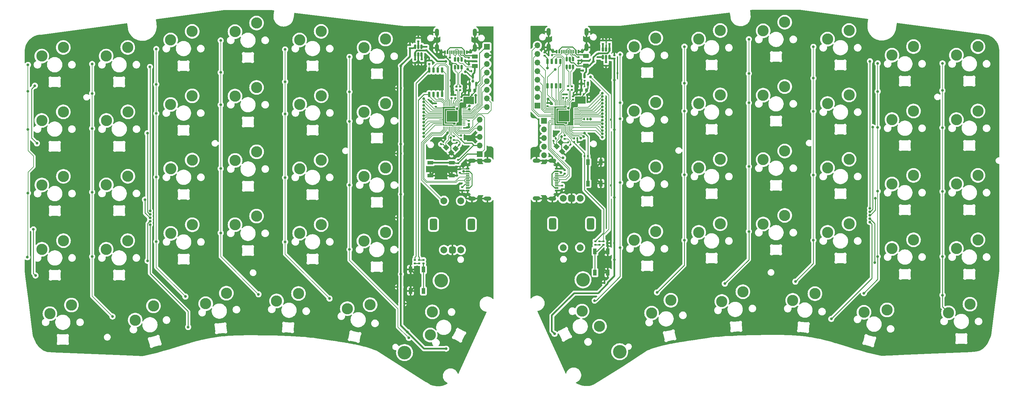
<source format=gbr>
%TF.GenerationSoftware,KiCad,Pcbnew,8.0.5*%
%TF.CreationDate,2024-10-06T11:07:10+02:00*%
%TF.ProjectId,chastity,63686173-7469-4747-992e-6b696361645f,rev?*%
%TF.SameCoordinates,Original*%
%TF.FileFunction,Copper,L1,Top*%
%TF.FilePolarity,Positive*%
%FSLAX46Y46*%
G04 Gerber Fmt 4.6, Leading zero omitted, Abs format (unit mm)*
G04 Created by KiCad (PCBNEW 8.0.5) date 2024-10-06 11:07:10*
%MOMM*%
%LPD*%
G01*
G04 APERTURE LIST*
G04 Aperture macros list*
%AMRoundRect*
0 Rectangle with rounded corners*
0 $1 Rounding radius*
0 $2 $3 $4 $5 $6 $7 $8 $9 X,Y pos of 4 corners*
0 Add a 4 corners polygon primitive as box body*
4,1,4,$2,$3,$4,$5,$6,$7,$8,$9,$2,$3,0*
0 Add four circle primitives for the rounded corners*
1,1,$1+$1,$2,$3*
1,1,$1+$1,$4,$5*
1,1,$1+$1,$6,$7*
1,1,$1+$1,$8,$9*
0 Add four rect primitives between the rounded corners*
20,1,$1+$1,$2,$3,$4,$5,0*
20,1,$1+$1,$4,$5,$6,$7,0*
20,1,$1+$1,$6,$7,$8,$9,0*
20,1,$1+$1,$8,$9,$2,$3,0*%
%AMRotRect*
0 Rectangle, with rotation*
0 The origin of the aperture is its center*
0 $1 length*
0 $2 width*
0 $3 Rotation angle, in degrees counterclockwise*
0 Add horizontal line*
21,1,$1,$2,0,0,$3*%
G04 Aperture macros list end*
%TA.AperFunction,SMDPad,CuDef*%
%ADD10RoundRect,0.250000X-0.625000X0.375000X-0.625000X-0.375000X0.625000X-0.375000X0.625000X0.375000X0*%
%TD*%
%TA.AperFunction,SMDPad,CuDef*%
%ADD11RoundRect,0.140000X-0.140000X-0.170000X0.140000X-0.170000X0.140000X0.170000X-0.140000X0.170000X0*%
%TD*%
%TA.AperFunction,SMDPad,CuDef*%
%ADD12RoundRect,0.135000X0.185000X-0.135000X0.185000X0.135000X-0.185000X0.135000X-0.185000X-0.135000X0*%
%TD*%
%TA.AperFunction,SMDPad,CuDef*%
%ADD13RoundRect,0.140000X0.140000X0.170000X-0.140000X0.170000X-0.140000X-0.170000X0.140000X-0.170000X0*%
%TD*%
%TA.AperFunction,SMDPad,CuDef*%
%ADD14RoundRect,0.140000X0.170000X-0.140000X0.170000X0.140000X-0.170000X0.140000X-0.170000X-0.140000X0*%
%TD*%
%TA.AperFunction,SMDPad,CuDef*%
%ADD15RoundRect,0.050000X-0.387500X-0.050000X0.387500X-0.050000X0.387500X0.050000X-0.387500X0.050000X0*%
%TD*%
%TA.AperFunction,SMDPad,CuDef*%
%ADD16RoundRect,0.050000X-0.050000X-0.387500X0.050000X-0.387500X0.050000X0.387500X-0.050000X0.387500X0*%
%TD*%
%TA.AperFunction,SMDPad,CuDef*%
%ADD17R,3.200000X3.200000*%
%TD*%
%TA.AperFunction,SMDPad,CuDef*%
%ADD18RoundRect,0.135000X-0.185000X0.135000X-0.185000X-0.135000X0.185000X-0.135000X0.185000X0.135000X0*%
%TD*%
%TA.AperFunction,SMDPad,CuDef*%
%ADD19R,1.100000X0.540000*%
%TD*%
%TA.AperFunction,SMDPad,CuDef*%
%ADD20R,1.100000X0.300000*%
%TD*%
%TA.AperFunction,ComponentPad*%
%ADD21O,2.250000X1.200000*%
%TD*%
%TA.AperFunction,SMDPad,CuDef*%
%ADD22R,0.540000X1.100000*%
%TD*%
%TA.AperFunction,SMDPad,CuDef*%
%ADD23R,0.300000X1.100000*%
%TD*%
%TA.AperFunction,ComponentPad*%
%ADD24O,1.200000X2.250000*%
%TD*%
%TA.AperFunction,SMDPad,CuDef*%
%ADD25RoundRect,0.150000X0.150000X-0.650000X0.150000X0.650000X-0.150000X0.650000X-0.150000X-0.650000X0*%
%TD*%
%TA.AperFunction,SMDPad,CuDef*%
%ADD26R,1.000000X1.700000*%
%TD*%
%TA.AperFunction,SMDPad,CuDef*%
%ADD27RoundRect,0.140000X-0.021213X0.219203X-0.219203X0.021213X0.021213X-0.219203X0.219203X-0.021213X0*%
%TD*%
%TA.AperFunction,SMDPad,CuDef*%
%ADD28RoundRect,0.135000X0.135000X0.185000X-0.135000X0.185000X-0.135000X-0.185000X0.135000X-0.185000X0*%
%TD*%
%TA.AperFunction,SMDPad,CuDef*%
%ADD29RoundRect,0.150000X-0.150000X0.512500X-0.150000X-0.512500X0.150000X-0.512500X0.150000X0.512500X0*%
%TD*%
%TA.AperFunction,SMDPad,CuDef*%
%ADD30RoundRect,0.140000X-0.170000X0.140000X-0.170000X-0.140000X0.170000X-0.140000X0.170000X0.140000X0*%
%TD*%
%TA.AperFunction,SMDPad,CuDef*%
%ADD31RoundRect,0.225000X0.225000X0.250000X-0.225000X0.250000X-0.225000X-0.250000X0.225000X-0.250000X0*%
%TD*%
%TA.AperFunction,ComponentPad*%
%ADD32C,2.000000*%
%TD*%
%TA.AperFunction,ComponentPad*%
%ADD33RoundRect,0.500000X0.500000X-0.500000X0.500000X0.500000X-0.500000X0.500000X-0.500000X-0.500000X0*%
%TD*%
%TA.AperFunction,ComponentPad*%
%ADD34RoundRect,0.550000X0.550000X-1.150000X0.550000X1.150000X-0.550000X1.150000X-0.550000X-1.150000X0*%
%TD*%
%TA.AperFunction,SMDPad,CuDef*%
%ADD35RoundRect,0.150000X0.150000X-0.512500X0.150000X0.512500X-0.150000X0.512500X-0.150000X-0.512500X0*%
%TD*%
%TA.AperFunction,ComponentPad*%
%ADD36RoundRect,0.500000X-0.500000X0.500000X-0.500000X-0.500000X0.500000X-0.500000X0.500000X0.500000X0*%
%TD*%
%TA.AperFunction,ComponentPad*%
%ADD37RoundRect,0.550000X-0.550000X1.150000X-0.550000X-1.150000X0.550000X-1.150000X0.550000X1.150000X0*%
%TD*%
%TA.AperFunction,SMDPad,CuDef*%
%ADD38R,1.700000X1.000000*%
%TD*%
%TA.AperFunction,SMDPad,CuDef*%
%ADD39RoundRect,0.140000X0.219203X0.021213X0.021213X0.219203X-0.219203X-0.021213X-0.021213X-0.219203X0*%
%TD*%
%TA.AperFunction,SMDPad,CuDef*%
%ADD40RotRect,1.400000X1.200000X135.000000*%
%TD*%
%TA.AperFunction,ComponentPad*%
%ADD41C,4.000000*%
%TD*%
%TA.AperFunction,ComponentPad*%
%ADD42C,3.300000*%
%TD*%
%TA.AperFunction,ComponentPad*%
%ADD43R,1.700000X1.700000*%
%TD*%
%TA.AperFunction,ComponentPad*%
%ADD44O,1.700000X1.700000*%
%TD*%
%TA.AperFunction,ViaPad*%
%ADD45C,0.800000*%
%TD*%
%TA.AperFunction,ViaPad*%
%ADD46C,0.500000*%
%TD*%
%TA.AperFunction,Conductor*%
%ADD47C,0.500000*%
%TD*%
%TA.AperFunction,Conductor*%
%ADD48C,0.250000*%
%TD*%
%TA.AperFunction,Conductor*%
%ADD49C,0.200000*%
%TD*%
%TA.AperFunction,Conductor*%
%ADD50C,0.300000*%
%TD*%
G04 APERTURE END LIST*
D10*
%TO.P,F1,1*%
%TO.N,VBUS*%
X92091764Y128745000D03*
%TO.P,F1,2*%
%TO.N,Split_5v5_L*%
X92091764Y125945000D03*
%TD*%
D11*
%TO.P,C45,1*%
%TO.N,GND*%
X69311764Y100110302D03*
%TO.P,C45,2*%
%TO.N,LED_Pow_5V_L*%
X70271764Y100110302D03*
%TD*%
D12*
%TO.P,R18,1*%
%TO.N,Net-(U10-USB_DP)*%
X119530067Y118972118D03*
%TO.P,R18,2*%
%TO.N,D+*%
X119530067Y119992118D03*
%TD*%
D13*
%TO.P,C32,1*%
%TO.N,Split_5v5_L*%
X124897560Y124575540D03*
%TO.P,C32,2*%
%TO.N,GND*%
X123937560Y124575540D03*
%TD*%
D14*
%TO.P,C31,1*%
%TO.N,+3V3*%
X112662918Y128999888D03*
%TO.P,C31,2*%
%TO.N,GND*%
X112662918Y129959888D03*
%TD*%
D11*
%TO.P,C18,1*%
%TO.N,+1V1*%
X88009775Y105452286D03*
%TO.P,C18,2*%
%TO.N,GND*%
X88969775Y105452286D03*
%TD*%
D10*
%TO.P,F2,1*%
%TO.N,VBUS*%
X124780764Y128882118D03*
%TO.P,F2,2*%
%TO.N,Split_5v5_L*%
X124780764Y126082118D03*
%TD*%
D12*
%TO.P,R10,1*%
%TO.N,RESET_L*%
X87178681Y97235000D03*
%TO.P,R10,2*%
%TO.N,+3V3*%
X87178681Y98255000D03*
%TD*%
D15*
%TO.P,U3,1,IOVDD*%
%TO.N,+3V3*%
X81962599Y113716140D03*
%TO.P,U3,2,GPIO0*%
%TO.N,LED_Data_3V3_L*%
X81962599Y113316140D03*
%TO.P,U3,3,GPIO1*%
%TO.N,col 6_L*%
X81962599Y112916140D03*
%TO.P,U3,4,GPIO2*%
%TO.N,col 5_L*%
X81962599Y112516140D03*
%TO.P,U3,5,GPIO3*%
%TO.N,col 4_L*%
X81962599Y112116140D03*
%TO.P,U3,6,GPIO4*%
%TO.N,col 3_L*%
X81962599Y111716140D03*
%TO.P,U3,7,GPIO5*%
%TO.N,col 2_L*%
X81962599Y111316140D03*
%TO.P,U3,8,GPIO6*%
%TO.N,col 1_L*%
X81962599Y110916140D03*
%TO.P,U3,9,GPIO7*%
%TO.N,row 0_L*%
X81962599Y110516140D03*
%TO.P,U3,10,IOVDD*%
%TO.N,+3V3*%
X81962599Y110116140D03*
%TO.P,U3,11,GPIO8*%
%TO.N,row 1_L*%
X81962599Y109716140D03*
%TO.P,U3,12,GPIO9*%
%TO.N,row 2_L*%
X81962599Y109316140D03*
%TO.P,U3,13,GPIO10*%
%TO.N,row 3_L*%
X81962599Y108916140D03*
%TO.P,U3,14,GPIO11*%
%TO.N,row 4_L*%
X81962599Y108516140D03*
D16*
%TO.P,U3,15,GPIO12*%
%TO.N,col 0_L*%
X82800099Y107678640D03*
%TO.P,U3,16,GPIO13*%
%TO.N,D_Split_L-*%
X83200099Y107678640D03*
%TO.P,U3,17,GPIO14*%
%TO.N,D_Split_L+*%
X83600099Y107678640D03*
%TO.P,U3,18,GPIO15*%
%TO.N,unconnected-(U3-GPIO15-Pad18)*%
X84000099Y107678640D03*
%TO.P,U3,19,TESTEN*%
%TO.N,GND*%
X84400099Y107678640D03*
%TO.P,U3,20,XIN*%
%TO.N,XIN_L*%
X84800099Y107678640D03*
%TO.P,U3,21,XOUT*%
%TO.N,XOUT_L*%
X85200099Y107678640D03*
%TO.P,U3,22,IOVDD*%
%TO.N,+3V3*%
X85600099Y107678640D03*
%TO.P,U3,23,DVDD*%
%TO.N,+1V1*%
X86000099Y107678640D03*
%TO.P,U3,24,SWCLK*%
%TO.N,SWC_L*%
X86400099Y107678640D03*
%TO.P,U3,25,SWD*%
%TO.N,SWD_L*%
X86800099Y107678640D03*
%TO.P,U3,26,RUN*%
%TO.N,RESET_L*%
X87200099Y107678640D03*
%TO.P,U3,27,GPIO16*%
%TO.N,unconnected-(U3-GPIO16-Pad27)*%
X87600099Y107678640D03*
%TO.P,U3,28,GPIO17*%
%TO.N,unconnected-(U3-GPIO17-Pad28)*%
X88000099Y107678640D03*
D15*
%TO.P,U3,29,GPIO18*%
%TO.N,unconnected-(U3-GPIO18-Pad29)*%
X88837599Y108516140D03*
%TO.P,U3,30,GPIO19*%
%TO.N,unconnected-(U3-GPIO19-Pad30)*%
X88837599Y108916140D03*
%TO.P,U3,31,GPIO20*%
%TO.N,unconnected-(U3-GPIO20-Pad31)*%
X88837599Y109316140D03*
%TO.P,U3,32,GPIO21*%
%TO.N,unconnected-(U3-GPIO21-Pad32)*%
X88837599Y109716140D03*
%TO.P,U3,33,IOVDD*%
%TO.N,+3V3*%
X88837599Y110116140D03*
%TO.P,U3,34,GPIO22*%
%TO.N,rst_L*%
X88837599Y110516140D03*
%TO.P,U3,35,GPIO23*%
%TO.N,bl_L*%
X88837599Y110916140D03*
%TO.P,U3,36,GPIO24*%
%TO.N,dc_L*%
X88837599Y111316140D03*
%TO.P,U3,37,GPIO25*%
%TO.N,cs_L*%
X88837599Y111716140D03*
%TO.P,U3,38,GPIO26_ADC0*%
%TO.N,clk_L*%
X88837599Y112116140D03*
%TO.P,U3,39,GPIO27_ADC1*%
%TO.N,DIN_L*%
X88837599Y112516140D03*
%TO.P,U3,40,GPIO28_ADC2*%
%TO.N,rot B_L*%
X88837599Y112916140D03*
%TO.P,U3,41,GPIO29_ADC3*%
%TO.N,rot A_L*%
X88837599Y113316140D03*
%TO.P,U3,42,IOVDD*%
%TO.N,+3V3*%
X88837599Y113716140D03*
D16*
%TO.P,U3,43,ADC_AVDD*%
X88000099Y114553640D03*
%TO.P,U3,44,VREG_IN*%
X87600099Y114553640D03*
%TO.P,U3,45,VREG_VOUT*%
%TO.N,+1V1*%
X87200099Y114553640D03*
%TO.P,U3,46,USB_DM*%
%TO.N,Net-(U3-USB_DM)*%
X86800099Y114553640D03*
%TO.P,U3,47,USB_DP*%
%TO.N,Net-(U3-USB_DP)*%
X86400099Y114553640D03*
%TO.P,U3,48,USB_VDD*%
%TO.N,+3V3*%
X86000099Y114553640D03*
%TO.P,U3,49,IOVDD*%
X85600099Y114553640D03*
%TO.P,U3,50,DVDD*%
%TO.N,+1V1*%
X85200099Y114553640D03*
%TO.P,U3,51,QSPI_SD3*%
%TO.N,Q_IO3_L*%
X84800099Y114553640D03*
%TO.P,U3,52,QSPI_SCLK*%
%TO.N,Q_CLK_L*%
X84400099Y114553640D03*
%TO.P,U3,53,QSPI_SD0*%
%TO.N,Q_IO0_L*%
X84000099Y114553640D03*
%TO.P,U3,54,QSPI_SD2*%
%TO.N,Q_IO2_L*%
X83600099Y114553640D03*
%TO.P,U3,55,QSPI_SD1*%
%TO.N,Q_IO1_L*%
X83200099Y114553640D03*
%TO.P,U3,56,QSPI_SS*%
%TO.N,Q_SEL_L*%
X82800099Y114553640D03*
D17*
%TO.P,U3,57,GND*%
%TO.N,GND*%
X85400099Y111116140D03*
%TD*%
D18*
%TO.P,R27,1*%
%TO.N,Q_SEL*%
X128780764Y74255000D03*
%TO.P,R27,2*%
%TO.N,Net-(R26-Pad1)*%
X128780764Y73235000D03*
%TD*%
D12*
%TO.P,R6,1*%
%TO.N,Net-(U3-USB_DM)*%
X87691764Y118835000D03*
%TO.P,R6,2*%
%TO.N,DL-*%
X87691764Y119855000D03*
%TD*%
D19*
%TO.P,SPLIT_R1,A1,GND*%
%TO.N,GND*%
X116171764Y95642805D03*
%TO.P,SPLIT_R1,A4,VBUS*%
%TO.N,Split_5v5_L*%
X116171764Y94892805D03*
D20*
%TO.P,SPLIT_R1,A5,CC1*%
%TO.N,Net-(SPLIT_R1-CC1)*%
X116171764Y93692805D03*
%TO.P,SPLIT_R1,A6,D+*%
%TO.N,D_Split_R+*%
X116171764Y92692805D03*
%TO.P,SPLIT_R1,A7,D-*%
%TO.N,D_Split_R-*%
X116171764Y92192805D03*
%TO.P,SPLIT_R1,A8,SBU1*%
%TO.N,unconnected-(SPLIT_R1-SBU1-PadA8)*%
X116171764Y91192805D03*
D19*
%TO.P,SPLIT_R1,A9,VBUS*%
%TO.N,Split_5v5_L*%
X116171764Y89992805D03*
%TO.P,SPLIT_R1,A12,GND*%
%TO.N,GND*%
X116171764Y89242805D03*
%TO.P,SPLIT_R1,B1,GND*%
X116171764Y89242805D03*
%TO.P,SPLIT_R1,B4,VBUS*%
%TO.N,Split_5v5_L*%
X116171764Y89992805D03*
D20*
%TO.P,SPLIT_R1,B5,CC2*%
%TO.N,Net-(SPLIT_R1-CC2)*%
X116171764Y90692805D03*
%TO.P,SPLIT_R1,B6,D+*%
%TO.N,D_Split_R+*%
X116171764Y91692805D03*
%TO.P,SPLIT_R1,B7,D-*%
%TO.N,D_Split_R-*%
X116171764Y93192805D03*
%TO.P,SPLIT_R1,B8,SBU2*%
%TO.N,unconnected-(SPLIT_R1-SBU2-PadB8)*%
X116171764Y94192805D03*
D19*
%TO.P,SPLIT_R1,B9,VBUS*%
%TO.N,Split_5v5_L*%
X116171764Y94892805D03*
%TO.P,SPLIT_R1,B12,GND*%
%TO.N,GND*%
X116171764Y95642805D03*
D21*
%TO.P,SPLIT_R1,S1,SHIELD*%
X110291764Y98037805D03*
X114891764Y98017805D03*
X110291764Y86887805D03*
X114891764Y86867805D03*
%TD*%
D11*
%TO.P,C41,1*%
%TO.N,GND*%
X69287728Y81167508D03*
%TO.P,C41,2*%
%TO.N,LED_Pow_5V_L*%
X70247728Y81167508D03*
%TD*%
D22*
%TO.P,J1,A1,GND*%
%TO.N,GND*%
X89650621Y130027621D03*
%TO.P,J1,A4,VBUS*%
%TO.N,VBUS*%
X88900621Y130027621D03*
D23*
%TO.P,J1,A5,CC1*%
%TO.N,Net-(J1-CC1)*%
X87700621Y130027621D03*
%TO.P,J1,A6,D+*%
%TO.N,DL_USB+*%
X86700621Y130027621D03*
%TO.P,J1,A7,D-*%
%TO.N,DL_USB-*%
X86200621Y130027621D03*
%TO.P,J1,A8,SBU1*%
%TO.N,unconnected-(J1-SBU1-PadA8)*%
X85200621Y130027621D03*
D22*
%TO.P,J1,A9,VBUS*%
%TO.N,VBUS*%
X84000621Y130027621D03*
%TO.P,J1,A12,GND*%
%TO.N,GND*%
X83250621Y130027621D03*
%TO.P,J1,B1,GND*%
X83250621Y130027621D03*
%TO.P,J1,B4,VBUS*%
%TO.N,VBUS*%
X84000621Y130027621D03*
D23*
%TO.P,J1,B5,CC2*%
%TO.N,Net-(J1-CC2)*%
X84700621Y130027621D03*
%TO.P,J1,B6,D+*%
%TO.N,DL_USB+*%
X85700621Y130027621D03*
%TO.P,J1,B7,D-*%
%TO.N,DL_USB-*%
X87200621Y130027621D03*
%TO.P,J1,B8,SBU2*%
%TO.N,unconnected-(J1-SBU2-PadB8)*%
X88200621Y130027621D03*
D22*
%TO.P,J1,B9,VBUS*%
%TO.N,VBUS*%
X88900621Y130027621D03*
%TO.P,J1,B12,GND*%
%TO.N,GND*%
X89650621Y130027621D03*
D24*
%TO.P,J1,S1,SHIELD*%
X92045621Y135907621D03*
X92025621Y131307621D03*
X80895621Y135907621D03*
X80875621Y131307621D03*
%TD*%
D25*
%TO.P,U1,1,~{CS}*%
%TO.N,Q_SEL_L*%
X78586764Y117545000D03*
%TO.P,U1,2,DO(IO1)*%
%TO.N,Q_IO1_L*%
X79856764Y117545000D03*
%TO.P,U1,3,IO2*%
%TO.N,Q_IO2_L*%
X81126764Y117545000D03*
%TO.P,U1,4,GND*%
%TO.N,GND*%
X82396764Y117545000D03*
%TO.P,U1,5,DI(IO0)*%
%TO.N,Q_IO0_L*%
X82396764Y124745000D03*
%TO.P,U1,6,CLK*%
%TO.N,Q_CLK_L*%
X81126764Y124745000D03*
%TO.P,U1,7,IO3*%
%TO.N,Q_IO3_L*%
X79856764Y124745000D03*
%TO.P,U1,8,VCC*%
%TO.N,+3V3*%
X78586764Y124745000D03*
%TD*%
D12*
%TO.P,R12,1*%
%TO.N,Net-(R12-Pad1)*%
X74391764Y67735000D03*
%TO.P,R12,2*%
%TO.N,+3V3*%
X74391764Y68755000D03*
%TD*%
D18*
%TO.P,R16,1*%
%TO.N,Net-(SPLIT_R1-CC2)*%
X117803279Y90692214D03*
%TO.P,R16,2*%
%TO.N,GND*%
X117803279Y89672214D03*
%TD*%
D14*
%TO.P,C17,1*%
%TO.N,+1V1*%
X85205628Y116465000D03*
%TO.P,C17,2*%
%TO.N,GND*%
X85205628Y117425000D03*
%TD*%
%TO.P,C10,1*%
%TO.N,+3V3*%
X89193640Y116436716D03*
%TO.P,C10,2*%
%TO.N,GND*%
X89193640Y117396716D03*
%TD*%
D26*
%TO.P,BOOT2,1,1*%
%TO.N,GND*%
X131280764Y71295000D03*
X131280764Y64995000D03*
%TO.P,BOOT2,2,2*%
%TO.N,Net-(BOOT2-Pad2)*%
X127480764Y71295000D03*
X127480764Y64995000D03*
%TD*%
D27*
%TO.P,C36,1*%
%TO.N,GND*%
X115956025Y104515440D03*
%TO.P,C36,2*%
%TO.N,XIN*%
X115277203Y103836618D03*
%TD*%
D28*
%TO.P,R23,1*%
%TO.N,RESET*%
X125404071Y99368926D03*
%TO.P,R23,2*%
%TO.N,+3V3*%
X124384071Y99368926D03*
%TD*%
D11*
%TO.P,C48,1*%
%TO.N,GND*%
X130300764Y61945000D03*
%TO.P,C48,2*%
%TO.N,LED_Pow_5V*%
X131260764Y61945000D03*
%TD*%
D18*
%TO.P,R9,1*%
%TO.N,SK6803_EN_L*%
X76346638Y127884986D03*
%TO.P,R9,2*%
%TO.N,GND*%
X76346638Y126864986D03*
%TD*%
%TO.P,R22,1*%
%TO.N,Net-(J4-CC1)*%
X122580764Y128554609D03*
%TO.P,R22,2*%
%TO.N,GND*%
X122580764Y127534609D03*
%TD*%
D12*
%TO.P,R26,1*%
%TO.N,Net-(R26-Pad1)*%
X127580764Y73235000D03*
%TO.P,R26,2*%
%TO.N,+3V3*%
X127580764Y74255000D03*
%TD*%
D29*
%TO.P,U7,1,IN*%
%TO.N,Split_5v5_L*%
X131730764Y130882500D03*
%TO.P,U7,2,GND*%
%TO.N,GND*%
X130780764Y130882500D03*
%TO.P,U7,3,EN*%
%TO.N,SK6803_EN*%
X129830764Y130882500D03*
%TO.P,U7,4,~{FAULT}*%
%TO.N,SK6803_NFAULT*%
X129830764Y128607500D03*
%TO.P,U7,5,ILIM*%
%TO.N,CURR_LIM*%
X130780764Y128607500D03*
%TO.P,U7,6,OUT*%
%TO.N,LED_Pow_5V*%
X131730764Y128607500D03*
%TD*%
D11*
%TO.P,C43,1*%
%TO.N,GND*%
X69276956Y60738731D03*
%TO.P,C43,2*%
%TO.N,LED_Pow_5V_L*%
X70236956Y60738731D03*
%TD*%
D27*
%TO.P,C5,1*%
%TO.N,GND*%
X82731175Y103584411D03*
%TO.P,C5,2*%
%TO.N,XIN_L*%
X82052353Y102905589D03*
%TD*%
D30*
%TO.P,C8,1*%
%TO.N,Split_5v5_L*%
X74412587Y127817504D03*
%TO.P,C8,2*%
%TO.N,GND*%
X74412587Y126857504D03*
%TD*%
D31*
%TO.P,C20,1*%
%TO.N,+3V3*%
X124992560Y118882118D03*
%TO.P,C20,2*%
%TO.N,GND*%
X123442560Y118882118D03*
%TD*%
D32*
%TO.P,SW1,A,A*%
%TO.N,rot A_L*%
X82941764Y71695000D03*
%TO.P,SW1,B,B*%
%TO.N,rot B_L*%
X87941764Y71695000D03*
D33*
%TO.P,SW1,C,C*%
%TO.N,GND*%
X85441764Y71695000D03*
D34*
%TO.P,SW1,MP*%
%TO.N,N/C*%
X79841764Y79195000D03*
X91041764Y79195000D03*
D32*
%TO.P,SW1,S1,S1*%
%TO.N,Net-(D61-A)*%
X87941764Y86195000D03*
%TO.P,SW1,S2,S2*%
%TO.N,col 0_L*%
X82941764Y86195000D03*
%TD*%
D35*
%TO.P,U4,1,GND*%
%TO.N,GND*%
X90541764Y120607500D03*
%TO.P,U4,2,VO*%
%TO.N,+3V3*%
X92441764Y120607500D03*
%TO.P,U4,3,VI*%
%TO.N,Split_5v5_L*%
X91491764Y122882500D03*
%TD*%
%TO.P,U9,1,GND*%
%TO.N,GND*%
X123467560Y120744618D03*
%TO.P,U9,2,VO*%
%TO.N,+3V3*%
X125367560Y120744618D03*
%TO.P,U9,3,VI*%
%TO.N,Split_5v5_L*%
X124417560Y123019618D03*
%TD*%
D11*
%TO.P,C46,1*%
%TO.N,GND*%
X132182234Y73750530D03*
%TO.P,C46,2*%
%TO.N,LED_Pow_5V*%
X133142234Y73750530D03*
%TD*%
%TO.P,C42,1*%
%TO.N,GND*%
X132220764Y110145000D03*
%TO.P,C42,2*%
%TO.N,LED_Pow_5V*%
X133180764Y110145000D03*
%TD*%
D30*
%TO.P,C4,1*%
%TO.N,GND*%
X72891764Y132145642D03*
%TO.P,C4,2*%
%TO.N,LED_Pow_5V_L*%
X72891764Y131185642D03*
%TD*%
D32*
%TO.P,SW2,A,A*%
%TO.N,rot A*%
X123101704Y86893835D03*
%TO.P,SW2,B,B*%
%TO.N,rot B*%
X118101704Y86893835D03*
D36*
%TO.P,SW2,C,C*%
%TO.N,GND*%
X120601704Y86893835D03*
D37*
%TO.P,SW2,MP*%
%TO.N,N/C*%
X126201704Y79393835D03*
X115001704Y79393835D03*
D32*
%TO.P,SW2,S1,S1*%
%TO.N,Net-(D62-A)*%
X118101704Y72393835D03*
%TO.P,SW2,S2,S2*%
%TO.N,col 0*%
X123101704Y72393835D03*
%TD*%
D11*
%TO.P,C24,1*%
%TO.N,+3V3*%
X124282009Y115382294D03*
%TO.P,C24,2*%
%TO.N,GND*%
X125242009Y115382294D03*
%TD*%
%TO.P,C25,1*%
%TO.N,+3V3*%
X121361054Y103493392D03*
%TO.P,C25,2*%
%TO.N,GND*%
X122321054Y103493392D03*
%TD*%
D19*
%TO.P,SPLIT_L1,A1,GND*%
%TO.N,GND*%
X89911764Y89240000D03*
%TO.P,SPLIT_L1,A4,VBUS*%
%TO.N,Split_5v5_L*%
X89911764Y89990000D03*
D20*
%TO.P,SPLIT_L1,A5,CC1*%
%TO.N,Net-(SPLIT_L1-CC1)*%
X89911764Y91190000D03*
%TO.P,SPLIT_L1,A6,D+*%
%TO.N,D_Split_L+*%
X89911764Y92190000D03*
%TO.P,SPLIT_L1,A7,D-*%
%TO.N,D_Split_L-*%
X89911764Y92690000D03*
%TO.P,SPLIT_L1,A8,SBU1*%
%TO.N,unconnected-(SPLIT_L1-SBU1-PadA8)*%
X89911764Y93690000D03*
D19*
%TO.P,SPLIT_L1,A9,VBUS*%
%TO.N,Split_5v5_L*%
X89911764Y94890000D03*
%TO.P,SPLIT_L1,A12,GND*%
%TO.N,GND*%
X89911764Y95640000D03*
%TO.P,SPLIT_L1,B1,GND*%
X89911764Y95640000D03*
%TO.P,SPLIT_L1,B4,VBUS*%
%TO.N,Split_5v5_L*%
X89911764Y94890000D03*
D20*
%TO.P,SPLIT_L1,B5,CC2*%
%TO.N,Net-(SPLIT_L1-CC2)*%
X89911764Y94190000D03*
%TO.P,SPLIT_L1,B6,D+*%
%TO.N,D_Split_L+*%
X89911764Y93190000D03*
%TO.P,SPLIT_L1,B7,D-*%
%TO.N,D_Split_L-*%
X89911764Y91690000D03*
%TO.P,SPLIT_L1,B8,SBU2*%
%TO.N,unconnected-(SPLIT_L1-SBU2-PadB8)*%
X89911764Y90690000D03*
D19*
%TO.P,SPLIT_L1,B9,VBUS*%
%TO.N,Split_5v5_L*%
X89911764Y89990000D03*
%TO.P,SPLIT_L1,B12,GND*%
%TO.N,GND*%
X89911764Y89240000D03*
D21*
%TO.P,SPLIT_L1,S1,SHIELD*%
X95791764Y86845000D03*
X91191764Y86865000D03*
X95791764Y97995000D03*
X91191764Y98015000D03*
%TD*%
D11*
%TO.P,C26,1*%
%TO.N,+3V3*%
X124300764Y110259545D03*
%TO.P,C26,2*%
%TO.N,GND*%
X125260764Y110259545D03*
%TD*%
%TO.P,C14,1*%
%TO.N,+3V3*%
X88011764Y104345000D03*
%TO.P,C14,2*%
%TO.N,GND*%
X88971764Y104345000D03*
%TD*%
D14*
%TO.P,C30,1*%
%TO.N,+1V1*%
X120981310Y116023597D03*
%TO.P,C30,2*%
%TO.N,GND*%
X120981310Y116983597D03*
%TD*%
D35*
%TO.P,U12,1,I/O1*%
%TO.N,D+*%
X119141152Y125744618D03*
%TO.P,U12,2,GND*%
%TO.N,GND*%
X120091152Y125744618D03*
%TO.P,U12,3,I/O2*%
%TO.N,D-*%
X121041152Y125744618D03*
%TO.P,U12,4,I/O2*%
%TO.N,D_USB-*%
X121041152Y128019618D03*
%TO.P,U12,5,VBUS*%
%TO.N,Split_5v5_L*%
X120091152Y128019618D03*
%TO.P,U12,6,I/O1*%
%TO.N,D_USB+*%
X119141152Y128019618D03*
%TD*%
D11*
%TO.P,C11,1*%
%TO.N,+3V3*%
X91340550Y116245558D03*
%TO.P,C11,2*%
%TO.N,GND*%
X92300550Y116245558D03*
%TD*%
D18*
%TO.P,R3,1*%
%TO.N,SK6803_NFAULT_L*%
X77777553Y131619625D03*
%TO.P,R3,2*%
%TO.N,Split_5v5_L*%
X77777553Y130599625D03*
%TD*%
D30*
%TO.P,C15,1*%
%TO.N,+3V3*%
X90291764Y109825000D03*
%TO.P,C15,2*%
%TO.N,GND*%
X90291764Y108865000D03*
%TD*%
D14*
%TO.P,C27,1*%
%TO.N,+3V3*%
X119183461Y116601816D03*
%TO.P,C27,2*%
%TO.N,GND*%
X119183461Y117561816D03*
%TD*%
D38*
%TO.P,RST1,1,1*%
%TO.N,RESET_L*%
X78941764Y97445000D03*
X85241764Y97445000D03*
%TO.P,RST1,2,2*%
%TO.N,GND*%
X78941764Y93645000D03*
X85241764Y93645000D03*
%TD*%
D13*
%TO.P,C1,1*%
%TO.N,Split_5v5_L*%
X91971764Y124438422D03*
%TO.P,C1,2*%
%TO.N,GND*%
X91011764Y124438422D03*
%TD*%
D12*
%TO.P,R8,1*%
%TO.N,CURR_LIM_L*%
X75382478Y133230834D03*
%TO.P,R8,2*%
%TO.N,GND*%
X75382478Y134250834D03*
%TD*%
%TO.P,R4,1*%
%TO.N,Net-(U3-USB_DP)*%
X86604271Y118835000D03*
%TO.P,R4,2*%
%TO.N,DL+*%
X86604271Y119855000D03*
%TD*%
D30*
%TO.P,R20,1*%
%TO.N,CURR_LIM*%
X130780764Y127027064D03*
%TO.P,R20,2*%
%TO.N,GND*%
X130780764Y126067064D03*
%TD*%
D22*
%TO.P,J4,A1,GND*%
%TO.N,GND*%
X122601032Y130156728D03*
%TO.P,J4,A4,VBUS*%
%TO.N,VBUS*%
X121851032Y130156728D03*
D23*
%TO.P,J4,A5,CC1*%
%TO.N,Net-(J4-CC1)*%
X120651032Y130156728D03*
%TO.P,J4,A6,D+*%
%TO.N,D_USB+*%
X119651032Y130156728D03*
%TO.P,J4,A7,D-*%
%TO.N,D_USB-*%
X119151032Y130156728D03*
%TO.P,J4,A8,SBU1*%
%TO.N,unconnected-(J4-SBU1-PadA8)*%
X118151032Y130156728D03*
D22*
%TO.P,J4,A9,VBUS*%
%TO.N,VBUS*%
X116951032Y130156728D03*
%TO.P,J4,A12,GND*%
%TO.N,GND*%
X116201032Y130156728D03*
%TO.P,J4,B1,GND*%
X116201032Y130156728D03*
%TO.P,J4,B4,VBUS*%
%TO.N,VBUS*%
X116951032Y130156728D03*
D23*
%TO.P,J4,B5,CC2*%
%TO.N,Net-(J4-CC2)*%
X117651032Y130156728D03*
%TO.P,J4,B6,D+*%
%TO.N,D_USB+*%
X118651032Y130156728D03*
%TO.P,J4,B7,D-*%
%TO.N,D_USB-*%
X120151032Y130156728D03*
%TO.P,J4,B8,SBU2*%
%TO.N,unconnected-(J4-SBU2-PadB8)*%
X121151032Y130156728D03*
D22*
%TO.P,J4,B9,VBUS*%
%TO.N,VBUS*%
X121851032Y130156728D03*
%TO.P,J4,B12,GND*%
%TO.N,GND*%
X122601032Y130156728D03*
D24*
%TO.P,J4,S1,SHIELD*%
X124996032Y136036728D03*
X124976032Y131436728D03*
X113846032Y136036728D03*
X113826032Y131436728D03*
%TD*%
D39*
%TO.P,C37,1*%
%TO.N,Net-(C37-Pad1)*%
X120272027Y102740590D03*
%TO.P,C37,2*%
%TO.N,GND*%
X119593205Y103419412D03*
%TD*%
D30*
%TO.P,C34,1*%
%TO.N,GND*%
X133191930Y129112784D03*
%TO.P,C34,2*%
%TO.N,LED_Pow_5V*%
X133191930Y128152784D03*
%TD*%
D13*
%TO.P,C33,1*%
%TO.N,+3V3*%
X124131661Y117560152D03*
%TO.P,C33,2*%
%TO.N,GND*%
X123171661Y117560152D03*
%TD*%
D14*
%TO.P,R21,1*%
%TO.N,SK6803_EN*%
X129815844Y132504589D03*
%TO.P,R21,2*%
%TO.N,GND*%
X129815844Y133464589D03*
%TD*%
D18*
%TO.P,R14,1*%
%TO.N,Q_SEL_L*%
X76879228Y68766337D03*
%TO.P,R14,2*%
%TO.N,Net-(BOOT1-Pad2)*%
X76879228Y67746337D03*
%TD*%
D12*
%TO.P,R15,1*%
%TO.N,Net-(SPLIT_R1-CC1)*%
X118580764Y94235000D03*
%TO.P,R15,2*%
%TO.N,GND*%
X118580764Y95255000D03*
%TD*%
D13*
%TO.P,C47,1*%
%TO.N,GND*%
X71204471Y55875831D03*
%TO.P,C47,2*%
%TO.N,LED_Pow_5V_L*%
X70244471Y55875831D03*
%TD*%
D11*
%TO.P,C29,1*%
%TO.N,+1V1*%
X121346585Y104585836D03*
%TO.P,C29,2*%
%TO.N,GND*%
X122306585Y104585836D03*
%TD*%
D14*
%TO.P,C21,1*%
%TO.N,+3V3*%
X122118607Y116573532D03*
%TO.P,C21,2*%
%TO.N,GND*%
X122118607Y117533532D03*
%TD*%
D18*
%TO.P,R25,1*%
%TO.N,XOUT*%
X118580764Y105455000D03*
%TO.P,R25,2*%
%TO.N,Net-(C37-Pad1)*%
X118580764Y104435000D03*
%TD*%
D12*
%TO.P,R2,1*%
%TO.N,Net-(SPLIT_L1-CC2)*%
X87689743Y94427264D03*
%TO.P,R2,2*%
%TO.N,GND*%
X87689743Y95447264D03*
%TD*%
D35*
%TO.P,U2,1,I/O1*%
%TO.N,DL+*%
X86215356Y125607500D03*
%TO.P,U2,2,GND*%
%TO.N,GND*%
X87165356Y125607500D03*
%TO.P,U2,3,I/O2*%
%TO.N,DL-*%
X88115356Y125607500D03*
%TO.P,U2,4,I/O2*%
%TO.N,DL_USB-*%
X88115356Y127882500D03*
%TO.P,U2,5,VBUS*%
%TO.N,Split_5v5_L*%
X87165356Y127882500D03*
%TO.P,U2,6,I/O1*%
%TO.N,DL_USB+*%
X86215356Y127882500D03*
%TD*%
%TO.P,U5,1,IN*%
%TO.N,Split_5v5_L*%
X74409989Y129387412D03*
%TO.P,U5,2,GND*%
%TO.N,GND*%
X75359989Y129387412D03*
%TO.P,U5,3,EN*%
%TO.N,SK6803_EN_L*%
X76309989Y129387412D03*
%TO.P,U5,4,~{FAULT}*%
%TO.N,SK6803_NFAULT_L*%
X76309989Y131662412D03*
%TO.P,U5,5,ILIM*%
%TO.N,CURR_LIM_L*%
X75359989Y131662412D03*
%TO.P,U5,6,OUT*%
%TO.N,LED_Pow_5V_L*%
X74409989Y131662412D03*
%TD*%
D30*
%TO.P,R17,1*%
%TO.N,Split_5v5_L*%
X128271012Y129558607D03*
%TO.P,R17,2*%
%TO.N,SK6803_NFAULT*%
X128271012Y128598607D03*
%TD*%
D31*
%TO.P,C9,1*%
%TO.N,+3V3*%
X92066764Y118745000D03*
%TO.P,C9,2*%
%TO.N,GND*%
X90516764Y118745000D03*
%TD*%
D13*
%TO.P,C2,1*%
%TO.N,+3V3*%
X91205865Y117423034D03*
%TO.P,C2,2*%
%TO.N,GND*%
X90245865Y117423034D03*
%TD*%
D15*
%TO.P,U10,1,IOVDD*%
%TO.N,+3V3*%
X114878129Y113858355D03*
%TO.P,U10,2,GPIO0*%
%TO.N,dc*%
X114878129Y113458355D03*
%TO.P,U10,3,GPIO1*%
%TO.N,cs*%
X114878129Y113058355D03*
%TO.P,U10,4,GPIO2*%
%TO.N,clk*%
X114878129Y112658355D03*
%TO.P,U10,5,GPIO3*%
%TO.N,DIN*%
X114878129Y112258355D03*
%TO.P,U10,6,GPIO4*%
%TO.N,unconnected-(U10-GPIO4-Pad6)*%
X114878129Y111858355D03*
%TO.P,U10,7,GPIO5*%
%TO.N,rst*%
X114878129Y111458355D03*
%TO.P,U10,8,GPIO6*%
%TO.N,bl*%
X114878129Y111058355D03*
%TO.P,U10,9,GPIO7*%
%TO.N,unconnected-(U10-GPIO7-Pad9)*%
X114878129Y110658355D03*
%TO.P,U10,10,IOVDD*%
%TO.N,+3V3*%
X114878129Y110258355D03*
%TO.P,U10,11,GPIO8*%
%TO.N,D_Split_R-*%
X114878129Y109858355D03*
%TO.P,U10,12,GPIO9*%
%TO.N,D_Split_R+*%
X114878129Y109458355D03*
%TO.P,U10,13,GPIO10*%
%TO.N,unconnected-(U10-GPIO10-Pad13)*%
X114878129Y109058355D03*
%TO.P,U10,14,GPIO11*%
%TO.N,col 0*%
X114878129Y108658355D03*
D16*
%TO.P,U10,15,GPIO12*%
%TO.N,unconnected-(U10-GPIO12-Pad15)*%
X115715629Y107820855D03*
%TO.P,U10,16,GPIO13*%
%TO.N,unconnected-(U10-GPIO13-Pad16)*%
X116115629Y107820855D03*
%TO.P,U10,17,GPIO14*%
%TO.N,unconnected-(U10-GPIO14-Pad17)*%
X116515629Y107820855D03*
%TO.P,U10,18,GPIO15*%
%TO.N,unconnected-(U10-GPIO15-Pad18)*%
X116915629Y107820855D03*
%TO.P,U10,19,TESTEN*%
%TO.N,GND*%
X117315629Y107820855D03*
%TO.P,U10,20,XIN*%
%TO.N,XIN*%
X117715629Y107820855D03*
%TO.P,U10,21,XOUT*%
%TO.N,XOUT*%
X118115629Y107820855D03*
%TO.P,U10,22,IOVDD*%
%TO.N,+3V3*%
X118515629Y107820855D03*
%TO.P,U10,23,DVDD*%
%TO.N,+1V1*%
X118915629Y107820855D03*
%TO.P,U10,24,SWCLK*%
%TO.N,SWC*%
X119315629Y107820855D03*
%TO.P,U10,25,SWD*%
%TO.N,SWD*%
X119715629Y107820855D03*
%TO.P,U10,26,RUN*%
%TO.N,RESET*%
X120115629Y107820855D03*
%TO.P,U10,27,GPIO16*%
%TO.N,row 4*%
X120515629Y107820855D03*
%TO.P,U10,28,GPIO17*%
%TO.N,row 3*%
X120915629Y107820855D03*
D15*
%TO.P,U10,29,GPIO18*%
%TO.N,row 2*%
X121753129Y108658355D03*
%TO.P,U10,30,GPIO19*%
%TO.N,row 1*%
X121753129Y109058355D03*
%TO.P,U10,31,GPIO20*%
%TO.N,row 0*%
X121753129Y109458355D03*
%TO.P,U10,32,GPIO21*%
%TO.N,col 1*%
X121753129Y109858355D03*
%TO.P,U10,33,IOVDD*%
%TO.N,+3V3*%
X121753129Y110258355D03*
%TO.P,U10,34,GPIO22*%
%TO.N,col 2*%
X121753129Y110658355D03*
%TO.P,U10,35,GPIO23*%
%TO.N,col 3*%
X121753129Y111058355D03*
%TO.P,U10,36,GPIO24*%
%TO.N,col 4*%
X121753129Y111458355D03*
%TO.P,U10,37,GPIO25*%
%TO.N,col 5*%
X121753129Y111858355D03*
%TO.P,U10,38,GPIO26_ADC0*%
%TO.N,col 6*%
X121753129Y112258355D03*
%TO.P,U10,39,GPIO27_ADC1*%
%TO.N,LED_Data_3V3*%
X121753129Y112658355D03*
%TO.P,U10,40,GPIO28_ADC2*%
%TO.N,rot A*%
X121753129Y113058355D03*
%TO.P,U10,41,GPIO29_ADC3*%
%TO.N,rot B*%
X121753129Y113458355D03*
%TO.P,U10,42,IOVDD*%
%TO.N,+3V3*%
X121753129Y113858355D03*
D16*
%TO.P,U10,43,ADC_AVDD*%
X120915629Y114695855D03*
%TO.P,U10,44,VREG_IN*%
X120515629Y114695855D03*
%TO.P,U10,45,VREG_VOUT*%
%TO.N,+1V1*%
X120115629Y114695855D03*
%TO.P,U10,46,USB_DM*%
%TO.N,Net-(U10-USB_DM)*%
X119715629Y114695855D03*
%TO.P,U10,47,USB_DP*%
%TO.N,Net-(U10-USB_DP)*%
X119315629Y114695855D03*
%TO.P,U10,48,USB_VDD*%
%TO.N,+3V3*%
X118915629Y114695855D03*
%TO.P,U10,49,IOVDD*%
X118515629Y114695855D03*
%TO.P,U10,50,DVDD*%
%TO.N,+1V1*%
X118115629Y114695855D03*
%TO.P,U10,51,QSPI_SD3*%
%TO.N,Q_IO3*%
X117715629Y114695855D03*
%TO.P,U10,52,QSPI_SCLK*%
%TO.N,Q_CLK*%
X117315629Y114695855D03*
%TO.P,U10,53,QSPI_SD0*%
%TO.N,Q_IO0*%
X116915629Y114695855D03*
%TO.P,U10,54,QSPI_SD2*%
%TO.N,Q_IO2*%
X116515629Y114695855D03*
%TO.P,U10,55,QSPI_SD1*%
%TO.N,Q_IO1*%
X116115629Y114695855D03*
%TO.P,U10,56,QSPI_SS*%
%TO.N,Q_SEL*%
X115715629Y114695855D03*
D17*
%TO.P,U10,57,GND*%
%TO.N,GND*%
X118315629Y111258355D03*
%TD*%
D40*
%TO.P,Y1,1,1*%
%TO.N,Net-(C7-Pad1)*%
X86336478Y101586153D03*
%TO.P,Y1,2,2*%
%TO.N,GND*%
X84780843Y103141788D03*
%TO.P,Y1,3,3*%
%TO.N,XIN_L*%
X83578762Y101939707D03*
%TO.P,Y1,4,4*%
%TO.N,GND*%
X85134397Y100384072D03*
%TD*%
D39*
%TO.P,C7,1*%
%TO.N,Net-(C7-Pad1)*%
X87414400Y102689762D03*
%TO.P,C7,2*%
%TO.N,GND*%
X86735578Y103368584D03*
%TD*%
D13*
%TO.P,C40,1*%
%TO.N,GND*%
X134156985Y123878281D03*
%TO.P,C40,2*%
%TO.N,LED_Pow_5V*%
X133196985Y123878281D03*
%TD*%
D18*
%TO.P,R1,1*%
%TO.N,Net-(SPLIT_L1-CC1)*%
X88291764Y90255000D03*
%TO.P,R1,2*%
%TO.N,GND*%
X88291764Y89235000D03*
%TD*%
D26*
%TO.P,BOOT1,1,1*%
%TO.N,GND*%
X73091764Y59595000D03*
X73091764Y65895000D03*
%TO.P,BOOT1,2,2*%
%TO.N,Net-(BOOT1-Pad2)*%
X76891764Y59595000D03*
X76891764Y65895000D03*
%TD*%
D18*
%TO.P,R28,1*%
%TO.N,Q_SEL*%
X129980764Y74255000D03*
%TO.P,R28,2*%
%TO.N,Net-(BOOT2-Pad2)*%
X129980764Y73235000D03*
%TD*%
D14*
%TO.P,C23,1*%
%TO.N,+3V3*%
X113476366Y114093807D03*
%TO.P,C23,2*%
%TO.N,GND*%
X113476366Y115053807D03*
%TD*%
%TO.P,C16,1*%
%TO.N,+3V3*%
X86258494Y116465000D03*
%TO.P,C16,2*%
%TO.N,GND*%
X86258494Y117425000D03*
%TD*%
%TO.P,C3,1*%
%TO.N,+3V3*%
X78595535Y126587637D03*
%TO.P,C3,2*%
%TO.N,GND*%
X78595535Y127547637D03*
%TD*%
D18*
%TO.P,R11,1*%
%TO.N,XOUT_L*%
X85894533Y105176806D03*
%TO.P,R11,2*%
%TO.N,Net-(C7-Pad1)*%
X85894533Y104156806D03*
%TD*%
%TO.P,R5,1*%
%TO.N,Net-(J1-CC1)*%
X90293266Y128410546D03*
%TO.P,R5,2*%
%TO.N,GND*%
X90293266Y127390546D03*
%TD*%
D11*
%TO.P,C39,1*%
%TO.N,GND*%
X69311764Y119445000D03*
%TO.P,C39,2*%
%TO.N,LED_Pow_5V_L*%
X70271764Y119445000D03*
%TD*%
D28*
%TO.P,R24,1*%
%TO.N,Net-(J4-CC2)*%
X114844091Y129218496D03*
%TO.P,R24,2*%
%TO.N,GND*%
X113824091Y129218496D03*
%TD*%
D14*
%TO.P,C19,1*%
%TO.N,+1V1*%
X88056343Y115886781D03*
%TO.P,C19,2*%
%TO.N,GND*%
X88056343Y116846781D03*
%TD*%
D41*
%TO.P,S31,*%
%TO.N,*%
X123960120Y62882475D03*
X134770769Y41665382D03*
%TD*%
D14*
%TO.P,C38,1*%
%TO.N,Split_5v5_L*%
X131727709Y132516448D03*
%TO.P,C38,2*%
%TO.N,GND*%
X131727709Y133476448D03*
%TD*%
D11*
%TO.P,C44,1*%
%TO.N,GND*%
X132220764Y90745000D03*
%TO.P,C44,2*%
%TO.N,LED_Pow_5V*%
X133180764Y90745000D03*
%TD*%
%TO.P,C22,1*%
%TO.N,+3V3*%
X124274338Y116487036D03*
%TO.P,C22,2*%
%TO.N,GND*%
X125234338Y116487036D03*
%TD*%
D25*
%TO.P,U8,1,~{CS}*%
%TO.N,Q_SEL*%
X113475764Y120145000D03*
%TO.P,U8,2,DO(IO1)*%
%TO.N,Q_IO1*%
X114745764Y120145000D03*
%TO.P,U8,3,IO2*%
%TO.N,Q_IO2*%
X116015764Y120145000D03*
%TO.P,U8,4,GND*%
%TO.N,GND*%
X117285764Y120145000D03*
%TO.P,U8,5,DI(IO0)*%
%TO.N,Q_IO0*%
X117285764Y127345000D03*
%TO.P,U8,6,CLK*%
%TO.N,Q_CLK*%
X116015764Y127345000D03*
%TO.P,U8,7,IO3*%
%TO.N,Q_IO3*%
X114745764Y127345000D03*
%TO.P,U8,8,VCC*%
%TO.N,+3V3*%
X113475764Y127345000D03*
%TD*%
D41*
%TO.P,S1,*%
%TO.N,*%
X71312759Y41407577D03*
X82123408Y62624670D03*
%TD*%
D26*
%TO.P,RST2,1,1*%
%TO.N,GND*%
X129206298Y97588826D03*
X129206298Y91288826D03*
%TO.P,RST2,2,2*%
%TO.N,RESET*%
X125406298Y97588826D03*
X125406298Y91288826D03*
%TD*%
D18*
%TO.P,R13,1*%
%TO.N,Q_SEL_L*%
X75651158Y68752538D03*
%TO.P,R13,2*%
%TO.N,Net-(R12-Pad1)*%
X75651158Y67732538D03*
%TD*%
D11*
%TO.P,C13,1*%
%TO.N,+3V3*%
X91356904Y115174382D03*
%TO.P,C13,2*%
%TO.N,GND*%
X92316904Y115174382D03*
%TD*%
D12*
%TO.P,R19,1*%
%TO.N,Net-(U10-USB_DM)*%
X120630067Y118962118D03*
%TO.P,R19,2*%
%TO.N,D-*%
X120630067Y119982118D03*
%TD*%
D40*
%TO.P,Y2,1,1*%
%TO.N,Net-(C37-Pad1)*%
X118959701Y101904798D03*
%TO.P,Y2,2,2*%
%TO.N,GND*%
X117404066Y103460433D03*
%TO.P,Y2,3,3*%
%TO.N,XIN*%
X116201985Y102258352D03*
%TO.P,Y2,4,4*%
%TO.N,GND*%
X117757620Y100702717D03*
%TD*%
D18*
%TO.P,R7,1*%
%TO.N,Net-(J1-CC2)*%
X84691764Y128455000D03*
%TO.P,R7,2*%
%TO.N,GND*%
X84691764Y127435000D03*
%TD*%
D14*
%TO.P,C12,1*%
%TO.N,+3V3*%
X80551399Y113956991D03*
%TO.P,C12,2*%
%TO.N,GND*%
X80551399Y114916991D03*
%TD*%
%TO.P,C28,1*%
%TO.N,+1V1*%
X118130595Y116601816D03*
%TO.P,C28,2*%
%TO.N,GND*%
X118130595Y117561816D03*
%TD*%
D42*
%TO.P,MX51,1,1*%
%TO.N,col 3*%
X177081764Y79342805D03*
%TO.P,MX51,2,2*%
%TO.N,Net-(D51-A)*%
X183431764Y81882805D03*
%TD*%
%TO.P,MX6,1,1*%
%TO.N,col 1_L*%
X59381764Y131385000D03*
%TO.P,MX6,2,2*%
%TO.N,Net-(D6-A)*%
X65731764Y133925000D03*
%TD*%
D43*
%TO.P,J5,1,Pin_1*%
%TO.N,RESET*%
X112480764Y109825000D03*
D44*
%TO.P,J5,2,Pin_2*%
%TO.N,+3V3*%
X112480764Y107285000D03*
%TO.P,J5,3,Pin_3*%
%TO.N,GND*%
X112480764Y104745000D03*
%TO.P,J5,4,Pin_4*%
%TO.N,SWC*%
X112480764Y102205000D03*
%TO.P,J5,5,Pin_5*%
%TO.N,SWD*%
X112480764Y99665000D03*
%TD*%
D43*
%TO.P,J6,1,Pin_1*%
%TO.N,+3V3*%
X110480764Y114245000D03*
D44*
%TO.P,J6,2,Pin_2*%
%TO.N,GND*%
X110480764Y116785000D03*
%TO.P,J6,3,Pin_3*%
%TO.N,DIN*%
X110480764Y119325000D03*
%TO.P,J6,4,Pin_4*%
%TO.N,clk*%
X110480764Y121865000D03*
%TO.P,J6,5,Pin_5*%
%TO.N,cs*%
X110480764Y124405000D03*
%TO.P,J6,6,Pin_6*%
%TO.N,dc*%
X110480764Y126945000D03*
%TO.P,J6,7,Pin_7*%
%TO.N,rst*%
X110480764Y129485000D03*
%TO.P,J6,8,Pin_8*%
%TO.N,bl*%
X110480764Y132025000D03*
%TD*%
D42*
%TO.P,MX22,1,1*%
%TO.N,col 3_L*%
X21331764Y79135000D03*
%TO.P,MX22,2,2*%
%TO.N,Net-(D22-A)*%
X27681764Y81675000D03*
%TD*%
%TO.P,MX37,1,1*%
%TO.N,col 1*%
X139081764Y112642805D03*
%TO.P,MX37,2,2*%
%TO.N,Net-(D37-A)*%
X145431764Y115182805D03*
%TD*%
%TO.P,MX38,1,1*%
%TO.N,col 2*%
X158081764Y114892805D03*
%TO.P,MX38,2,2*%
%TO.N,Net-(D38-A)*%
X164431764Y117432805D03*
%TD*%
%TO.P,MX58,1,1*%
%TO.N,col 4*%
X185817638Y56815203D03*
%TO.P,MX58,2,2*%
%TO.N,Net-(D58-A)*%
X192364850Y58792098D03*
%TD*%
%TO.P,MX54,1,1*%
%TO.N,col 6*%
X234081764Y72142805D03*
%TO.P,MX54,2,2*%
%TO.N,Net-(D54-A)*%
X240431764Y74682805D03*
%TD*%
%TO.P,MX42,1,1*%
%TO.N,col 6*%
X234081764Y110142805D03*
%TO.P,MX42,2,2*%
%TO.N,Net-(D42-A)*%
X240431764Y112682805D03*
%TD*%
%TO.P,MX8,1,1*%
%TO.N,col 5_L*%
X-16618236Y109885000D03*
%TO.P,MX8,2,2*%
%TO.N,Net-(D8-A)*%
X-10268236Y112425000D03*
%TD*%
%TO.P,MX48,1,1*%
%TO.N,col 6*%
X234081764Y91142805D03*
%TO.P,MX48,2,2*%
%TO.N,Net-(D48-A)*%
X240431764Y93682805D03*
%TD*%
%TO.P,MX55,1,1*%
%TO.N,col 1*%
X123675217Y53650676D03*
%TO.P,MX55,2,2*%
%TO.N,Net-(D55-A)*%
X128821213Y49145920D03*
%TD*%
%TO.P,MX24,1,1*%
%TO.N,col 1_L*%
X59331764Y74335000D03*
%TO.P,MX24,2,2*%
%TO.N,Net-(D24-A)*%
X65681764Y76875000D03*
%TD*%
%TO.P,MX33,1,1*%
%TO.N,col 3*%
X177081764Y136342805D03*
%TO.P,MX33,2,2*%
%TO.N,Net-(D33-A)*%
X183431764Y138882805D03*
%TD*%
%TO.P,MX19,1,1*%
%TO.N,col 6_L*%
X-35618236Y71885000D03*
%TO.P,MX19,2,2*%
%TO.N,Net-(D19-A)*%
X-29268236Y74425000D03*
%TD*%
%TO.P,MX29,1,1*%
%TO.N,col 2_L*%
X54443117Y54371638D03*
%TO.P,MX29,2,2*%
%TO.N,Net-(D29-A)*%
X61182450Y55535894D03*
%TD*%
%TO.P,MX40,1,1*%
%TO.N,col 4*%
X196081764Y114892805D03*
%TO.P,MX40,2,2*%
%TO.N,Net-(D40-A)*%
X202431764Y117432805D03*
%TD*%
%TO.P,MX2,1,1*%
%TO.N,col 5_L*%
X-16668236Y128885000D03*
%TO.P,MX2,2,2*%
%TO.N,Net-(D2-A)*%
X-10318236Y131425000D03*
%TD*%
%TO.P,MX50,1,1*%
%TO.N,col 2*%
X158081764Y76892805D03*
%TO.P,MX50,2,2*%
%TO.N,Net-(D50-A)*%
X164431764Y79432805D03*
%TD*%
%TO.P,MX52,1,1*%
%TO.N,col 4*%
X196081764Y76892805D03*
%TO.P,MX52,2,2*%
%TO.N,Net-(D52-A)*%
X202431764Y79432805D03*
%TD*%
%TO.P,MX14,1,1*%
%TO.N,col 5_L*%
X-16638236Y90895000D03*
%TO.P,MX14,2,2*%
%TO.N,Net-(D14-A)*%
X-10288236Y93435000D03*
%TD*%
%TO.P,MX13,1,1*%
%TO.N,col 6_L*%
X-35638236Y90865000D03*
%TO.P,MX13,2,2*%
%TO.N,Net-(D13-A)*%
X-29288236Y93405000D03*
%TD*%
%TO.P,MX20,1,1*%
%TO.N,col 5_L*%
X-16668236Y71885000D03*
%TO.P,MX20,2,2*%
%TO.N,Net-(D20-A)*%
X-10318236Y74425000D03*
%TD*%
%TO.P,MX32,1,1*%
%TO.N,col 2*%
X158081764Y133892805D03*
%TO.P,MX32,2,2*%
%TO.N,Net-(D32-A)*%
X164431764Y136432805D03*
%TD*%
%TO.P,MX16,1,1*%
%TO.N,col 3_L*%
X21361764Y98105000D03*
%TO.P,MX16,2,2*%
%TO.N,Net-(D16-A)*%
X27711764Y100645000D03*
%TD*%
%TO.P,MX43,1,1*%
%TO.N,col 1*%
X139081764Y93642805D03*
%TO.P,MX43,2,2*%
%TO.N,Net-(D43-A)*%
X145431764Y96182805D03*
%TD*%
%TO.P,MX59,1,1*%
%TO.N,col 5*%
X206829476Y53294588D03*
%TO.P,MX59,2,2*%
%TO.N,Net-(D59-A)*%
X213633606Y53985896D03*
%TD*%
%TO.P,MX35,1,1*%
%TO.N,col 5*%
X215081764Y129142805D03*
%TO.P,MX35,2,2*%
%TO.N,Net-(D35-A)*%
X221431764Y131682805D03*
%TD*%
%TO.P,MX31,1,1*%
%TO.N,col 1*%
X139081764Y131642805D03*
%TO.P,MX31,2,2*%
%TO.N,Net-(D31-A)*%
X145431764Y134182805D03*
%TD*%
%TO.P,MX5,1,1*%
%TO.N,col 2_L*%
X40381764Y133645000D03*
%TO.P,MX5,2,2*%
%TO.N,Net-(D5-A)*%
X46731764Y136185000D03*
%TD*%
%TO.P,MX28,1,1*%
%TO.N,col 3_L*%
X33569919Y56630919D03*
%TO.P,MX28,2,2*%
%TO.N,Net-(D28-A)*%
X40044150Y58835105D03*
%TD*%
%TO.P,MX17,1,1*%
%TO.N,col 2_L*%
X40361764Y95635000D03*
%TO.P,MX17,2,2*%
%TO.N,Net-(D17-A)*%
X46711764Y98175000D03*
%TD*%
%TO.P,MX47,1,1*%
%TO.N,col 5*%
X215081764Y91142805D03*
%TO.P,MX47,2,2*%
%TO.N,Net-(D47-A)*%
X221431764Y93682805D03*
%TD*%
%TO.P,MX1,1,1*%
%TO.N,col 6_L*%
X-35668236Y128885000D03*
%TO.P,MX1,2,2*%
%TO.N,Net-(D1-A)*%
X-29318236Y131425000D03*
%TD*%
%TO.P,MX44,1,1*%
%TO.N,col 2*%
X158081764Y95892805D03*
%TO.P,MX44,2,2*%
%TO.N,Net-(D44-A)*%
X164431764Y98432805D03*
%TD*%
D43*
%TO.P,J2,1,Pin_1*%
%TO.N,RESET_L*%
X93491764Y99945000D03*
D44*
%TO.P,J2,2,Pin_2*%
%TO.N,+3V3*%
X93491764Y102485000D03*
%TO.P,J2,3,Pin_3*%
%TO.N,GND*%
X93491764Y105025000D03*
%TO.P,J2,4,Pin_4*%
%TO.N,SWC_L*%
X93491764Y107565000D03*
%TO.P,J2,5,Pin_5*%
%TO.N,SWD_L*%
X93491764Y110105000D03*
%TD*%
D42*
%TO.P,MX57,1,1*%
%TO.N,col 3*%
X164904052Y56489924D03*
%TO.P,MX57,2,2*%
%TO.N,Net-(D57-A)*%
X171112416Y59358776D03*
%TD*%
D43*
%TO.P,J3,1,Pin_1*%
%TO.N,+3V3*%
X95591764Y131645000D03*
D44*
%TO.P,J3,2,Pin_2*%
%TO.N,GND*%
X95591764Y129105000D03*
%TO.P,J3,3,Pin_3*%
%TO.N,DIN_L*%
X95591764Y126565000D03*
%TO.P,J3,4,Pin_4*%
%TO.N,clk_L*%
X95591764Y124025000D03*
%TO.P,J3,5,Pin_5*%
%TO.N,cs_L*%
X95591764Y121485000D03*
%TO.P,J3,6,Pin_6*%
%TO.N,dc_L*%
X95591764Y118945000D03*
%TO.P,J3,7,Pin_7*%
%TO.N,rst_L*%
X95591764Y116405000D03*
%TO.P,J3,8,Pin_8*%
%TO.N,bl_L*%
X95591764Y113865000D03*
%TD*%
D42*
%TO.P,MX15,1,1*%
%TO.N,col 4_L*%
X2361764Y95675000D03*
%TO.P,MX15,2,2*%
%TO.N,Net-(D15-A)*%
X8711764Y98215000D03*
%TD*%
%TO.P,MX18,1,1*%
%TO.N,col 1_L*%
X59361764Y93365000D03*
%TO.P,MX18,2,2*%
%TO.N,Net-(D18-A)*%
X65711764Y95905000D03*
%TD*%
%TO.P,MX45,1,1*%
%TO.N,col 3*%
X177081764Y98342805D03*
%TO.P,MX45,2,2*%
%TO.N,Net-(D45-A)*%
X183431764Y100882805D03*
%TD*%
%TO.P,MX53,1,1*%
%TO.N,col 5*%
X215081764Y72142805D03*
%TO.P,MX53,2,2*%
%TO.N,Net-(D53-A)*%
X221431764Y74682805D03*
%TD*%
%TO.P,MX9,1,1*%
%TO.N,col 4_L*%
X2331764Y114615000D03*
%TO.P,MX9,2,2*%
%TO.N,Net-(D9-A)*%
X8681764Y117155000D03*
%TD*%
%TO.P,MX46,1,1*%
%TO.N,col 4*%
X196081764Y95892805D03*
%TO.P,MX46,2,2*%
%TO.N,Net-(D46-A)*%
X202431764Y98432805D03*
%TD*%
%TO.P,MX12,1,1*%
%TO.N,col 1_L*%
X59361764Y112335000D03*
%TO.P,MX12,2,2*%
%TO.N,Net-(D12-A)*%
X65711764Y114875000D03*
%TD*%
%TO.P,MX26,1,1*%
%TO.N,col 5_L*%
X-8120762Y50986426D03*
%TO.P,MX26,2,2*%
%TO.N,Net-(D26-A)*%
X-2716869Y55178328D03*
%TD*%
%TO.P,MX41,1,1*%
%TO.N,col 5*%
X215081764Y110142805D03*
%TO.P,MX41,2,2*%
%TO.N,Net-(D41-A)*%
X221431764Y112682805D03*
%TD*%
%TO.P,MX11,1,1*%
%TO.N,col 2_L*%
X40411764Y114655000D03*
%TO.P,MX11,2,2*%
%TO.N,Net-(D11-A)*%
X46761764Y117195000D03*
%TD*%
%TO.P,MX30,1,1*%
%TO.N,col 1_L*%
X78898904Y46603401D03*
%TO.P,MX30,2,2*%
%TO.N,Net-(D30-A)*%
X79518587Y53414428D03*
%TD*%
%TO.P,MX49,1,1*%
%TO.N,col 1*%
X139081764Y74592805D03*
%TO.P,MX49,2,2*%
%TO.N,Net-(D49-A)*%
X145431764Y77132805D03*
%TD*%
%TO.P,MX36,1,1*%
%TO.N,col 6*%
X234081764Y129142805D03*
%TO.P,MX36,2,2*%
%TO.N,Net-(D36-A)*%
X240431764Y131682805D03*
%TD*%
%TO.P,MX21,1,1*%
%TO.N,col 4_L*%
X2381764Y76585000D03*
%TO.P,MX21,2,2*%
%TO.N,Net-(D21-A)*%
X8731764Y79125000D03*
%TD*%
%TO.P,MX60,1,1*%
%TO.N,col 6*%
X231731764Y53142805D03*
%TO.P,MX60,2,2*%
%TO.N,Net-(D60-A)*%
X238081764Y55682805D03*
%TD*%
%TO.P,MX4,1,1*%
%TO.N,col 3_L*%
X21331764Y136085000D03*
%TO.P,MX4,2,2*%
%TO.N,Net-(D4-A)*%
X27681764Y138625000D03*
%TD*%
%TO.P,MX56,1,1*%
%TO.N,col 2*%
X144186926Y53045156D03*
%TO.P,MX56,2,2*%
%TO.N,Net-(D56-A)*%
X149870068Y56849891D03*
%TD*%
%TO.P,MX10,1,1*%
%TO.N,col 3_L*%
X21331764Y117085000D03*
%TO.P,MX10,2,2*%
%TO.N,Net-(D10-A)*%
X27681764Y119625000D03*
%TD*%
%TO.P,MX34,1,1*%
%TO.N,col 4*%
X196081764Y133892805D03*
%TO.P,MX34,2,2*%
%TO.N,Net-(D34-A)*%
X202431764Y136432805D03*
%TD*%
%TO.P,MX7,1,1*%
%TO.N,col 6_L*%
X-35668236Y109885000D03*
%TO.P,MX7,2,2*%
%TO.N,Net-(D7-A)*%
X-29318236Y112425000D03*
%TD*%
%TO.P,MX3,1,1*%
%TO.N,col 4_L*%
X2331764Y133635000D03*
%TO.P,MX3,2,2*%
%TO.N,Net-(D3-A)*%
X8681764Y136175000D03*
%TD*%
%TO.P,MX27,1,1*%
%TO.N,col 4_L*%
X12674887Y55843271D03*
%TO.P,MX27,2,2*%
%TO.N,Net-(D27-A)*%
X18779347Y58927045D03*
%TD*%
%TO.P,MX39,1,1*%
%TO.N,col 3*%
X177081764Y117342805D03*
%TO.P,MX39,2,2*%
%TO.N,Net-(D39-A)*%
X183431764Y119882805D03*
%TD*%
%TO.P,MX25,1,1*%
%TO.N,col 6_L*%
X-33268236Y52885000D03*
%TO.P,MX25,2,2*%
%TO.N,Net-(D25-A)*%
X-26918236Y55425000D03*
%TD*%
%TO.P,MX23,1,1*%
%TO.N,col 2_L*%
X40381764Y76635000D03*
%TO.P,MX23,2,2*%
%TO.N,Net-(D23-A)*%
X46731764Y79175000D03*
%TD*%
D45*
%TO.N,GND*%
X74641764Y64345000D03*
X127880764Y94345000D03*
X68391764Y85345000D03*
X179380764Y50745000D03*
X-4398236Y129035000D03*
X68591764Y122545000D03*
X54291764Y137345000D03*
X52491764Y61645000D03*
X90291764Y104945000D03*
X90303390Y107955920D03*
X44291764Y102445000D03*
X90791764Y130073764D03*
X5891764Y101845000D03*
X31891764Y63945000D03*
X115106032Y130156728D03*
X62991764Y99745000D03*
X94591764Y64345000D03*
X73491764Y124145000D03*
X82396764Y120802239D03*
X-31808236Y116645000D03*
X86400099Y110113140D03*
X-12108236Y79145000D03*
X85441764Y74495000D03*
X74641764Y62820000D03*
X117659380Y105099502D03*
D46*
X122780764Y124945000D03*
D45*
X80491764Y95145000D03*
X-20908236Y135385000D03*
X123684304Y130145000D03*
X31591764Y127445000D03*
X190980764Y139345000D03*
X84991264Y121751892D03*
X122580764Y126694500D03*
X-31608236Y78945000D03*
X89891764Y125045500D03*
X86400099Y112113140D03*
X82291764Y95145000D03*
X90291927Y126460730D03*
X115380764Y105345000D03*
X25291764Y122745000D03*
X92317298Y117358641D03*
X25091764Y104745000D03*
X84991264Y119945000D03*
X113651695Y116207566D03*
X-32008236Y97545000D03*
X127880764Y96195000D03*
X84400099Y112113140D03*
X6991764Y120445000D03*
X73491764Y73445000D03*
X129848959Y66320634D03*
X-12808236Y116345000D03*
X79070355Y115467283D03*
X72491764Y109545000D03*
X83991764Y106245000D03*
X-11108236Y58945000D03*
X-12408236Y97245000D03*
X43791764Y120245000D03*
X127880764Y92495000D03*
X14651764Y140465000D03*
X84400099Y110113140D03*
X129880764Y68345000D03*
X83691764Y95145000D03*
X126180764Y110259545D03*
X11791764Y62545000D03*
X74641764Y61145000D03*
X84957620Y104762930D03*
X66891764Y61645000D03*
X125256206Y117414273D03*
X85400099Y111113140D03*
X-29708236Y59345000D03*
X85491764Y118545000D03*
X82091764Y130145000D03*
X170580764Y132545000D03*
X129880764Y70254214D03*
%TO.N,+3V3*%
X113461477Y125360503D03*
X90091764Y115545000D03*
X123085000Y115751006D03*
%TO.N,LED_Pow_5V_L*%
X83591764Y42545000D03*
X70248014Y125988750D03*
X70248014Y64545000D03*
X72191764Y47445000D03*
X70248014Y88145000D03*
X70248014Y102945000D03*
%TO.N,LED_Pow_5V*%
X133191930Y121820500D03*
X115580764Y46945000D03*
X133191930Y68805214D03*
X133191930Y107145000D03*
X133216844Y87169914D03*
%TO.N,row 0_L*%
X76991264Y109345994D03*
X-3746668Y83167707D03*
X-3758236Y125695000D03*
%TO.N,Net-(LED1-DOUT)*%
X-37708236Y120145000D03*
X-37108236Y103145000D03*
%TO.N,Net-(LED13-DOUT)*%
X-37508236Y64145000D03*
X-38138236Y77745000D03*
%TO.N,col 6_L*%
X-39741678Y118545000D03*
X-39908236Y69545000D03*
X76991264Y115345000D03*
X-39741678Y126283076D03*
X-39741678Y88483076D03*
X-39741678Y107283076D03*
%TO.N,col 5_L*%
X-14808236Y52045000D03*
X76991264Y114345497D03*
X-20808236Y107545000D03*
X-20808236Y126545000D03*
X-20808236Y117870500D03*
X-20808236Y69745000D03*
X-20808236Y88745000D03*
%TO.N,col 4_L*%
X6691764Y57945000D03*
X76991264Y113345994D03*
X-1890937Y120537701D03*
X-1898236Y130955000D03*
X-1898236Y93155000D03*
X-1898236Y111955000D03*
X-1898236Y74155000D03*
%TO.N,col 3_L*%
X17101764Y133505000D03*
X17101764Y114505000D03*
X76991264Y112346491D03*
X17101764Y124070500D03*
X17101764Y76705000D03*
X17101764Y95705000D03*
X28244130Y58597366D03*
%TO.N,col 2_L*%
X36101764Y130855000D03*
X49191764Y57345000D03*
X36101764Y74055000D03*
X76991264Y111345000D03*
X36101764Y93055000D03*
X36101764Y121345000D03*
X36101764Y111855000D03*
%TO.N,col 1_L*%
X55091764Y71845000D03*
X55091764Y118345000D03*
X55091764Y109645000D03*
X55091764Y128645000D03*
X55091764Y90845000D03*
X72591764Y45745000D03*
X76991264Y110345497D03*
%TO.N,col 1*%
X134923632Y115136968D03*
X127380764Y56745000D03*
X134895418Y110359606D03*
X129681264Y109945497D03*
X134895418Y91559606D03*
X134895418Y129359606D03*
X134895418Y72345000D03*
%TO.N,col 2*%
X153863963Y131661615D03*
X153863963Y93861615D03*
X153863963Y112661615D03*
X153876589Y120907039D03*
X145780764Y59145000D03*
X153863963Y74545000D03*
X129681264Y110945000D03*
%TO.N,col 3*%
X172879556Y123746402D03*
X172865432Y77145000D03*
X172865432Y96297725D03*
X172865432Y133860332D03*
X165780764Y61745000D03*
X129681264Y111944503D03*
X172865432Y115097725D03*
%TO.N,col 4*%
X191909333Y93812617D03*
X186580764Y62345000D03*
X191909333Y122370500D03*
X191909333Y131612617D03*
X191909333Y112612617D03*
X191909333Y74545000D03*
X129681264Y112944006D03*
%TO.N,col 5*%
X210859097Y69745000D03*
X210853016Y118448150D03*
X210859097Y126745000D03*
X129681264Y113943509D03*
X210859097Y89005601D03*
X210859097Y107805601D03*
X206780764Y58945000D03*
%TO.N,col 6*%
X229980764Y88945000D03*
X229980764Y126745000D03*
X229955463Y118745500D03*
X229980764Y69745000D03*
X129681264Y114943012D03*
X229980764Y58345000D03*
X229955463Y107745000D03*
%TO.N,row 4_L*%
X-3746988Y79145000D03*
X7491764Y48945000D03*
X76991264Y105145000D03*
%TO.N,row 4*%
X208554713Y79918949D03*
X197180764Y51345000D03*
X129681264Y104947982D03*
%TO.N,row 3_L*%
X-4471988Y68481247D03*
X76991264Y106145000D03*
X-3746433Y80144502D03*
%TO.N,row 3*%
X209980764Y67945000D03*
X208551337Y80946925D03*
X129681264Y105947485D03*
%TO.N,row 2_L*%
X-5232736Y86545000D03*
X76991264Y107345000D03*
X-3746508Y81144004D03*
%TO.N,row 2*%
X208580764Y81945994D03*
X129681264Y106946988D03*
X210159597Y86945000D03*
%TO.N,row 1_L*%
X-3746110Y82168205D03*
X76991264Y108345000D03*
X-4508236Y106123611D03*
%TO.N,row 1*%
X208580764Y82945497D03*
X209380764Y107945000D03*
X129681264Y107946491D03*
%TO.N,row 0*%
X208593665Y83957194D03*
X208580764Y127345000D03*
X129681264Y108945994D03*
%TO.N,rot B_L*%
X90407034Y113217164D03*
%TO.N,rot B*%
X129681264Y117945000D03*
%TO.N,rot A_L*%
X90403239Y114222900D03*
%TO.N,rot A*%
X129681264Y116945000D03*
%TO.N,col 0*%
X118080420Y98846032D03*
%TO.N,Split_5v5_L*%
X117487392Y94545000D03*
X88738875Y94914500D03*
X89241564Y124286392D03*
X127019000Y127306764D03*
X91491764Y121435858D03*
X83491764Y127345000D03*
%TO.N,SWD*%
X124180764Y105145000D03*
%TO.N,SWC*%
X123264748Y104745099D03*
%TO.N,RESET*%
X124380764Y106145000D03*
%TO.N,Q_SEL*%
X126180764Y122745000D03*
X115780764Y124945000D03*
%TO.N,LED_Data_3V3_L*%
X76991264Y116344503D03*
%TO.N,LED_Data_3V3*%
X129681264Y115942515D03*
%TO.N,+1V1*%
X119642075Y113521722D03*
X86797143Y113370547D03*
%TD*%
D47*
%TO.N,GND*%
X120981310Y116983597D02*
X121531245Y117533532D01*
X74541764Y62720000D02*
X73141764Y62720000D01*
X76376624Y126835000D02*
X76346638Y126864986D01*
X123171661Y117560152D02*
X122145227Y117560152D01*
D48*
X117580764Y100879573D02*
X117757620Y100702717D01*
D47*
X92025621Y131307621D02*
X90791764Y130073764D01*
X117373870Y89242805D02*
X117803279Y89672214D01*
D48*
X84691764Y127435000D02*
X85381764Y126745000D01*
D49*
X90291764Y107967546D02*
X90303390Y107955920D01*
D47*
X129880764Y68345000D02*
X129880764Y66352439D01*
X73141764Y62545000D02*
X73141764Y59595000D01*
X92045621Y131327621D02*
X92025621Y131307621D01*
D48*
X89911264Y95639500D02*
X89911764Y95640000D01*
D47*
X123171661Y117560152D02*
X123171661Y118611219D01*
X78941764Y93645000D02*
X82291764Y93645000D01*
X131280764Y64995000D02*
X131280764Y71295000D01*
D48*
X117603987Y103321777D02*
X117580764Y103298554D01*
D50*
X92025621Y131307621D02*
X92025621Y135887621D01*
D47*
X125234338Y116487036D02*
X125234338Y117392405D01*
D48*
X85957620Y103162930D02*
X86529924Y103162930D01*
D47*
X93411764Y104945000D02*
X93491764Y105025000D01*
X127880764Y96195000D02*
X129180764Y97494999D01*
D48*
X84957620Y102965011D02*
X84957620Y100560849D01*
D49*
X83991764Y106245000D02*
X84400099Y106653335D01*
D47*
X90245865Y117423034D02*
X89219958Y117423034D01*
X82291764Y93645000D02*
X85241764Y93645000D01*
X125234338Y117392405D02*
X125256206Y117414273D01*
X123684304Y130145000D02*
X124976032Y131436728D01*
D48*
X88296764Y89240000D02*
X88291764Y89235000D01*
X84957620Y100560849D02*
X85134397Y100384072D01*
D47*
X123696032Y130156728D02*
X122601032Y130156728D01*
X113826032Y131436728D02*
X113826032Y136016728D01*
X123442560Y118882118D02*
X123442560Y120719618D01*
D50*
X82291764Y129945000D02*
X82091764Y130145000D01*
D47*
X89477061Y104945000D02*
X88969775Y105452286D01*
X129880764Y70254214D02*
X130921550Y71295000D01*
X83741764Y95145000D02*
X85241764Y93645000D01*
X75341766Y127494997D02*
X74704273Y126857504D01*
X82291764Y95145000D02*
X83691764Y95145000D01*
X80875621Y131307621D02*
X80875621Y135887621D01*
X116171764Y96737805D02*
X116171764Y95642805D01*
X123684304Y130145000D02*
X123696032Y130156728D01*
D48*
X87881979Y95639500D02*
X89911264Y95639500D01*
X84780843Y103141788D02*
X84957620Y102965011D01*
X117492019Y103342919D02*
X119516712Y103342919D01*
D47*
X89477061Y104945000D02*
X90291764Y104945000D01*
X90516764Y118745000D02*
X90245865Y118474101D01*
X73141764Y65895000D02*
X73141764Y62545000D01*
D48*
X84801985Y103162930D02*
X84957620Y103318565D01*
D50*
X90791764Y130073764D02*
X90745621Y130027621D01*
D47*
X90791764Y130073764D02*
X89696764Y130073764D01*
X114891764Y98017805D02*
X116171764Y96737805D01*
X89911764Y95725000D02*
X89911764Y95640000D01*
X89219958Y117423034D02*
X89193640Y117396716D01*
X121531245Y117533532D02*
X122118607Y117533532D01*
X131174593Y64995000D02*
X131280764Y64995000D01*
X90291764Y104945000D02*
X93411764Y104945000D01*
D49*
X83250621Y130027621D02*
X83133242Y130145000D01*
D47*
X129180764Y91195001D02*
X129180764Y97494999D01*
D48*
X89911764Y89240000D02*
X88296764Y89240000D01*
D49*
X84691764Y127435000D02*
X83250621Y128876143D01*
D47*
X76001764Y126835000D02*
X75341766Y127494997D01*
D49*
X84400099Y106653335D02*
X84400099Y107678640D01*
D47*
X89911764Y96735000D02*
X89911764Y95640000D01*
D50*
X112924287Y129959888D02*
X112662918Y129959888D01*
D47*
X90541764Y118770000D02*
X90541764Y120607500D01*
X80491764Y95145000D02*
X80441764Y95145000D01*
X80875621Y135887621D02*
X80895621Y135907621D01*
X89193640Y117396716D02*
X88606278Y117396716D01*
D50*
X122580764Y126694500D02*
X122580764Y127534609D01*
D47*
X125242009Y115382294D02*
X125242009Y116479365D01*
D50*
X123150224Y124575540D02*
X122780764Y124945000D01*
X89891764Y125045500D02*
X90498842Y124438422D01*
D47*
X92317298Y115174776D02*
X92316904Y115174382D01*
D50*
X90498842Y124438422D02*
X91011764Y124438422D01*
D47*
X74641764Y61095000D02*
X73141764Y59595000D01*
X88606278Y117396716D02*
X88056343Y116846781D01*
X116171764Y88147805D02*
X114891764Y86867805D01*
X123442560Y120719618D02*
X123467560Y120744618D01*
X118192959Y95642805D02*
X116171764Y95642805D01*
X127880764Y92495000D02*
X129180764Y91195001D01*
X127880764Y94345000D02*
X127880764Y96195000D01*
D50*
X83301764Y128825000D02*
X84691764Y127435000D01*
D47*
X92045621Y135907621D02*
X92045621Y131327621D01*
X130921550Y71295000D02*
X131280764Y71295000D01*
D50*
X92025621Y135887621D02*
X92045621Y135907621D01*
D47*
X82209143Y130027621D02*
X82091764Y130145000D01*
X118580764Y95255000D02*
X118192959Y95642805D01*
X75341766Y127494997D02*
X75359989Y127513220D01*
D50*
X113824091Y129218496D02*
X113665679Y129218496D01*
D47*
X79620647Y114916991D02*
X80551399Y114916991D01*
D48*
X87689743Y95447264D02*
X87881979Y95639500D01*
D47*
X91191764Y86865000D02*
X89911764Y88145000D01*
X92317298Y117358641D02*
X92317298Y115174776D01*
X110311764Y86867805D02*
X110291764Y86887805D01*
D49*
X90291764Y108865000D02*
X90291764Y107967546D01*
D47*
X114871764Y98037805D02*
X114891764Y98017805D01*
X116171764Y89242805D02*
X117373870Y89242805D01*
X127880764Y94345000D02*
X127880764Y92495000D01*
D48*
X117492019Y104932141D02*
X117492019Y103342919D01*
X115956025Y104515440D02*
X115956025Y104769739D01*
D47*
X85205628Y117425000D02*
X85691764Y117425000D01*
D48*
X113476366Y116032237D02*
X113476366Y115053807D01*
D47*
X113826032Y136016728D02*
X113846032Y136036728D01*
D48*
X86412108Y126745000D02*
X87165356Y125991752D01*
D47*
X91191764Y84645000D02*
X85441764Y78895000D01*
X89696764Y130073764D02*
X89650621Y130027621D01*
X78595535Y127547637D02*
X77894401Y127547637D01*
X91191764Y98015000D02*
X89911764Y96735000D01*
X82038242Y130145000D02*
X80875621Y131307621D01*
D48*
X87165356Y125991752D02*
X87165356Y125607500D01*
D47*
X129880764Y68345000D02*
X129880764Y70254214D01*
X88971764Y104345000D02*
X89477061Y104850297D01*
D50*
X90745621Y130027621D02*
X89650621Y130027621D01*
D47*
X85691764Y117425000D02*
X86258494Y117425000D01*
X82291764Y95145000D02*
X80491764Y95145000D01*
D50*
X123937560Y124575540D02*
X123150224Y124575540D01*
D48*
X85381764Y126745000D02*
X86412108Y126745000D01*
D47*
X91211764Y86845000D02*
X91191764Y86865000D01*
X125242009Y116479365D02*
X125234338Y116487036D01*
X115106032Y130156728D02*
X116201032Y130156728D01*
X129848959Y66320634D02*
X131174593Y64995000D01*
X129880764Y66352439D02*
X129848959Y66320634D01*
X85691764Y117425000D02*
X85691764Y118345000D01*
X77894401Y127547637D02*
X77211750Y126864986D01*
D48*
X119516712Y103342919D02*
X119593205Y103419412D01*
X86529924Y103162930D02*
X86735578Y103368584D01*
D47*
X114891764Y86867805D02*
X110311764Y86867805D01*
X122145227Y117560152D02*
X122118607Y117533532D01*
X91191764Y86865000D02*
X91191764Y84645000D01*
X74641764Y62820000D02*
X74641764Y64345000D01*
X85691764Y118345000D02*
X85491764Y118545000D01*
X123171661Y118611219D02*
X123442560Y118882118D01*
X83691764Y95145000D02*
X83741764Y95145000D01*
X74641764Y62820000D02*
X74641764Y61145000D01*
D48*
X84801985Y103162930D02*
X85957620Y103162930D01*
D47*
X75359989Y127513220D02*
X75359989Y129387412D01*
X82396764Y120802239D02*
X82396764Y117545000D01*
X79070355Y115467283D02*
X79620647Y114916991D01*
D50*
X90291764Y126460893D02*
X90291764Y127397491D01*
D47*
X74641764Y62820000D02*
X74541764Y62720000D01*
X83250621Y130027621D02*
X82209143Y130027621D01*
X116171764Y89242805D02*
X116171764Y88147805D01*
D48*
X115956025Y104769739D02*
X115380764Y105345000D01*
D47*
X112662918Y129959888D02*
X113826032Y131123002D01*
D48*
X113651695Y116207566D02*
X113476366Y116032237D01*
D49*
X83250621Y128876143D02*
X83250621Y130027621D01*
D47*
X77211750Y126864986D02*
X76346638Y126864986D01*
X82291764Y95145000D02*
X82291764Y93645000D01*
X74704273Y126857504D02*
X74412587Y126857504D01*
D50*
X90291927Y126460730D02*
X90291764Y126460893D01*
D47*
X82091764Y130145000D02*
X82038242Y130145000D01*
X113826032Y131123002D02*
X113826032Y131436728D01*
D48*
X117580764Y103298554D02*
X117580764Y100879573D01*
D50*
X113665679Y129218496D02*
X112924287Y129959888D01*
D47*
X80441764Y95145000D02*
X78941764Y93645000D01*
X89477061Y104850297D02*
X89477061Y104945000D01*
X89911764Y88145000D02*
X89911764Y89240000D01*
X95791764Y86845000D02*
X91211764Y86845000D01*
X90245865Y118474101D02*
X90245865Y117423034D01*
D48*
X117659380Y105099502D02*
X117492019Y104932141D01*
D47*
X91191764Y98015000D02*
X95771764Y98015000D01*
X115106032Y130156728D02*
X113826032Y131436728D01*
X74641764Y64395000D02*
X73141764Y65895000D01*
X85441764Y78895000D02*
X85441764Y74495000D01*
D49*
X83133242Y130145000D02*
X82091764Y130145000D01*
X126180764Y110259545D02*
X125260764Y110259545D01*
D47*
X110291764Y98037805D02*
X114871764Y98037805D01*
D48*
X84957620Y103318565D02*
X84957620Y104762930D01*
D49*
X90541764Y118770000D02*
X90516764Y118745000D01*
%TO.N,+3V3*%
X90291764Y109825000D02*
X90011764Y109825000D01*
X120495452Y104480130D02*
X118515629Y106459954D01*
X121753129Y110258355D02*
X120638556Y110258355D01*
D48*
X121728154Y102910000D02*
X121361054Y103277100D01*
D50*
X89040879Y103145000D02*
X88074802Y104111077D01*
X92066764Y118283933D02*
X92066764Y118745000D01*
X90091764Y116265967D02*
X91205865Y117380068D01*
X91631764Y102485000D02*
X91831764Y102485000D01*
D49*
X87800099Y110113140D02*
X88000099Y110113140D01*
D48*
X113475764Y127345000D02*
X113475764Y128187042D01*
D49*
X81962599Y113716140D02*
X80792250Y113716140D01*
X88003099Y113716140D02*
X88000099Y113713140D01*
X85600099Y108236665D02*
X85291764Y108545000D01*
X87600099Y113713140D02*
X87800099Y113513140D01*
X85800099Y115113140D02*
X86000099Y114913140D01*
D50*
X125367560Y120744618D02*
X125367560Y119257118D01*
D49*
X118515629Y114695855D02*
X118515629Y115421283D01*
X118515629Y108416547D02*
X118239707Y108692469D01*
X87691764Y104345000D02*
X85600099Y106436665D01*
D50*
X88074802Y104281962D02*
X88011764Y104345000D01*
D49*
X118515629Y106459954D02*
X118515629Y107820855D01*
X118915629Y115410135D02*
X118710055Y115615709D01*
X88837599Y110116140D02*
X87803099Y110116140D01*
D50*
X125367560Y119257118D02*
X124992560Y118882118D01*
D49*
X85800099Y115653335D02*
X86258494Y116111730D01*
X86000099Y114113140D02*
X85600099Y113713140D01*
X120915629Y113949702D02*
X120721419Y113755492D01*
X118515629Y113679865D02*
X118515629Y114695855D01*
D48*
X130030490Y76795246D02*
X127580764Y74345520D01*
X113475764Y128187042D02*
X112662918Y128999888D01*
D49*
X89720624Y110116140D02*
X88837599Y110116140D01*
D50*
X92391764Y119070000D02*
X92391764Y120557500D01*
D49*
X115546444Y113858355D02*
X115730469Y113674330D01*
X120721419Y113755492D02*
X120515629Y113961282D01*
D50*
X91171764Y103145000D02*
X89040879Y103145000D01*
D48*
X124380764Y99365619D02*
X124380764Y89345000D01*
D49*
X85600099Y106436665D02*
X85600099Y107678640D01*
X85600099Y114913140D02*
X85800099Y115113140D01*
D48*
X124992560Y118882118D02*
X124992560Y118421051D01*
D50*
X90091764Y115545000D02*
X90091764Y116265967D01*
D49*
X123820789Y110259545D02*
X123819599Y110258355D01*
D48*
X130030490Y83695274D02*
X130030490Y76795246D01*
D49*
X85600099Y114553640D02*
X85600099Y114913140D01*
X78586764Y124745000D02*
X78595535Y124753771D01*
X118915629Y114079865D02*
X118515629Y113679865D01*
D48*
X74691764Y69845000D02*
X74691764Y120850000D01*
D49*
X85600099Y107678640D02*
X85600099Y108236665D01*
X120495452Y104030312D02*
X120495452Y104480130D01*
D50*
X88074802Y104111077D02*
X88074802Y104281962D01*
D49*
X115762641Y110258355D02*
X115765608Y110261322D01*
D48*
X124384071Y100261693D02*
X121735764Y102910000D01*
X74691764Y120850000D02*
X78586764Y124745000D01*
D49*
X118710055Y115615709D02*
X118710055Y116128410D01*
D50*
X91831764Y102485000D02*
X93491764Y102485000D01*
D49*
X118710055Y116128410D02*
X119183461Y116601816D01*
D48*
X93427854Y121593590D02*
X92441764Y120607500D01*
D50*
X87401764Y98255000D02*
X91631764Y102485000D01*
D48*
X121735764Y102910000D02*
X121728154Y102910000D01*
D49*
X118515629Y107820855D02*
X118515629Y108416547D01*
X114878129Y110258355D02*
X115762641Y110258355D01*
D50*
X91205865Y117423034D02*
X92066764Y118283933D01*
D49*
X120515629Y113961282D02*
X120515629Y114695855D01*
D50*
X91205865Y117380068D02*
X91205865Y117423034D01*
D49*
X114878129Y113858355D02*
X115546444Y113858355D01*
D50*
X92066764Y118745000D02*
X92391764Y119070000D01*
D49*
X120824282Y113858355D02*
X120721419Y113755492D01*
D50*
X91831764Y102485000D02*
X91171764Y103145000D01*
D48*
X123085000Y115751006D02*
X123085000Y116505881D01*
X94891764Y131245000D02*
X93427854Y129781090D01*
D49*
X90011764Y109825000D02*
X89720624Y110116140D01*
X118915629Y114695855D02*
X118915629Y114079865D01*
X124300764Y110259545D02*
X123820789Y110259545D01*
D48*
X123085000Y116505881D02*
X124131661Y117552542D01*
D49*
X81962599Y113716140D02*
X82597099Y113716140D01*
X85600099Y113713140D02*
X85600099Y114553640D01*
D48*
X74391764Y69545000D02*
X74691764Y69845000D01*
D49*
X118515629Y115421283D02*
X118710055Y115615709D01*
X86258494Y116111730D02*
X86258494Y116465000D01*
D48*
X124131661Y117552542D02*
X124131661Y117560152D01*
D49*
X81962599Y110116140D02*
X82797099Y110116140D01*
X123819599Y110258355D02*
X121753129Y110258355D01*
D50*
X92391764Y120557500D02*
X92441764Y120607500D01*
D49*
X85800099Y115113140D02*
X85800099Y115653335D01*
X118915629Y114695855D02*
X118915629Y115410135D01*
D48*
X121361054Y103277100D02*
X121361054Y103493392D01*
D49*
X121032372Y103493392D02*
X120495452Y104030312D01*
X114878129Y113858355D02*
X113711818Y113858355D01*
D48*
X124380764Y89345000D02*
X130030490Y83695274D01*
X93427854Y129781090D02*
X93427854Y121593590D01*
D49*
X86000099Y114553640D02*
X86000099Y114113140D01*
X87803099Y110116140D02*
X87800099Y110113140D01*
D50*
X87178681Y98255000D02*
X87401764Y98255000D01*
D48*
X124384071Y99368926D02*
X124380764Y99365619D01*
X124992560Y118421051D02*
X124131661Y117560152D01*
D49*
X120915629Y114695855D02*
X120915629Y113949702D01*
X78595535Y124753771D02*
X78595535Y126587637D01*
D48*
X124384071Y99368926D02*
X124384071Y100261693D01*
D49*
X121361054Y103493392D02*
X121032372Y103493392D01*
D48*
X113475764Y125374790D02*
X113475764Y127345000D01*
D49*
X87800099Y113513140D02*
X88000099Y113713140D01*
X88000099Y113713140D02*
X88000099Y114553640D01*
X80792250Y113716140D02*
X80551399Y113956991D01*
X88837599Y113716140D02*
X88003099Y113716140D01*
X86000099Y114913140D02*
X86000099Y114553640D01*
D48*
X113461477Y125360503D02*
X113475764Y125374790D01*
D49*
X88011764Y104345000D02*
X87691764Y104345000D01*
X113711818Y113858355D02*
X113476366Y114093807D01*
X87600099Y114553640D02*
X87600099Y113713140D01*
D48*
X127580764Y74345520D02*
X127580764Y74255000D01*
X74391764Y68755000D02*
X74391764Y69545000D01*
D49*
X82597099Y113716140D02*
X82800099Y113513140D01*
X121753129Y113858355D02*
X120824282Y113858355D01*
X120638556Y110258355D02*
X120638468Y110258443D01*
D47*
%TO.N,LED_Pow_5V_L*%
X72191764Y47445000D02*
X77091764Y42545000D01*
X72891764Y131185642D02*
X72891764Y128745000D01*
X77091764Y42545000D02*
X83591764Y42545000D01*
X72891764Y128745000D02*
X70248014Y126101250D01*
X72191764Y47445000D02*
X70248014Y49388750D01*
X70248014Y88145000D02*
X70248014Y64545000D01*
X73933219Y131185642D02*
X72891764Y131185642D01*
X74409989Y131662412D02*
X73933219Y131185642D01*
X70248014Y125988750D02*
X70248014Y88145000D01*
X70248014Y126101250D02*
X70248014Y125988750D01*
X70248014Y49388750D02*
X70248014Y64545000D01*
%TO.N,LED_Pow_5V*%
X131260764Y61760612D02*
X131260764Y61945000D01*
X131260764Y62025000D02*
X131260764Y61945000D01*
X131730764Y128607500D02*
X132185480Y128152784D01*
X133191930Y128152784D02*
X133191930Y107145000D01*
X133191930Y63956166D02*
X131260764Y62025000D01*
X114780764Y47745000D02*
X114780764Y52345000D01*
X115580764Y46945000D02*
X114780764Y47745000D01*
X128445152Y58945000D02*
X131260764Y61760612D01*
X121380764Y58945000D02*
X128445152Y58945000D01*
X114780764Y52345000D02*
X121380764Y58945000D01*
X132185480Y128152784D02*
X133191930Y128152784D01*
X133191930Y107145000D02*
X133191930Y63956166D01*
D49*
%TO.N,row 0_L*%
X78161410Y110516140D02*
X76991264Y109345994D01*
X81962599Y110516140D02*
X78161410Y110516140D01*
D48*
X-3758236Y125695000D02*
X-3746668Y125683432D01*
X-3746668Y125683432D02*
X-3746668Y83167707D01*
D49*
%TO.N,DIN_L*%
X95591764Y126565000D02*
X93852854Y124826090D01*
X90695253Y112516140D02*
X88837599Y112516140D01*
X93091764Y114910779D02*
X91580165Y113399180D01*
X91578293Y113399180D02*
X90695253Y112516140D01*
X93091764Y120227842D02*
X93091764Y114910779D01*
X91580165Y113399180D02*
X91578293Y113399180D01*
X93852854Y120988933D02*
X93091764Y120227842D01*
X93852854Y124826090D02*
X93852854Y120988933D01*
%TO.N,clk_L*%
X90862904Y112116140D02*
X88837599Y112116140D01*
X94252854Y122686090D02*
X94252854Y120823247D01*
X94252854Y120823247D02*
X93491764Y120062157D01*
X93491764Y120062157D02*
X93491764Y114745000D01*
X93491764Y114745000D02*
X90862904Y112116140D01*
X95591764Y124025000D02*
X94252854Y122686090D01*
%TO.N,cs_L*%
X91028590Y111716140D02*
X88837599Y111716140D01*
X95591764Y121485000D02*
X95591764Y121245000D01*
X95591764Y121245000D02*
X93891764Y119545000D01*
X93891764Y114579314D02*
X91028590Y111716140D01*
X93891764Y119545000D02*
X93891764Y114579314D01*
%TO.N,dc_L*%
X91194275Y111316140D02*
X88837599Y111316140D01*
X94291764Y114413628D02*
X91194275Y111316140D01*
X95591764Y118945000D02*
X95091764Y118945000D01*
X95091764Y118945000D02*
X94291764Y118145000D01*
X94291764Y118145000D02*
X94291764Y114413628D01*
%TO.N,rst_L*%
X95891764Y111945000D02*
X92954505Y111945000D01*
X91525645Y110516140D02*
X88837599Y110516140D01*
X96891764Y112945000D02*
X95891764Y111945000D01*
X95591764Y116405000D02*
X96891764Y115105000D01*
X96891764Y115105000D02*
X96891764Y112945000D01*
X92954505Y111945000D02*
X91525645Y110516140D01*
%TO.N,bl_L*%
X95591764Y113865000D02*
X94308820Y113865000D01*
X94308820Y113865000D02*
X91359960Y110916140D01*
X91359960Y110916140D02*
X88837599Y110916140D01*
D48*
%TO.N,Net-(LED1-DOUT)*%
X-37708236Y120145000D02*
X-38708236Y119145000D01*
X-38708236Y119145000D02*
X-38708236Y104745000D01*
X-38708236Y104745000D02*
X-37108236Y103145000D01*
%TO.N,Net-(LED13-DOUT)*%
X-37508236Y64145000D02*
X-38138236Y64775000D01*
X-38138236Y64775000D02*
X-38138236Y77745000D01*
D49*
%TO.N,col 6_L*%
X-39708236Y107249634D02*
X-39708236Y100945000D01*
X-39708236Y100945000D02*
X-38108236Y99345000D01*
X-39741678Y126283076D02*
X-39741678Y118545000D01*
X77091764Y115345000D02*
X79520624Y112916140D01*
X-39741678Y118545000D02*
X-39741678Y107283076D01*
X-39741678Y107283076D02*
X-39708236Y107249634D01*
X76991264Y115345000D02*
X77091764Y115345000D01*
X-39708236Y94645000D02*
X-39708236Y88516518D01*
X-39741678Y88483076D02*
X-39741678Y69711558D01*
X-38108236Y99345000D02*
X-38108236Y96245000D01*
X-39741678Y69711558D02*
X-39908236Y69545000D01*
X79520624Y112916140D02*
X81962599Y112916140D01*
X-38108236Y96245000D02*
X-39708236Y94645000D01*
X-39708236Y88516518D02*
X-39741678Y88483076D01*
%TO.N,col 5_L*%
X76991264Y114345497D02*
X77091267Y114345497D01*
X-20808236Y107545000D02*
X-20808236Y88745000D01*
X-20808236Y58045000D02*
X-20808236Y69745000D01*
X-14808236Y52045000D02*
X-20808236Y58045000D01*
X-20808236Y88745000D02*
X-20808236Y69745000D01*
X-20808236Y126545000D02*
X-20808236Y117145000D01*
X78920624Y112516140D02*
X81962599Y112516140D01*
X77091267Y114345497D02*
X78920624Y112516140D01*
X-20808236Y117145000D02*
X-20808236Y107545000D01*
%TO.N,col 4_L*%
X78320624Y112116140D02*
X77090770Y113345994D01*
X-1898236Y66535000D02*
X6691764Y57945000D01*
X-1908236Y74165000D02*
X-1898236Y74155000D01*
X81962599Y112116140D02*
X78320624Y112116140D01*
X-1898236Y120345000D02*
X-1898236Y111955000D01*
X-1898236Y130955000D02*
X-1898236Y120345000D01*
X77090770Y113345994D02*
X76991264Y113345994D01*
X-1898236Y74155000D02*
X-1898236Y66535000D01*
X-1898236Y93155000D02*
X-1908236Y93145000D01*
X-1908236Y93145000D02*
X-1908236Y74165000D01*
X-1898236Y111955000D02*
X-1898236Y93155000D01*
%TO.N,col 3_L*%
X17101764Y69735000D02*
X17101764Y76705000D01*
X17101764Y95705000D02*
X17101764Y76705000D01*
X17101764Y114505000D02*
X17101764Y95705000D01*
X28244130Y58597366D02*
X28239398Y58597366D01*
X77621615Y111716140D02*
X76991264Y112346491D01*
X28239398Y58597366D02*
X17101764Y69735000D01*
X17101764Y133505000D02*
X17101764Y114505000D01*
X81962599Y111716140D02*
X77621615Y111716140D01*
%TO.N,col 2_L*%
X36101764Y130855000D02*
X36101764Y111855000D01*
X36101764Y111855000D02*
X36101764Y93055000D01*
X81962599Y111316140D02*
X77020124Y111316140D01*
X36101764Y93055000D02*
X36101764Y74055000D01*
X77020124Y111316140D02*
X76991264Y111345000D01*
X36101764Y70435000D02*
X49191764Y57345000D01*
X36101764Y74055000D02*
X36101764Y70435000D01*
%TO.N,col 1_L*%
X69391764Y48945000D02*
X69391764Y54345000D01*
X81962599Y110916140D02*
X77561907Y110916140D01*
X77561907Y110916140D02*
X76991264Y110345497D01*
X55091764Y90845000D02*
X55001764Y90755000D01*
X55091764Y90845000D02*
X55091764Y71845000D01*
X55001764Y109555000D02*
X55091764Y109465000D01*
X55091764Y68645000D02*
X55091764Y71845000D01*
X72591764Y45745000D02*
X69391764Y48945000D01*
X55181764Y109555000D02*
X55181764Y90935000D01*
X69391764Y54345000D02*
X55091764Y68645000D01*
X55091764Y128645000D02*
X55091764Y109645000D01*
D48*
%TO.N,col 1*%
X134895418Y63859654D02*
X134895418Y72345000D01*
D49*
X134895418Y115108754D02*
X134895418Y110359606D01*
X134895418Y91559606D02*
X134895418Y72345000D01*
D48*
X127780764Y56745000D02*
X134895418Y63859654D01*
D49*
X134895418Y110359606D02*
X134895418Y91559606D01*
X134895418Y115165182D02*
X134895418Y129359606D01*
X123467409Y109858355D02*
X121753129Y109858355D01*
X126472578Y109561409D02*
X126470714Y109559545D01*
X123766219Y109559545D02*
X123467409Y109858355D01*
X129297176Y109561409D02*
X126472578Y109561409D01*
X134923632Y115136968D02*
X134895418Y115165182D01*
X134923632Y115136968D02*
X134895418Y115108754D01*
X129681264Y109945497D02*
X129297176Y109561409D01*
D48*
X127380764Y56745000D02*
X127780764Y56745000D01*
D49*
X126470714Y109559545D02*
X123766219Y109559545D01*
%TO.N,col 2*%
X123508416Y110658355D02*
X121753129Y110658355D01*
X129681264Y110945000D02*
X129666719Y110959545D01*
X153876589Y120907039D02*
X153863963Y120894413D01*
D48*
X153863963Y67228199D02*
X153863963Y74545000D01*
D49*
X129666719Y110959545D02*
X123809606Y110959545D01*
X153863963Y112661615D02*
X153863963Y93861615D01*
X123809606Y110959545D02*
X123508416Y110658355D01*
X153863963Y120919665D02*
X153863963Y131661615D01*
X153876589Y120907039D02*
X153863963Y120919665D01*
D48*
X145780764Y59145000D02*
X153863963Y67228199D01*
D49*
X153863963Y93861615D02*
X153863963Y74545000D01*
X153863963Y120894413D02*
X153863963Y112661615D01*
D48*
%TO.N,col 3*%
X172865432Y68829668D02*
X165780764Y61745000D01*
D49*
X123342731Y111058355D02*
X121753129Y111058355D01*
X123643920Y111359545D02*
X123342731Y111058355D01*
X172865432Y123760526D02*
X172865432Y133860332D01*
X129096306Y111359545D02*
X123643920Y111359545D01*
X172865432Y123732278D02*
X172865432Y115097725D01*
D48*
X172865432Y77145000D02*
X172865432Y68829668D01*
D49*
X172865432Y96297725D02*
X172865432Y77145000D01*
X172879556Y123746402D02*
X172865432Y123760526D01*
X129681264Y111944503D02*
X129096306Y111359545D01*
X172879556Y123746402D02*
X172865432Y123732278D01*
X172865432Y115097725D02*
X172865432Y96297725D01*
%TO.N,col 4*%
X191909333Y93812617D02*
X191909333Y74545000D01*
X123177046Y111458355D02*
X121753129Y111458355D01*
D48*
X191909333Y67673569D02*
X191909333Y74545000D01*
D49*
X129681264Y112944006D02*
X128496803Y111759545D01*
X123478235Y111759545D02*
X123177046Y111458355D01*
X191909333Y122370500D02*
X191909333Y112612617D01*
D48*
X186580764Y62345000D02*
X191909333Y67673569D01*
D49*
X128496803Y111759545D02*
X123478235Y111759545D01*
X191909333Y112612617D02*
X191909333Y93812617D01*
X191909333Y122370500D02*
X191909333Y131612617D01*
%TO.N,col 5*%
X210853016Y118448150D02*
X210859097Y118442069D01*
D48*
X210859097Y63023333D02*
X210859097Y69745000D01*
D49*
X210859097Y118454231D02*
X210859097Y126745000D01*
X123011361Y111858355D02*
X121753129Y111858355D01*
X210859097Y118442069D02*
X210859097Y107805601D01*
D48*
X206780764Y58945000D02*
X210859097Y63023333D01*
D49*
X210859097Y89005601D02*
X210859097Y69745000D01*
X127897299Y112159544D02*
X123312549Y112159544D01*
X123312549Y112159544D02*
X123011361Y111858355D01*
X210853016Y118448150D02*
X210859097Y118454231D01*
X129681264Y113943509D02*
X127897299Y112159544D01*
X210859097Y107805601D02*
X210859097Y89005601D01*
%TO.N,col 6*%
X229980764Y88945000D02*
X229955463Y88919699D01*
X127297795Y112559543D02*
X123146863Y112559543D01*
X229955463Y88970301D02*
X229980764Y88945000D01*
X229955463Y88919699D02*
X229955463Y69770301D01*
D48*
X229980764Y54893805D02*
X231731764Y53142805D01*
X229980764Y58345000D02*
X229980764Y54893805D01*
D49*
X229955463Y69770301D02*
X229980764Y69745000D01*
X229955463Y126719699D02*
X229980764Y126745000D01*
X129681264Y114943012D02*
X127297795Y112559543D01*
X123146863Y112559543D02*
X122845676Y112258355D01*
X229955463Y118745500D02*
X229955463Y126719699D01*
X229955463Y118745500D02*
X229955463Y107745000D01*
X122845676Y112258355D02*
X121753129Y112258355D01*
D48*
X229980764Y69745000D02*
X229980764Y58345000D01*
D49*
X229955463Y107745000D02*
X229955463Y88970301D01*
D47*
%TO.N,SK6803_NFAULT_L*%
X76352776Y131619625D02*
X76309989Y131662412D01*
X77777553Y131619625D02*
X76352776Y131619625D01*
D49*
%TO.N,rst*%
X109330764Y113180685D02*
X109330764Y128335000D01*
X114878129Y111458355D02*
X111053094Y111458355D01*
X111053094Y111458355D02*
X109330764Y113180685D01*
X109330764Y128335000D02*
X110480764Y129485000D01*
D48*
%TO.N,row 4_L*%
X7491764Y53545000D02*
X7491764Y48945000D01*
D49*
X81962599Y108516140D02*
X80362404Y108516140D01*
X80362404Y108516140D02*
X76991264Y105145000D01*
D48*
X-3746988Y79145000D02*
X-3746988Y64783752D01*
X-3746988Y64783752D02*
X7491764Y53545000D01*
D49*
%TO.N,row 4*%
X127684246Y106945000D02*
X120859010Y106945000D01*
D48*
X209180764Y63345000D02*
X197180764Y51345000D01*
D49*
X120859010Y106945000D02*
X120515629Y107288381D01*
X120515629Y107288381D02*
X120515629Y107820855D01*
D48*
X209180764Y79292898D02*
X209180764Y63345000D01*
D49*
X129681264Y104947982D02*
X127684246Y106945000D01*
D48*
X208554713Y79918949D02*
X209180764Y79292898D01*
%TO.N,row 3_L*%
X-3746433Y80144502D02*
X-3772791Y80144502D01*
D49*
X81962599Y108916140D02*
X79762404Y108916140D01*
X79762404Y108916140D02*
X76991264Y106145000D01*
D48*
X-3772791Y80144502D02*
X-4471988Y79445305D01*
X-4471988Y79445305D02*
X-4471988Y68481247D01*
D49*
%TO.N,row 3*%
X129681264Y105947485D02*
X127807894Y107820855D01*
D48*
X209980764Y79517498D02*
X209980764Y67945000D01*
X208551337Y80946925D02*
X209980764Y79517498D01*
D49*
X127807894Y107820855D02*
X120915629Y107820855D01*
%TO.N,row 2_L*%
X78962404Y109316140D02*
X76991264Y107345000D01*
D48*
X-5232736Y86545000D02*
X-5232736Y82630232D01*
X-5232736Y82630232D02*
X-3746508Y81144004D01*
D49*
X81962599Y109316140D02*
X78962404Y109316140D01*
%TO.N,row 2*%
X128281653Y108346599D02*
X123282107Y108346599D01*
D48*
X208580764Y81945994D02*
X208694411Y81945994D01*
D49*
X122970351Y108658355D02*
X121753129Y108658355D01*
D48*
X210180764Y83432347D02*
X210180764Y86923833D01*
D49*
X123282107Y108346599D02*
X122970351Y108658355D01*
X129681264Y106946988D02*
X128281653Y108346599D01*
D48*
X208694411Y81945994D02*
X210180764Y83432347D01*
X210180764Y86923833D02*
X210159597Y86945000D01*
D49*
%TO.N,row 1_L*%
X78362404Y109716140D02*
X76991264Y108345000D01*
D48*
X-3772471Y82168205D02*
X-3746110Y82168205D01*
X-4508236Y82903970D02*
X-3772471Y82168205D01*
D49*
X81962599Y109716140D02*
X78362404Y109716140D01*
D48*
X-4508236Y106123611D02*
X-4508236Y82903970D01*
D49*
%TO.N,row 1*%
X128881156Y108746599D02*
X123447793Y108746599D01*
D48*
X208881069Y83220000D02*
X209380764Y83719695D01*
D49*
X129681264Y107946491D02*
X128881156Y108746599D01*
X123447793Y108746599D02*
X123136037Y109058355D01*
X123136037Y109058355D02*
X121753129Y109058355D01*
D48*
X208580764Y82945497D02*
X208855267Y83220000D01*
X208855267Y83220000D02*
X208881069Y83220000D01*
X209380764Y83719695D02*
X209380764Y107945000D01*
%TO.N,row 0*%
X208593665Y83957194D02*
X208580764Y83970095D01*
D49*
X129681264Y108945994D02*
X129464355Y109162903D01*
X129464355Y109162903D02*
X129460997Y109159545D01*
X123301723Y109458355D02*
X121753129Y109458355D01*
D48*
X208580764Y83970095D02*
X208580764Y127345000D01*
D49*
X129460997Y109159545D02*
X123600534Y109159545D01*
X123600534Y109159545D02*
X123301723Y109458355D01*
%TO.N,rot B_L*%
X90407034Y113217164D02*
X90407034Y113210838D01*
X90112336Y112916140D02*
X88837599Y112916140D01*
X90407034Y113210838D02*
X90112336Y112916140D01*
%TO.N,rot B*%
X125495804Y113759540D02*
X122649805Y113759540D01*
X122649805Y113759540D02*
X122348621Y113458355D01*
X122348621Y113458355D02*
X121753129Y113458355D01*
X129681264Y117945000D02*
X125495804Y113759540D01*
%TO.N,rot A_L*%
X90403239Y114222900D02*
X90276834Y114222900D01*
X90276834Y114222900D02*
X89370074Y113316140D01*
X89370074Y113316140D02*
X88837599Y113316140D01*
%TO.N,rot A*%
X122815491Y113359541D02*
X122514306Y113058355D01*
X122514306Y113058355D02*
X121753129Y113058355D01*
X126104913Y113359541D02*
X122815491Y113359541D01*
X129681264Y116945000D02*
X129681264Y116935892D01*
X129681264Y116935892D02*
X126104913Y113359541D01*
%TO.N,dc*%
X113179561Y113458355D02*
X112850631Y113787286D01*
X112850631Y124575133D02*
X110480764Y126945000D01*
X112850631Y113787286D02*
X112850631Y124575133D01*
X114878129Y113458355D02*
X113179561Y113458355D01*
%TO.N,cs*%
X112450631Y113621601D02*
X112450631Y122435133D01*
X113013876Y113058355D02*
X112450631Y113621601D01*
X114878129Y113058355D02*
X113013876Y113058355D01*
X112450631Y122435133D02*
X110480764Y124405000D01*
%TO.N,col 0_L*%
X82800099Y107253335D02*
X81891764Y106345000D01*
X76291764Y92345000D02*
X82441764Y86195000D01*
X82441764Y86195000D02*
X82941764Y86195000D01*
X79291764Y106345000D02*
X76291764Y103344998D01*
X81891764Y106345000D02*
X79291764Y106345000D01*
X76291764Y103344998D02*
X76291764Y92345000D01*
X82800099Y107678640D02*
X82800099Y107253335D01*
%TO.N,col 0*%
X114494119Y101763017D02*
X114494119Y108658355D01*
X118080420Y98846032D02*
X117411104Y98846032D01*
X117411104Y98846032D02*
X114494119Y101763017D01*
X114494119Y108658355D02*
X114878129Y108658355D01*
%TO.N,clk*%
X112050631Y120295133D02*
X110480764Y121865000D01*
X112050631Y113455916D02*
X112050631Y120295133D01*
X112848190Y112658356D02*
X112050631Y113455916D01*
X114878129Y112658355D02*
X112848190Y112658356D01*
%TO.N,bl*%
X110867409Y111058355D02*
X114878129Y111058355D01*
X108930764Y130475000D02*
X108930764Y112995000D01*
X110480764Y132025000D02*
X108930764Y130475000D01*
X108930764Y112995000D02*
X110867409Y111058355D01*
%TO.N,XOUT_L*%
X85200099Y105653953D02*
X85200099Y107678640D01*
X85677246Y105176806D02*
X85200099Y105653953D01*
X85894533Y105176806D02*
X85677246Y105176806D01*
%TO.N,XOUT*%
X118580764Y105829133D02*
X118115629Y106294268D01*
X118580764Y105455000D02*
X118580764Y105829133D01*
X118115629Y106294268D02*
X118115629Y107820855D01*
D48*
%TO.N,XIN_L*%
X82612880Y102905589D02*
X82052353Y102905589D01*
D49*
X84800099Y105653335D02*
X84800099Y107678640D01*
X83578762Y101939707D02*
X83491764Y102026705D01*
D48*
X83578762Y101939707D02*
X82612880Y102905589D01*
D49*
X84257620Y105110856D02*
X84800099Y105653335D01*
X83491764Y102026705D02*
X83491764Y103345000D01*
X84257620Y104110856D02*
X84257620Y105110856D01*
D48*
X83578762Y101939707D02*
X83536604Y101981865D01*
D49*
X83491764Y103345000D02*
X84257620Y104110856D01*
D48*
%TO.N,XIN*%
X115277203Y103183134D02*
X115277203Y103836618D01*
D49*
X117715629Y106279865D02*
X117715629Y107820855D01*
D48*
X116201985Y102258352D02*
X115277203Y103183134D01*
D49*
X116314908Y102206694D02*
X116180764Y102340838D01*
X116870795Y104540338D02*
X116870795Y105435031D01*
X116180764Y103850307D02*
X116870795Y104540338D01*
X116180764Y102340838D02*
X116180764Y103850307D01*
X116870795Y105435031D02*
X117715629Y106279865D01*
D47*
%TO.N,Split_5v5_L*%
X127019000Y127306764D02*
X125794354Y126082118D01*
X124897560Y124575540D02*
X124897560Y124261796D01*
X91491764Y123545000D02*
X91491764Y122882500D01*
X74409989Y127820102D02*
X74412587Y127817504D01*
X74409989Y129948440D02*
X74981549Y130520000D01*
X131730764Y130882500D02*
X131730764Y132513393D01*
D50*
X89550372Y124286392D02*
X90954264Y122882500D01*
X116171764Y94892805D02*
X115621764Y94892805D01*
D48*
X91211764Y90740000D02*
X91211764Y94140000D01*
D50*
X115621764Y94892805D02*
X114866983Y94138024D01*
D47*
X131730764Y130321472D02*
X131730764Y130882500D01*
D49*
X89491764Y125745000D02*
X88491764Y126745000D01*
D50*
X120091152Y127357118D02*
X120593422Y126854848D01*
D48*
X89911764Y89990000D02*
X90461764Y89990000D01*
D47*
X74981549Y130520000D02*
X77697928Y130520000D01*
D48*
X117139587Y94892805D02*
X116171764Y94892805D01*
D47*
X77697928Y130520000D02*
X77777553Y130599625D01*
X124780764Y126082118D02*
X124897560Y125965322D01*
D50*
X124643646Y125945000D02*
X124780764Y126082118D01*
D48*
X91491764Y121435858D02*
X91491764Y122882500D01*
D47*
X91971764Y124025000D02*
X91491764Y123545000D01*
X127019000Y127306764D02*
X127019000Y128490983D01*
D50*
X120091152Y128019618D02*
X120091152Y127357118D01*
X115676788Y89992805D02*
X116171764Y89992805D01*
X120593422Y126854848D02*
X121300530Y126854848D01*
D47*
X74409989Y129387412D02*
X74409989Y127820102D01*
D49*
X91891764Y125745000D02*
X89491764Y125745000D01*
D47*
X125794354Y126082118D02*
X124780764Y126082118D01*
X92091764Y124558422D02*
X91971764Y124438422D01*
X124417560Y123781796D02*
X124417560Y123019618D01*
X124897560Y125965322D02*
X124897560Y124575540D01*
X91971764Y124438422D02*
X91971764Y124025000D01*
D50*
X122210378Y125945000D02*
X124643646Y125945000D01*
D49*
X87165356Y127271408D02*
X87165356Y127882500D01*
X92091764Y125945000D02*
X91891764Y125745000D01*
X88491764Y126745000D02*
X87691764Y126745000D01*
D47*
X131730764Y132513393D02*
X131727709Y132516448D01*
X128432405Y129720000D02*
X131129292Y129720000D01*
X74409989Y129387412D02*
X74409989Y129948440D01*
D50*
X114866983Y94138024D02*
X114866983Y90802610D01*
D47*
X92091764Y125945000D02*
X92091764Y124558422D01*
D49*
X87691764Y126745000D02*
X87165356Y127271408D01*
D50*
X121300530Y126854848D02*
X122210378Y125945000D01*
D47*
X81032178Y127345000D02*
X77777553Y130599625D01*
D50*
X90954264Y122882500D02*
X91491764Y122882500D01*
D47*
X131129292Y129720000D02*
X131730764Y130321472D01*
D48*
X88763375Y94890000D02*
X89911764Y94890000D01*
D47*
X128086624Y129558607D02*
X128271012Y129558607D01*
D48*
X117487392Y94545000D02*
X117139587Y94892805D01*
D47*
X127019000Y128490983D02*
X128086624Y129558607D01*
X83491764Y127345000D02*
X81032178Y127345000D01*
D48*
X88738875Y94914500D02*
X88763375Y94890000D01*
X90461764Y89990000D02*
X91211764Y90740000D01*
D50*
X89241564Y124286392D02*
X89550372Y124286392D01*
D47*
X128271012Y129558607D02*
X128432405Y129720000D01*
D48*
X90461764Y94890000D02*
X89911764Y94890000D01*
X91211764Y94140000D02*
X90461764Y94890000D01*
D47*
X124897560Y124261796D02*
X124417560Y123781796D01*
D50*
X114866983Y90802610D02*
X115676788Y89992805D01*
D49*
%TO.N,SWD_L*%
X90447399Y106545000D02*
X88364620Y106545000D01*
X86800099Y106980481D02*
X86800099Y107678640D01*
X87239440Y106541140D02*
X86800099Y106980481D01*
X93491764Y109589365D02*
X90447399Y106545000D01*
X93491764Y110105000D02*
X93491764Y109589365D01*
X88360760Y106541140D02*
X87239440Y106541140D01*
X88364620Y106545000D02*
X88360760Y106541140D01*
%TO.N,SWD*%
X123643977Y105681787D02*
X120990851Y105681787D01*
X120990851Y105681787D02*
X119715629Y106957009D01*
X124180764Y105145000D02*
X123643977Y105681787D01*
X119715629Y106957009D02*
X119715629Y107820855D01*
%TO.N,SWC_L*%
X93491764Y107565000D02*
X92033084Y107565000D01*
X87073755Y106141140D02*
X86400099Y106814796D01*
X90613084Y106145000D02*
X88530306Y106145000D01*
X88526445Y106141140D02*
X87073755Y106141140D01*
X86400099Y106814796D02*
X86400099Y107678640D01*
X92033084Y107565000D02*
X90613084Y106145000D01*
X88530306Y106145000D02*
X88526445Y106141140D01*
%TO.N,SWC*%
X120825165Y105281787D02*
X119315629Y106791324D01*
X119315629Y106791324D02*
X119315629Y107820855D01*
X122728060Y105281787D02*
X120825165Y105281787D01*
X123264748Y104745099D02*
X122728060Y105281787D01*
D47*
%TO.N,SK6803_NFAULT*%
X128279905Y128607500D02*
X128271012Y128598607D01*
X129830764Y128607500D02*
X128279905Y128607500D01*
%TO.N,SK6803_EN_L*%
X76346638Y129350763D02*
X76309989Y129387412D01*
X76346638Y127884986D02*
X76346638Y129350763D01*
%TO.N,SK6803_EN*%
X129815844Y132504589D02*
X129815844Y130897420D01*
X129815844Y130897420D02*
X129830764Y130882500D01*
D50*
%TO.N,RESET_L*%
X86401764Y97235000D02*
X87178681Y97235000D01*
D49*
X94891764Y110745000D02*
X94891764Y101345000D01*
X94091764Y111545000D02*
X94891764Y110745000D01*
X88195074Y106941140D02*
X88198935Y106945000D01*
D50*
X87178681Y97235000D02*
X89888681Y99945000D01*
D49*
X87405125Y106941140D02*
X88195074Y106941140D01*
D47*
X78941764Y97445000D02*
X85241764Y97445000D01*
D49*
X91662904Y110116140D02*
X91691331Y110116140D01*
D50*
X85241764Y97445000D02*
X86191764Y97445000D01*
D49*
X90281714Y106945000D02*
X91491764Y108155050D01*
X87200099Y107678640D02*
X87200099Y107146166D01*
X87200099Y107146166D02*
X87405125Y106941140D01*
D50*
X89888681Y99945000D02*
X93491764Y99945000D01*
D49*
X93120191Y111545000D02*
X94091764Y111545000D01*
X91491764Y108155050D02*
X91491764Y109945000D01*
X91491764Y109945000D02*
X91662904Y110116140D01*
X91691331Y110116140D02*
X93120191Y111545000D01*
X94891764Y101345000D02*
X93491764Y99945000D01*
X88198935Y106945000D02*
X90281714Y106945000D01*
D50*
X86191764Y97445000D02*
X86401764Y97235000D01*
D49*
%TO.N,RESET*%
X121093324Y106145000D02*
X120115629Y107122695D01*
D48*
X125380764Y105145000D02*
X125380764Y99392233D01*
D49*
X124380764Y106145000D02*
X121093324Y106145000D01*
D48*
X125406298Y98719466D02*
X125406298Y97588826D01*
X125380764Y99392233D02*
X125404071Y99368926D01*
D49*
X120115629Y107122695D02*
X120115629Y107820855D01*
D48*
X125404071Y98721693D02*
X125406298Y98719466D01*
X125404071Y99368926D02*
X125404071Y98721693D01*
D47*
X125406298Y91288826D02*
X125406298Y97588826D01*
D48*
X124380764Y106145000D02*
X125380764Y105145000D01*
%TO.N,Q_SEL_L*%
X76879228Y68766337D02*
X76865429Y68752538D01*
X77091764Y117545000D02*
X78586764Y117545000D01*
D49*
X82175527Y115545000D02*
X80091764Y115545000D01*
X78586764Y117050000D02*
X78586764Y117545000D01*
D48*
X76865429Y68752538D02*
X75651158Y68752538D01*
X75391764Y69795000D02*
X75391764Y115845000D01*
D49*
X80091764Y115545000D02*
X78586764Y117050000D01*
X82800099Y114920428D02*
X82175527Y115545000D01*
X82800099Y114553640D02*
X82800099Y114920428D01*
D48*
X75651158Y68752538D02*
X75651158Y69535606D01*
X75391764Y115845000D02*
X77091764Y117545000D01*
X75651158Y69535606D02*
X75391764Y69795000D01*
D49*
%TO.N,Q_SEL*%
X113475764Y120145000D02*
X113475764Y122640000D01*
X131580764Y77744480D02*
X129980764Y76144480D01*
D48*
X128780764Y74255000D02*
X129980764Y74255000D01*
D49*
X129980764Y76144480D02*
X129980764Y74255000D01*
X126180764Y122745000D02*
X131580764Y117345000D01*
X113475764Y122640000D02*
X115780764Y124945000D01*
X113475764Y117495962D02*
X113475764Y120145000D01*
X115715629Y115256097D02*
X113475764Y117495962D01*
X115715629Y114695855D02*
X115715629Y115256097D01*
X131580764Y117345000D02*
X131580764Y77744480D01*
%TO.N,Q_IO3_L*%
X84800099Y115748854D02*
X84291764Y116257190D01*
X84291764Y116257190D02*
X84291764Y125745000D01*
X84291764Y125745000D02*
X83391764Y126645000D01*
X79856764Y125710000D02*
X79856764Y124745000D01*
X83391764Y126645000D02*
X80791764Y126645000D01*
X84800099Y114553640D02*
X84800099Y115748854D01*
X80791764Y126645000D02*
X79856764Y125710000D01*
%TO.N,Q_IO3*%
X117715629Y116084526D02*
X117715629Y114695855D01*
X114745764Y127910000D02*
X115742492Y128906728D01*
X118380764Y128344999D02*
X118380764Y118962157D01*
X117819035Y128906728D02*
X118380764Y128344999D01*
X115742492Y128906728D02*
X117819035Y128906728D01*
X117520595Y118101988D02*
X117520595Y116279560D01*
X118380764Y118962157D02*
X117520595Y118101988D01*
X117520595Y116279560D02*
X117715629Y116084526D01*
X114745764Y127345000D02*
X114745764Y127910000D01*
%TO.N,Q_IO2_L*%
X82506899Y116345000D02*
X83600099Y115251800D01*
X83600099Y115251800D02*
X83600099Y114553640D01*
X81491764Y116345000D02*
X82506899Y116345000D01*
X81126764Y116710000D02*
X81491764Y116345000D01*
X81126764Y117545000D02*
X81126764Y116710000D01*
%TO.N,Q_IO2*%
X116015764Y120145000D02*
X116015764Y116087334D01*
X116515629Y115587469D02*
X116515629Y114695855D01*
X116015764Y116087334D02*
X116515629Y115587469D01*
%TO.N,Q_IO1_L*%
X79856764Y116780000D02*
X80691764Y115945000D01*
X82341213Y115945000D02*
X83200099Y115086114D01*
X79856764Y117545000D02*
X79856764Y116780000D01*
X83200099Y115086114D02*
X83200099Y114553640D01*
X80691764Y115945000D02*
X82341213Y115945000D01*
%TO.N,Q_IO1*%
X116115629Y114695855D02*
X116115629Y115421783D01*
X116115629Y115421783D02*
X114740518Y116796894D01*
X114740518Y116796894D02*
X114740518Y120139754D01*
X114740518Y120139754D02*
X114745764Y120145000D01*
%TO.N,Q_IO0_L*%
X84000099Y115417484D02*
X84000099Y114553640D01*
X82396764Y124745000D02*
X83491764Y123650000D01*
X83491764Y123650000D02*
X83491764Y115925820D01*
X83491764Y115925820D02*
X84000099Y115417484D01*
%TO.N,Q_IO0*%
X116915629Y114695855D02*
X116915629Y115753156D01*
X116685764Y125550000D02*
X117285764Y126150000D01*
X116915629Y115753156D02*
X116685764Y115983021D01*
X117285764Y126150000D02*
X117285764Y127345000D01*
X116685764Y115983021D02*
X116685764Y125550000D01*
%TO.N,Q_CLK_L*%
X83891764Y116091505D02*
X84400099Y115583169D01*
X81791764Y126245000D02*
X83226078Y126245000D01*
X81126764Y124745000D02*
X81126764Y125580000D01*
X83891764Y125579314D02*
X83891764Y116091505D01*
X83226078Y126245000D02*
X83891764Y125579314D01*
X84400099Y115583169D02*
X84400099Y114553640D01*
X81126764Y125580000D02*
X81791764Y126245000D01*
%TO.N,Q_CLK*%
X117980764Y119127843D02*
X117120595Y118267674D01*
X117120595Y118267674D02*
X117120595Y116113876D01*
X117120595Y116113876D02*
X117315629Y115918841D01*
X116015764Y127345000D02*
X116015764Y128180000D01*
X117653350Y128506728D02*
X117980764Y128179314D01*
X116342492Y128506728D02*
X117653350Y128506728D01*
X116015764Y128180000D02*
X116342492Y128506728D01*
X117315629Y115918841D02*
X117315629Y114695855D01*
X117980764Y128179314D02*
X117980764Y119127843D01*
%TO.N,Net-(U3-USB_DP)*%
X86400099Y115417486D02*
X86400099Y114553640D01*
X86604271Y118835000D02*
X86959186Y118480085D01*
X86959186Y118480085D02*
X86959186Y115976573D01*
X86959186Y115976573D02*
X86400099Y115417486D01*
%TO.N,Net-(U3-USB_DM)*%
X86800099Y115251800D02*
X87359186Y115810887D01*
X86800099Y114553640D02*
X86800099Y115251800D01*
X87359186Y115810887D02*
X87359186Y118502422D01*
X87359186Y118502422D02*
X87691764Y118835000D01*
%TO.N,Net-(U10-USB_DP)*%
X119530067Y118972118D02*
X119880911Y118621274D01*
X119880911Y116245147D02*
X119315629Y115679865D01*
X119315629Y115679865D02*
X119315629Y114695855D01*
X119880911Y118621274D02*
X119880911Y116245147D01*
%TO.N,Net-(U10-USB_DM)*%
X119715629Y114695855D02*
X119715629Y115514179D01*
X119715629Y115514179D02*
X120280911Y116079461D01*
X120280911Y116079461D02*
X120280911Y118612962D01*
X120280911Y118612962D02*
X120630067Y118962118D01*
D48*
%TO.N,Net-(SPLIT_R1-CC2)*%
X116172355Y90692214D02*
X116171764Y90692805D01*
X117803279Y90692214D02*
X116172355Y90692214D01*
%TO.N,Net-(SPLIT_R1-CC1)*%
X118038569Y93692805D02*
X116171764Y93692805D01*
X118580764Y94235000D02*
X118038569Y93692805D01*
%TO.N,Net-(SPLIT_L1-CC2)*%
X87927007Y94190000D02*
X87689743Y94427264D01*
X89911764Y94190000D02*
X87927007Y94190000D01*
%TO.N,Net-(SPLIT_L1-CC1)*%
X89226764Y91190000D02*
X88291764Y90255000D01*
X89911764Y91190000D02*
X89226764Y91190000D01*
%TO.N,Net-(R26-Pad1)*%
X128780764Y73235000D02*
X127580764Y73235000D01*
%TO.N,Net-(R12-Pad1)*%
X75651158Y67732538D02*
X74394226Y67732538D01*
X74394226Y67732538D02*
X74391764Y67735000D01*
D49*
%TO.N,Net-(J4-CC2)*%
X117521032Y129485268D02*
X117651032Y129615268D01*
X117345296Y129306728D02*
X117521032Y129482464D01*
X114932323Y129306728D02*
X117345296Y129306728D01*
X117521032Y129482464D02*
X117521032Y129485268D01*
X114844091Y129218496D02*
X114932323Y129306728D01*
X117651032Y129615268D02*
X117651032Y130156728D01*
D48*
%TO.N,Net-(J4-CC1)*%
X120866412Y129281728D02*
X121444036Y129281728D01*
X121444036Y129281728D02*
X122171155Y128554609D01*
X122171155Y128554609D02*
X122580764Y128554609D01*
X120651032Y129497108D02*
X120866412Y129281728D01*
X120651032Y130156728D02*
X120651032Y129497108D01*
%TO.N,Net-(J1-CC2)*%
X84691764Y128455000D02*
X84691764Y129439144D01*
X84700621Y129448001D02*
X84700621Y130027621D01*
X84691764Y129439144D02*
X84700621Y129448001D01*
%TO.N,Net-(J1-CC1)*%
X90164255Y128545000D02*
X90291764Y128417491D01*
X87700621Y129368001D02*
X87916001Y129152621D01*
X89146514Y128545000D02*
X90164255Y128545000D01*
X87700621Y130027621D02*
X87700621Y129368001D01*
X88538893Y129152621D02*
X89146514Y128545000D01*
X87916001Y129152621D02*
X88538893Y129152621D01*
%TO.N,Net-(C7-Pad1)*%
X87633603Y102908965D02*
X87633603Y103486947D01*
X87414400Y102689762D02*
X87633603Y102908965D01*
X87633603Y103486947D02*
X86963744Y104156806D01*
X87414400Y102689762D02*
X87414400Y102664075D01*
X87414400Y102664075D02*
X86336478Y101586153D01*
X86963744Y104156806D02*
X85894533Y104156806D01*
D49*
%TO.N,Net-(C37-Pad1)*%
X118959701Y101904798D02*
X119436235Y101904798D01*
X118580764Y104435000D02*
X119440405Y104435000D01*
X120272027Y103603378D02*
X120272027Y102740590D01*
X119436235Y101904798D02*
X120272027Y102740590D01*
X119440405Y104435000D02*
X120272027Y103603378D01*
D48*
%TO.N,Net-(BOOT2-Pad2)*%
X127480764Y71295000D02*
X127472638Y71303126D01*
X127480764Y71295000D02*
X127480764Y64995000D01*
X129980764Y73235000D02*
X128040764Y71295000D01*
X128040764Y71295000D02*
X127480764Y71295000D01*
%TO.N,Net-(BOOT1-Pad2)*%
X76891764Y59595000D02*
X76891764Y65895000D01*
D50*
X76891764Y65895000D02*
X76891764Y67733801D01*
X76891764Y67733801D02*
X76879228Y67746337D01*
D49*
%TO.N,LED_Data_3V3_L*%
X80019627Y113316140D02*
X81962599Y113316140D01*
X76991264Y116344503D02*
X80019627Y113316140D01*
%TO.N,LED_Data_3V3*%
X122981177Y112959542D02*
X122679991Y112658355D01*
X129681264Y115942515D02*
X126698291Y112959542D01*
X122679991Y112658355D02*
X121753129Y112658355D01*
X126698291Y112959542D02*
X122981177Y112959542D01*
%TO.N,D_USB-*%
X121041152Y128505948D02*
X121041152Y128019618D01*
X120151032Y129396068D02*
X121041152Y128505948D01*
X120151032Y130780992D02*
X120151032Y130156728D01*
X119465040Y131095000D02*
X119837024Y131095000D01*
X119837024Y131095000D02*
X120151032Y130780992D01*
X120151032Y130156728D02*
X120151032Y129396068D01*
X119151032Y130780992D02*
X119465040Y131095000D01*
X119151032Y130156728D02*
X119151032Y130780992D01*
%TO.N,D_USB+*%
X119651032Y129532464D02*
X119651032Y130156728D01*
X118651032Y129532464D02*
X118876768Y129306728D01*
X119425296Y129306728D02*
X119651032Y129532464D01*
X119139069Y128021701D02*
X119141152Y128019618D01*
X118876768Y129306728D02*
X119425296Y129306728D01*
X118651032Y130156728D02*
X118651032Y129532464D01*
X119139069Y129306728D02*
X119139069Y128021701D01*
%TO.N,D_Split_R-*%
X119580764Y95545000D02*
X119580764Y93945000D01*
X115547500Y92192805D02*
X116171764Y92192805D01*
X113694119Y109372504D02*
X113694119Y101431645D01*
X115547500Y93192805D02*
X115321764Y92967069D01*
X115321764Y92418541D02*
X115547500Y92192805D01*
X115321764Y92967069D02*
X115321764Y92418541D01*
X114179969Y109858355D02*
X113694119Y109372504D01*
X119580764Y93945000D02*
X118828569Y93192805D01*
X114878129Y109858355D02*
X114179969Y109858355D01*
X116171764Y93192805D02*
X115547500Y93192805D01*
X113694119Y101431645D02*
X119580764Y95545000D01*
X118828569Y93192805D02*
X116171764Y93192805D01*
%TO.N,D_Split_R+*%
X117021764Y92467069D02*
X116796028Y92692805D01*
X119980764Y95710685D02*
X119980764Y93545000D01*
X117021764Y92345000D02*
X117021764Y92467069D01*
X116796028Y92692805D02*
X116171764Y92692805D01*
X119980764Y93545000D02*
X118902833Y92467069D01*
X117021764Y91918541D02*
X117021764Y92345000D01*
X116796028Y91692805D02*
X117021764Y91918541D01*
X114094119Y101597331D02*
X119980764Y95710685D01*
X114345655Y109458355D02*
X114094119Y109206819D01*
X116171764Y91692805D02*
X116796028Y91692805D01*
X117021765Y92467069D02*
X116862299Y92626535D01*
X114878129Y109458355D02*
X114345655Y109458355D01*
X118902833Y92467069D02*
X117021765Y92467069D01*
X114094119Y109206819D02*
X114094119Y101597331D01*
%TO.N,D_Split_L-*%
X89287500Y91690000D02*
X89911764Y91690000D01*
X89911764Y92690000D02*
X89287500Y92690000D01*
X89061764Y92464264D02*
X89061764Y92145000D01*
X76691764Y92579314D02*
X77726079Y91545000D01*
X76691764Y103179313D02*
X76691764Y92579314D01*
X83200099Y107678640D02*
X83200099Y107087649D01*
X86457449Y91545000D02*
X87057450Y92145000D01*
X89061764Y92145000D02*
X89061764Y91915736D01*
X87057450Y92145000D02*
X89061764Y92145000D01*
X89287500Y92690000D02*
X89061764Y92464264D01*
X77726079Y91545000D02*
X86457449Y91545000D01*
X82057449Y105945000D02*
X79457450Y105945000D01*
X79457450Y105945000D02*
X76691764Y103179313D01*
X89061764Y91915736D02*
X89287500Y91690000D01*
X83200099Y107087649D02*
X82057449Y105945000D01*
%TO.N,D_Split_L+*%
X77091764Y103013628D02*
X77091764Y92745000D01*
X86291764Y91945000D02*
X87536764Y93190000D01*
X90761764Y92415736D02*
X90761764Y92964264D01*
X90536028Y93190000D02*
X89911764Y93190000D01*
X83600099Y107678640D02*
X83600099Y106921963D01*
X90761764Y92964264D02*
X90536028Y93190000D01*
X90536028Y92190000D02*
X90761764Y92415736D01*
X89911764Y92190000D02*
X90536028Y92190000D01*
X82223134Y105545000D02*
X79623136Y105545000D01*
X83600099Y106921963D02*
X82223134Y105545000D01*
X77891764Y91945000D02*
X86291764Y91945000D01*
X79623136Y105545000D02*
X77091764Y103013628D01*
X87536764Y93190000D02*
X89911764Y93190000D01*
X77091764Y92745000D02*
X77891764Y91945000D01*
%TO.N,DL_USB-*%
X86200621Y130651885D02*
X86426357Y130877621D01*
X86200621Y130027621D02*
X86200621Y130651885D01*
X87200621Y129236143D02*
X88115356Y128321408D01*
X87200621Y130027621D02*
X87200621Y129236143D01*
X88115356Y128321408D02*
X88115356Y127882500D01*
X87200621Y130651885D02*
X87200621Y130027621D01*
X86426357Y130877621D02*
X86974885Y130877621D01*
X86974885Y130877621D02*
X87200621Y130651885D01*
%TO.N,DL_USB+*%
X85926357Y129177621D02*
X85700621Y129403357D01*
X86700621Y130027621D02*
X86700621Y129403357D01*
X86291764Y129177621D02*
X86291764Y127958908D01*
X86291764Y127958908D02*
X86215356Y127882500D01*
X86091764Y129177621D02*
X85926357Y129177621D01*
X86700621Y129403357D02*
X86474885Y129177621D01*
X85700621Y129403357D02*
X85700621Y130027621D01*
X86474885Y129177621D02*
X86091764Y129177621D01*
%TO.N,DL-*%
X88115356Y124613749D02*
X87340356Y123838749D01*
X87340356Y120500212D02*
X87691764Y120148804D01*
X87691764Y120148804D02*
X87691764Y119855000D01*
X88115356Y125607500D02*
X88115356Y124613749D01*
X87340356Y123838749D02*
X87340356Y120500212D01*
%TO.N,DL+*%
X86215356Y125607500D02*
X86215356Y124613749D01*
X86215356Y124613749D02*
X86940356Y123888749D01*
X86940356Y120474027D02*
X86604271Y120137942D01*
X86940356Y123888749D02*
X86940356Y120474027D01*
X86604271Y120137942D02*
X86604271Y119855000D01*
%TO.N,DIN*%
X110480764Y119325000D02*
X111650631Y118155133D01*
X111650631Y113290230D02*
X112682504Y112258356D01*
X112682504Y112258356D02*
X114878129Y112258355D01*
X111650631Y118155133D02*
X111650631Y113290230D01*
%TO.N,D-*%
X121041152Y125005388D02*
X120300068Y124264304D01*
X120300068Y120312117D02*
X120630067Y119982118D01*
X121041152Y125744618D02*
X121041152Y125005388D01*
X120300068Y124264304D02*
X120300068Y120312117D01*
%TO.N,D+*%
X119850066Y120312117D02*
X119530067Y119992118D01*
X119141152Y124984612D02*
X119850066Y124275698D01*
X119141152Y125744618D02*
X119141152Y124984612D01*
X119850066Y124275698D02*
X119850066Y120312117D01*
D47*
%TO.N,CURR_LIM_L*%
X75359989Y133208345D02*
X75382478Y133230834D01*
X75359989Y131662412D02*
X75359989Y133208345D01*
%TO.N,CURR_LIM*%
X130780764Y128607500D02*
X130780764Y127027064D01*
D50*
%TO.N,VBUS*%
X117789304Y131545000D02*
X116951032Y130706728D01*
X88900621Y130577621D02*
X88900621Y130027621D01*
X88133242Y131345000D02*
X88900621Y130577621D01*
X116951032Y130706728D02*
X116951032Y130156728D01*
X84000621Y130577621D02*
X84768000Y131345000D01*
X89325775Y129037491D02*
X88900621Y129462645D01*
X92091764Y128745000D02*
X91799273Y129037491D01*
X124406154Y129256728D02*
X124780764Y128882118D01*
X121851032Y129591752D02*
X122186056Y129256728D01*
X122186056Y129256728D02*
X124406154Y129256728D01*
X84768000Y131345000D02*
X88133242Y131345000D01*
X120957736Y131545000D02*
X121851032Y130651704D01*
X121851032Y130651704D02*
X121851032Y130156728D01*
X121851032Y130156728D02*
X121851032Y129591752D01*
X117789304Y131545000D02*
X120957736Y131545000D01*
X91799273Y129037491D02*
X89325775Y129037491D01*
X88900621Y129462645D02*
X88900621Y130027621D01*
X84000621Y130027621D02*
X84000621Y130577621D01*
D49*
%TO.N,+1V1*%
X87196924Y105452286D02*
X86000099Y106649111D01*
X120955432Y104585836D02*
X118915629Y106625639D01*
X85205628Y115920070D02*
X85200099Y115914541D01*
X86797143Y113370547D02*
X87200099Y113773503D01*
X118915629Y106625639D02*
X118915629Y107820855D01*
X88000766Y115886781D02*
X87200099Y115086114D01*
X120115629Y114695855D02*
X120115629Y113995276D01*
X87200099Y113773503D02*
X87200099Y114553640D01*
X118115629Y116586850D02*
X118115629Y114695855D01*
X121346585Y104585836D02*
X120955432Y104585836D01*
X88056343Y115886781D02*
X88000766Y115886781D01*
X87200099Y115086114D02*
X87200099Y114553640D01*
X120910897Y116023597D02*
X120115629Y115228329D01*
X85205628Y116465000D02*
X85205628Y115920070D01*
X118130595Y116601816D02*
X118115629Y116586850D01*
X120981310Y116023597D02*
X120910897Y116023597D01*
X86000099Y106649111D02*
X86000099Y107678640D01*
X120115629Y113995276D02*
X119642075Y113521722D01*
X87200099Y113913140D02*
X87200099Y114553640D01*
X85200099Y115914541D02*
X85200099Y114553640D01*
X120115629Y115228329D02*
X120115629Y114695855D01*
X88009775Y105452286D02*
X87196924Y105452286D01*
%TD*%
%TA.AperFunction,NonConductor*%
G36*
X119032072Y113436444D02*
G01*
X119053255Y113393637D01*
X119057030Y113364961D01*
X119117539Y113218881D01*
X119148982Y113177903D01*
X119163641Y113123196D01*
X119135322Y113074147D01*
X119090274Y113058855D01*
X116695881Y113058855D01*
X116666639Y113053039D01*
X116637396Y113047222D01*
X116571078Y113002908D01*
X116571076Y113002906D01*
X116526762Y112936588D01*
X116515129Y112878102D01*
X116515129Y109638609D01*
X116526762Y109580123D01*
X116556237Y109536012D01*
X116571077Y109513803D01*
X116615189Y109484328D01*
X116637396Y109469489D01*
X116637397Y109469489D01*
X116637398Y109469488D01*
X116695881Y109457855D01*
X116695883Y109457855D01*
X119251895Y109457855D01*
X119304221Y109436181D01*
X119325895Y109383855D01*
X119325895Y108924258D01*
X119304221Y108871932D01*
X119251895Y108850258D01*
X118599895Y108850258D01*
X118547569Y108871932D01*
X118525895Y108924258D01*
X118525895Y109050258D01*
X116199895Y109050258D01*
X116147569Y109071932D01*
X116125895Y109124258D01*
X116125895Y113376458D01*
X116147569Y113428784D01*
X116199694Y113450458D01*
X118284050Y113456095D01*
X118326810Y113441644D01*
X118326918Y113441830D01*
X118327850Y113441292D01*
X118329299Y113440802D01*
X118331113Y113439410D01*
X118331118Y113439405D01*
X118376799Y113413031D01*
X118399636Y113399846D01*
X118399640Y113399844D01*
X118399641Y113399844D01*
X118399643Y113399843D01*
X118420300Y113394308D01*
X118476064Y113379366D01*
X118476065Y113379365D01*
X118476067Y113379365D01*
X118555193Y113379365D01*
X118555193Y113379366D01*
X118631618Y113399844D01*
X118700140Y113439405D01*
X118700146Y113439412D01*
X118703589Y113442053D01*
X118748443Y113457351D01*
X118979690Y113457977D01*
X119032072Y113436444D01*
G37*
%TD.AperFunction*%
%TA.AperFunction,Conductor*%
%TO.N,+3V3*%
G36*
X91760498Y116863844D02*
G01*
X91812740Y116841975D01*
X91834218Y116789568D01*
X91834217Y116789279D01*
X91832258Y116533070D01*
X91827223Y116510755D01*
X91828162Y116510481D01*
X91826578Y116505048D01*
X91820050Y116455458D01*
X91820050Y116035659D01*
X91827317Y115980458D01*
X91826740Y115980383D01*
X91827952Y115970219D01*
X91819001Y114799716D01*
X91796927Y114747557D01*
X91744437Y114726284D01*
X91744021Y114726289D01*
X90738456Y114739632D01*
X90711195Y114747116D01*
X90710560Y114745580D01*
X90706080Y114747436D01*
X90657341Y114767625D01*
X90560000Y114807945D01*
X90403239Y114828582D01*
X90246477Y114807945D01*
X90116012Y114753905D01*
X90086712Y114748279D01*
X89498463Y114756084D01*
X89494765Y113896138D01*
X89473092Y113844130D01*
X89267277Y113638314D01*
X89214951Y113616640D01*
X88425425Y113616640D01*
X88376714Y113606951D01*
X88352358Y113602106D01*
X88269496Y113546741D01*
X88264347Y113541590D01*
X88261811Y113544126D01*
X88225432Y113519836D01*
X88210864Y113518419D01*
X88178031Y113518489D01*
X88200429Y109402683D01*
X88199643Y109394461D01*
X88199955Y109394430D01*
X88199599Y109390814D01*
X88199599Y109241465D01*
X88199973Y109239583D01*
X88201393Y109225555D01*
X88202548Y109013337D01*
X88201128Y108998502D01*
X88199599Y108990813D01*
X88199599Y108841465D01*
X88202210Y108828336D01*
X88203631Y108814303D01*
X88204666Y108623990D01*
X88203246Y108609155D01*
X88199599Y108590816D01*
X88199599Y108441463D01*
X88204447Y108417088D01*
X88205868Y108403076D01*
X88205876Y108401680D01*
X88184502Y108349231D01*
X88132301Y108327257D01*
X88131877Y108327256D01*
X82680282Y108327256D01*
X82627956Y108348930D01*
X82606282Y108401256D01*
X82606282Y113849171D01*
X82627956Y113901497D01*
X82680282Y113923171D01*
X82694707Y113921751D01*
X82725425Y113915640D01*
X82725428Y113915640D01*
X82874771Y113915640D01*
X82874773Y113915640D01*
X82926021Y113925835D01*
X82940457Y113927256D01*
X83059741Y113927256D01*
X83074176Y113925835D01*
X83125425Y113915640D01*
X83125427Y113915640D01*
X83274771Y113915640D01*
X83274773Y113915640D01*
X83326021Y113925835D01*
X83340457Y113927256D01*
X83459741Y113927256D01*
X83474176Y113925835D01*
X83525425Y113915640D01*
X83525427Y113915640D01*
X83674771Y113915640D01*
X83674773Y113915640D01*
X83726021Y113925835D01*
X83740457Y113927256D01*
X83859741Y113927256D01*
X83874176Y113925835D01*
X83925425Y113915640D01*
X83925427Y113915640D01*
X84074771Y113915640D01*
X84074773Y113915640D01*
X84126021Y113925835D01*
X84140457Y113927256D01*
X84259741Y113927256D01*
X84274176Y113925835D01*
X84325425Y113915640D01*
X84325427Y113915640D01*
X84474771Y113915640D01*
X84474773Y113915640D01*
X84526021Y113925835D01*
X84540457Y113927256D01*
X84659741Y113927256D01*
X84674176Y113925835D01*
X84725425Y113915640D01*
X84725427Y113915640D01*
X84874771Y113915640D01*
X84874773Y113915640D01*
X84926021Y113925835D01*
X84940457Y113927256D01*
X85059741Y113927256D01*
X85074176Y113925835D01*
X85125425Y113915640D01*
X85125427Y113915640D01*
X85274771Y113915640D01*
X85274773Y113915640D01*
X85326021Y113925835D01*
X85340457Y113927256D01*
X85405724Y113927256D01*
X85406774Y113927250D01*
X86308573Y113914441D01*
X86360584Y113892026D01*
X86381513Y113839397D01*
X86366229Y113795400D01*
X86330635Y113749012D01*
X86272607Y113673388D01*
X86272606Y113673387D01*
X86272606Y113673386D01*
X86228999Y113568111D01*
X86188950Y113528063D01*
X86146394Y113523813D01*
X86132326Y113526572D01*
X86132325Y113526572D01*
X83273342Y113518839D01*
X83273339Y113518839D01*
X83194994Y113503090D01*
X83142881Y113481420D01*
X83142872Y113481416D01*
X83084838Y113444896D01*
X83084837Y113444895D01*
X83031915Y113370307D01*
X83010243Y113317986D01*
X83010240Y113317976D01*
X82994599Y113239339D01*
X82994599Y108987142D01*
X83010240Y108908505D01*
X83010243Y108908495D01*
X83031913Y108856178D01*
X83031915Y108856174D01*
X83031916Y108856173D01*
X83068544Y108797879D01*
X83143132Y108744957D01*
X83195458Y108723283D01*
X83274099Y108707640D01*
X85361153Y108707640D01*
X85413479Y108685966D01*
X85429520Y108661958D01*
X85431916Y108656173D01*
X85468544Y108597879D01*
X85543132Y108544957D01*
X85595458Y108523283D01*
X85674099Y108507640D01*
X85674101Y108507640D01*
X86326097Y108507640D01*
X86326099Y108507640D01*
X86404740Y108523283D01*
X86457066Y108544957D01*
X86515360Y108581585D01*
X86568282Y108656173D01*
X86589956Y108708499D01*
X86605599Y108787140D01*
X86605599Y109241640D01*
X86627273Y109293966D01*
X86679599Y109315640D01*
X87019845Y109315640D01*
X87019847Y109315640D01*
X87078330Y109327273D01*
X87144651Y109371588D01*
X87188966Y109437909D01*
X87200599Y109496392D01*
X87200599Y112735888D01*
X87188966Y112794371D01*
X87174502Y112816017D01*
X87163452Y112871564D01*
X87190984Y112915838D01*
X87225421Y112942262D01*
X87225420Y112942262D01*
X87225425Y112942265D01*
X87321679Y113067706D01*
X87382187Y113213785D01*
X87402825Y113370547D01*
X87386564Y113494059D01*
X87401223Y113548763D01*
X87407589Y113556024D01*
X87440559Y113588992D01*
X87456504Y113616610D01*
X87480120Y113657514D01*
X87500598Y113733939D01*
X87500599Y113733939D01*
X87500599Y114930992D01*
X87522272Y114983317D01*
X87745760Y115206806D01*
X87798086Y115228479D01*
X88692767Y115228479D01*
X88695010Y116801151D01*
X88716758Y116853442D01*
X88769112Y116875042D01*
X91760498Y116863844D01*
G37*
%TD.AperFunction*%
%TD*%
%TA.AperFunction,Conductor*%
%TO.N,+3V3*%
G36*
X124685465Y117000660D02*
G01*
X124737707Y116978791D01*
X124759185Y116926384D01*
X124759184Y116926095D01*
X124757687Y116730484D01*
X124757057Y116721396D01*
X124754927Y116705215D01*
X124753838Y116696937D01*
X124753838Y116696936D01*
X124753838Y116696933D01*
X124753838Y116277133D01*
X124753997Y116274717D01*
X124753859Y116274708D01*
X124754160Y116269261D01*
X124743968Y114936532D01*
X124721894Y114884373D01*
X124669404Y114863100D01*
X124668988Y114863105D01*
X122423430Y114892900D01*
X122419524Y113984566D01*
X122397851Y113932558D01*
X122245823Y113780529D01*
X122193497Y113758855D01*
X122165303Y113758855D01*
X121340955Y113758855D01*
X121292244Y113749166D01*
X121267888Y113744321D01*
X121185028Y113688957D01*
X121185025Y113688954D01*
X121184486Y113688146D01*
X121183678Y113687607D01*
X121179875Y113683803D01*
X121179118Y113684560D01*
X121137392Y113656683D01*
X121122804Y113655262D01*
X121103209Y113655304D01*
X121102999Y113655304D01*
X121102998Y113655304D01*
X121115128Y111426475D01*
X121115129Y111426072D01*
X121115129Y111382848D01*
X121115392Y111377763D01*
X121116641Y111148329D01*
X121115222Y111133497D01*
X121115129Y111133030D01*
X121115129Y110983682D01*
X121116223Y110978179D01*
X121117643Y110964151D01*
X121118760Y110758980D01*
X121117340Y110744147D01*
X121115129Y110733029D01*
X121115129Y110583681D01*
X121118291Y110567784D01*
X121118461Y110566930D01*
X121119881Y110552899D01*
X121122997Y109980283D01*
X121121576Y109965445D01*
X121115129Y109933029D01*
X121115129Y109933024D01*
X121115129Y109783682D01*
X121122936Y109744430D01*
X121124357Y109730397D01*
X121125116Y109590935D01*
X121123695Y109576096D01*
X121115129Y109533029D01*
X121115129Y109383682D01*
X121125174Y109333179D01*
X121126595Y109319146D01*
X121127235Y109201588D01*
X121125814Y109186749D01*
X121115129Y109133029D01*
X121115129Y108983682D01*
X121127412Y108921928D01*
X121128833Y108907895D01*
X121129354Y108812241D01*
X121127933Y108797402D01*
X121115521Y108734998D01*
X121115129Y108733029D01*
X121115129Y108583681D01*
X121121330Y108552509D01*
X121110281Y108496960D01*
X121063189Y108465494D01*
X121048752Y108464072D01*
X115605249Y108464072D01*
X115552923Y108485746D01*
X115531249Y108538072D01*
X115531249Y113989508D01*
X115552923Y114041834D01*
X115605249Y114063508D01*
X115619683Y114062087D01*
X115640955Y114057855D01*
X115640957Y114057855D01*
X115790302Y114057855D01*
X115790303Y114057855D01*
X115814409Y114062650D01*
X115828845Y114064072D01*
X116002413Y114064072D01*
X116016849Y114062650D01*
X116040955Y114057855D01*
X116040956Y114057855D01*
X116190302Y114057855D01*
X116190303Y114057855D01*
X116214409Y114062650D01*
X116228845Y114064072D01*
X116402413Y114064072D01*
X116416849Y114062650D01*
X116440955Y114057855D01*
X116440956Y114057855D01*
X116590302Y114057855D01*
X116590303Y114057855D01*
X116614409Y114062650D01*
X116628845Y114064072D01*
X116802413Y114064072D01*
X116816849Y114062650D01*
X116840955Y114057855D01*
X116840956Y114057855D01*
X116990302Y114057855D01*
X116990303Y114057855D01*
X117014409Y114062650D01*
X117028845Y114064072D01*
X117202413Y114064072D01*
X117216849Y114062650D01*
X117240955Y114057855D01*
X117240956Y114057855D01*
X117390302Y114057855D01*
X117390303Y114057855D01*
X117414409Y114062650D01*
X117428845Y114064072D01*
X117602413Y114064072D01*
X117616849Y114062650D01*
X117640955Y114057855D01*
X117640956Y114057855D01*
X117790302Y114057855D01*
X117790303Y114057855D01*
X117814409Y114062650D01*
X117828845Y114064072D01*
X118002413Y114064072D01*
X118016849Y114062650D01*
X118040955Y114057855D01*
X118040956Y114057855D01*
X118190302Y114057855D01*
X118190303Y114057855D01*
X118214409Y114062650D01*
X118228845Y114064072D01*
X118330691Y114064072D01*
X118331741Y114064066D01*
X119143468Y114052536D01*
X119195480Y114030121D01*
X119216409Y113977492D01*
X119201124Y113933495D01*
X119117539Y113824564D01*
X119068605Y113706428D01*
X119028556Y113666380D01*
X118986002Y113662130D01*
X118979134Y113663476D01*
X118979130Y113663476D01*
X118979125Y113663477D01*
X118747890Y113662851D01*
X118702762Y113655304D01*
X118682107Y113651850D01*
X118670893Y113648026D01*
X118637250Y113636552D01*
X118625878Y113630464D01*
X118618611Y113629625D01*
X118560732Y113596211D01*
X118542900Y113588823D01*
X118537556Y113587390D01*
X118518390Y113584865D01*
X118512866Y113584865D01*
X118493706Y113587389D01*
X118489672Y113588470D01*
X118488358Y113588822D01*
X118470522Y113596211D01*
X118463957Y113600001D01*
X118457135Y113603940D01*
X118457130Y113603946D01*
X118427899Y113620820D01*
X118427856Y113620843D01*
X118412957Y113629445D01*
X118392595Y113636330D01*
X118388181Y113638038D01*
X118383345Y113639458D01*
X118364696Y113645764D01*
X118364683Y113645764D01*
X118349844Y113650778D01*
X118349843Y113650779D01*
X118349841Y113650779D01*
X118349838Y113650780D01*
X118283494Y113661594D01*
X116199138Y113655957D01*
X116199135Y113655957D01*
X116120790Y113640208D01*
X116068677Y113618538D01*
X116068668Y113618534D01*
X116010634Y113582014D01*
X116010633Y113582013D01*
X115957711Y113507425D01*
X115936039Y113455104D01*
X115936036Y113455094D01*
X115924899Y113399103D01*
X115920395Y113376458D01*
X115920395Y109124258D01*
X115925561Y109098284D01*
X115936036Y109045623D01*
X115936039Y109045613D01*
X115957709Y108993296D01*
X115957711Y108993292D01*
X115957712Y108993291D01*
X115994340Y108934997D01*
X116068928Y108882075D01*
X116121254Y108860401D01*
X116199895Y108844758D01*
X118286949Y108844758D01*
X118339275Y108823084D01*
X118355316Y108799076D01*
X118357712Y108793291D01*
X118394340Y108734997D01*
X118468928Y108682075D01*
X118521254Y108660401D01*
X118599895Y108644758D01*
X118599897Y108644758D01*
X119251893Y108644758D01*
X119251895Y108644758D01*
X119330536Y108660401D01*
X119382862Y108682075D01*
X119441156Y108718703D01*
X119494078Y108793291D01*
X119515752Y108845617D01*
X119531395Y108924258D01*
X119531395Y109383855D01*
X119553069Y109436181D01*
X119605395Y109457855D01*
X119935375Y109457855D01*
X119935377Y109457855D01*
X119993860Y109469488D01*
X120060181Y109513803D01*
X120104496Y109580124D01*
X120116129Y109638607D01*
X120116129Y112878103D01*
X120104496Y112936586D01*
X120073028Y112983681D01*
X120061735Y113000582D01*
X120050685Y113056131D01*
X120068230Y113088958D01*
X120067404Y113089592D01*
X120070357Y113093440D01*
X120166611Y113218881D01*
X120227119Y113364960D01*
X120247757Y113521722D01*
X120231496Y113645233D01*
X120246155Y113699937D01*
X120252528Y113707206D01*
X120356089Y113810765D01*
X120387799Y113865689D01*
X120395650Y113879287D01*
X120416128Y113955712D01*
X120416129Y113955712D01*
X120416129Y115073207D01*
X120437802Y115125532D01*
X120655891Y115343622D01*
X120708217Y115365295D01*
X121617734Y115365295D01*
X121619977Y116937967D01*
X121641725Y116990258D01*
X121694079Y117011858D01*
X124685465Y117000660D01*
G37*
%TD.AperFunction*%
%TD*%
%TA.AperFunction,NonConductor*%
G36*
X86185261Y113299540D02*
G01*
X86206444Y113256733D01*
X86212098Y113213786D01*
X86272607Y113067706D01*
X86297175Y113035688D01*
X86311834Y112980981D01*
X86283515Y112931932D01*
X86238467Y112916640D01*
X83780351Y112916640D01*
X83751109Y112910824D01*
X83721866Y112905007D01*
X83655548Y112860693D01*
X83655546Y112860691D01*
X83611232Y112794373D01*
X83599599Y112735887D01*
X83599599Y109496394D01*
X83611232Y109437908D01*
X83640707Y109393797D01*
X83655547Y109371588D01*
X83699659Y109342113D01*
X83721866Y109327274D01*
X83721867Y109327274D01*
X83721868Y109327273D01*
X83780351Y109315640D01*
X83780353Y109315640D01*
X86326099Y109315640D01*
X86378425Y109293966D01*
X86400099Y109241640D01*
X86400099Y108787140D01*
X86378425Y108734814D01*
X86326099Y108713140D01*
X85674099Y108713140D01*
X85621773Y108734814D01*
X85600099Y108787140D01*
X85600099Y108913140D01*
X83274099Y108913140D01*
X83221773Y108934814D01*
X83200099Y108987140D01*
X83200099Y113239340D01*
X83221773Y113291666D01*
X83273898Y113313340D01*
X86132879Y113321072D01*
X86185261Y113299540D01*
G37*
%TD.AperFunction*%
%TA.AperFunction,Conductor*%
%TO.N,GND*%
G36*
X187888102Y142547663D02*
G01*
X207966633Y139855292D01*
X208030460Y139826873D01*
X208068791Y139768457D01*
X208073001Y139715546D01*
X207901337Y138463721D01*
X207900659Y138452193D01*
X207875105Y138305195D01*
X207875102Y138305170D01*
X207839245Y137898329D01*
X207839245Y137898320D01*
X207842570Y137489894D01*
X207842570Y137489885D01*
X207842571Y137489883D01*
X207858633Y137336289D01*
X207885052Y137083650D01*
X207885054Y137083639D01*
X207966292Y136683383D01*
X207966296Y136683366D01*
X208085552Y136292724D01*
X208241729Y135915307D01*
X208241732Y135915300D01*
X208433370Y135554628D01*
X208433374Y135554622D01*
X208433377Y135554617D01*
X208492284Y135465573D01*
X208658732Y135213969D01*
X208771679Y135074442D01*
X208914913Y134897499D01*
X208915723Y134896499D01*
X209087678Y134721475D01*
X209201972Y134605142D01*
X209374690Y134460197D01*
X209514841Y134342582D01*
X209514855Y134342572D01*
X209851449Y134111238D01*
X209851470Y134111225D01*
X210208706Y133913234D01*
X210330412Y133860332D01*
X210583292Y133750412D01*
X210971770Y133624263D01*
X211370555Y133535953D01*
X211775972Y133486294D01*
X212184282Y133475746D01*
X212591722Y133504404D01*
X212994535Y133572006D01*
X213316753Y133658526D01*
X213389001Y133677925D01*
X213389002Y133677926D01*
X213389008Y133677927D01*
X213771505Y133821192D01*
X214138498Y134000479D01*
X214486606Y134214136D01*
X214812619Y134460193D01*
X215113532Y134736382D01*
X215386569Y135040156D01*
X215629215Y135368715D01*
X215839233Y135719031D01*
X216014685Y136087874D01*
X216153956Y136471842D01*
X216255761Y136867398D01*
X216289898Y137068763D01*
X216493502Y138595788D01*
X216521874Y138659637D01*
X216580262Y138698012D01*
X216632864Y138702303D01*
X241839200Y135328210D01*
X242058801Y135325006D01*
X242068698Y135324464D01*
X242505248Y135282987D01*
X242516434Y135281406D01*
X242946717Y135200450D01*
X242957703Y135197859D01*
X243378827Y135078029D01*
X243389541Y135074444D01*
X243797980Y134916746D01*
X243808313Y134912205D01*
X244200692Y134717943D01*
X244210565Y134712480D01*
X244583612Y134483272D01*
X244592960Y134476923D01*
X244764418Y134348677D01*
X244924932Y134228617D01*
X244943559Y134214685D01*
X244952296Y134207506D01*
X244975807Y134186319D01*
X245277535Y133914416D01*
X245285583Y133906469D01*
X245474409Y133702187D01*
X245569519Y133599292D01*
X245582758Y133584970D01*
X245590049Y133576323D01*
X245856704Y133229068D01*
X245863176Y133219792D01*
X246097067Y132849705D01*
X246102667Y132839878D01*
X246301874Y132449997D01*
X246306555Y132439703D01*
X246313727Y132421804D01*
X246469402Y132033306D01*
X246473126Y132022626D01*
X246598267Y131603073D01*
X246601002Y131592098D01*
X246687392Y131162898D01*
X246689116Y131151720D01*
X246736113Y130715737D01*
X246736781Y130705823D01*
X246742715Y130487972D01*
X246742761Y130484624D01*
X246749868Y99153184D01*
X246730199Y99086140D01*
X246677405Y99040373D01*
X246632710Y99029345D01*
X246460306Y99019818D01*
X246460304Y99019817D01*
X246272937Y98970621D01*
X246099217Y98884912D01*
X246099211Y98884909D01*
X245946164Y98766156D01*
X245819996Y98619172D01*
X245819989Y98619162D01*
X245725802Y98449898D01*
X245725798Y98449888D01*
X245667405Y98265198D01*
X245667402Y98265182D01*
X245647166Y98072539D01*
X245647165Y98072533D01*
X245665908Y97879726D01*
X245665909Y97879723D01*
X245722873Y97694569D01*
X245815749Y97524573D01*
X245903950Y97420195D01*
X245940781Y97376609D01*
X246092903Y97256672D01*
X246265957Y97169618D01*
X246452935Y97118972D01*
X246507669Y97115522D01*
X246626372Y97108038D01*
X246692041Y97084175D01*
X246734383Y97028597D01*
X246742571Y96984313D01*
X246749897Y65496514D01*
X246748934Y65481065D01*
X244381525Y46591739D01*
X244375606Y46566422D01*
X244142000Y45894805D01*
X244137185Y45882967D01*
X243533090Y44592586D01*
X243531853Y44590023D01*
X243423086Y44370931D01*
X243418590Y44362675D01*
X243167389Y43940384D01*
X243161520Y43931423D01*
X242875190Y43532920D01*
X242868569Y43524498D01*
X242548911Y43152195D01*
X242541588Y43144376D01*
X242190986Y42801049D01*
X242183016Y42793892D01*
X241804091Y42482108D01*
X241795532Y42475665D01*
X241390567Y42197375D01*
X241382629Y42192352D01*
X241176962Y42072867D01*
X241162364Y42065624D01*
X240695655Y41871162D01*
X240683924Y41866953D01*
X240365900Y41770582D01*
X240353748Y41767560D01*
X239904532Y41679670D01*
X239895211Y41678212D01*
X239394710Y41619330D01*
X239385050Y41618575D01*
X238722455Y41592759D01*
X238619899Y41588763D01*
X238619869Y41588762D01*
X238619800Y41588759D01*
X227650019Y41108769D01*
X227649899Y41108763D01*
X217599899Y40678763D01*
X216383830Y40623887D01*
X212074991Y40429445D01*
X212045083Y40431727D01*
X211161352Y40608473D01*
X211158419Y40609097D01*
X209341613Y41018377D01*
X209338245Y41019185D01*
X208986799Y41108769D01*
X207811137Y41408448D01*
X207808688Y41409099D01*
X205570677Y42028548D01*
X205569103Y42028995D01*
X204230666Y42418540D01*
X204229072Y42419016D01*
X201579899Y43228763D01*
X201579870Y43228772D01*
X198539965Y44158743D01*
X198539941Y44158751D01*
X198539899Y44158763D01*
X198417672Y44195171D01*
X206327132Y44195171D01*
X206327132Y44195170D01*
X206344325Y44054403D01*
X206355307Y44028763D01*
X206400161Y43924041D01*
X206490193Y43814471D01*
X206607251Y43734417D01*
X206742013Y43690253D01*
X206866462Y43686078D01*
X206883743Y43685498D01*
X206883743Y43685499D01*
X206883747Y43685498D01*
X206953082Y43700562D01*
X207003545Y43711785D01*
X207032306Y43714729D01*
X207135631Y43713193D01*
X207164280Y43709398D01*
X207212567Y43697146D01*
X207216249Y43696151D01*
X208739881Y43259257D01*
X208743515Y43258155D01*
X208754277Y43254709D01*
X208790981Y43242956D01*
X208817298Y43230991D01*
X208905727Y43177549D01*
X208928578Y43159792D01*
X208965498Y43123447D01*
X209012265Y43077792D01*
X209016177Y43073972D01*
X209138903Y43002906D01*
X209276596Y42968953D01*
X209418291Y42974819D01*
X209552707Y43020036D01*
X209669139Y43101004D01*
X209758316Y43211274D01*
X209813137Y43342067D01*
X209829237Y43482967D01*
X209819729Y43553279D01*
X209816373Y43576878D01*
X209813542Y43596800D01*
X209812495Y43621069D01*
X209817329Y43708832D01*
X209821020Y43732785D01*
X209831523Y43773766D01*
X209832416Y43777053D01*
X210218936Y45125012D01*
X210219905Y45128220D01*
X210232701Y45168531D01*
X210242277Y45190838D01*
X210284700Y45267829D01*
X210298427Y45287822D01*
X210326748Y45321463D01*
X210372089Y45376038D01*
X210433103Y45504060D01*
X210455922Y45644031D01*
X210455922Y45644033D01*
X210438731Y45784794D01*
X210438729Y45784799D01*
X210438729Y45784803D01*
X210382893Y45915167D01*
X210379945Y45918755D01*
X210292860Y46024743D01*
X210292858Y46024744D01*
X210175805Y46104799D01*
X210175802Y46104800D01*
X210175801Y46104801D01*
X210041036Y46148970D01*
X210041034Y46148971D01*
X210041035Y46148971D01*
X209899301Y46153732D01*
X209899289Y46153731D01*
X209887787Y46151224D01*
X209886884Y46151289D01*
X209779506Y46127400D01*
X209750740Y46124455D01*
X209647436Y46125986D01*
X209618757Y46129786D01*
X209570488Y46142042D01*
X209566826Y46143032D01*
X208043158Y46579936D01*
X208039508Y46581043D01*
X208030048Y46584074D01*
X207992076Y46596238D01*
X207965757Y46608209D01*
X207900991Y46647361D01*
X233740319Y46647361D01*
X233763690Y46507468D01*
X233810857Y46400323D01*
X233818258Y46377957D01*
X233837487Y46293714D01*
X233840548Y46269556D01*
X233841717Y46227383D01*
X233841765Y46223947D01*
X233841765Y44821689D01*
X233841716Y44818213D01*
X233840533Y44776032D01*
X233837473Y44751916D01*
X233817920Y44666248D01*
X233810229Y44643225D01*
X233801715Y44624185D01*
X233794820Y44608763D01*
X233792265Y44603050D01*
X233763733Y44538124D01*
X233740362Y44398243D01*
X233757003Y44257406D01*
X233757005Y44257401D01*
X233812330Y44126819D01*
X233812332Y44126816D01*
X233901940Y44016889D01*
X234018692Y43936374D01*
X234153288Y43891684D01*
X234259580Y43887705D01*
X234295010Y43886378D01*
X234295010Y43886379D01*
X234295011Y43886378D01*
X234432573Y43920878D01*
X234495053Y43954506D01*
X234540468Y43979202D01*
X234567299Y43989956D01*
X234667061Y44016957D01*
X234695614Y44021204D01*
X234737636Y44022506D01*
X234745407Y44022746D01*
X234749245Y44022805D01*
X236334297Y44022805D01*
X236338068Y44022748D01*
X236387894Y44021223D01*
X236416487Y44016975D01*
X236516211Y43989984D01*
X236543084Y43979209D01*
X236588475Y43954505D01*
X236650942Y43920845D01*
X236788514Y43886342D01*
X236930246Y43891649D01*
X237064853Y43936342D01*
X237181613Y44016863D01*
X237271227Y44126797D01*
X237326559Y44257391D01*
X237343201Y44398244D01*
X237319829Y44538137D01*
X237291248Y44603084D01*
X237273299Y44643211D01*
X237265601Y44666249D01*
X237255409Y44710907D01*
X237246050Y44751916D01*
X237242991Y44776031D01*
X237241811Y44818247D01*
X237241763Y44821712D01*
X237241763Y46223926D01*
X237241812Y46227396D01*
X237242993Y46269582D01*
X237246050Y46293690D01*
X237265590Y46379347D01*
X237273299Y46402413D01*
X237291244Y46442515D01*
X237315242Y46497125D01*
X237319793Y46507481D01*
X237343161Y46647363D01*
X237339377Y46679390D01*
X237326520Y46788198D01*
X237326519Y46788202D01*
X237311602Y46823410D01*
X237271191Y46918785D01*
X237181584Y47028710D01*
X237181582Y47028712D01*
X237181580Y47028714D01*
X237064837Y47109222D01*
X237064707Y47109265D01*
X236930240Y47153912D01*
X236930237Y47153913D01*
X236788518Y47159219D01*
X236788517Y47159218D01*
X236650961Y47124721D01*
X236634519Y47115874D01*
X236633685Y47115699D01*
X236543059Y47066399D01*
X236516224Y47055638D01*
X236416515Y47028630D01*
X236387864Y47024374D01*
X236338091Y47022861D01*
X236334323Y47022804D01*
X234749211Y47022804D01*
X234745418Y47022862D01*
X234739735Y47023036D01*
X234695637Y47024386D01*
X234667035Y47028635D01*
X234567317Y47055625D01*
X234540442Y47066402D01*
X234495053Y47091103D01*
X234432585Y47124763D01*
X234432582Y47124764D01*
X234432577Y47124766D01*
X234295014Y47159265D01*
X234295013Y47159266D01*
X234153282Y47153959D01*
X234153278Y47153958D01*
X234018673Y47109265D01*
X234018671Y47109264D01*
X233901911Y47028743D01*
X233812295Y46918808D01*
X233756965Y46788221D01*
X233756964Y46788214D01*
X233740319Y46647361D01*
X207900991Y46647361D01*
X207877317Y46661672D01*
X207854509Y46679390D01*
X207817729Y46715570D01*
X207766876Y46765221D01*
X207766875Y46765222D01*
X207644146Y46836296D01*
X207644144Y46836297D01*
X207506447Y46870255D01*
X207364745Y46864393D01*
X207230322Y46819175D01*
X207113883Y46738205D01*
X207024701Y46627927D01*
X206969878Y46497125D01*
X206957297Y46386990D01*
X206951039Y46372163D01*
X206963274Y46286259D01*
X206963387Y46285448D01*
X206969548Y46240045D01*
X206970487Y46216568D01*
X206965751Y46130392D01*
X206962041Y46106354D01*
X206951541Y46065466D01*
X206950634Y46062129D01*
X206564132Y44714234D01*
X206563128Y44710907D01*
X206550360Y44670671D01*
X206540770Y44648331D01*
X206498363Y44571376D01*
X206484624Y44551366D01*
X206456345Y44517774D01*
X206410967Y44463156D01*
X206410963Y44463150D01*
X206349952Y44335138D01*
X206349952Y44335135D01*
X206327132Y44195171D01*
X198417672Y44195171D01*
X198069899Y44298763D01*
X198003583Y44318763D01*
X197439944Y44488751D01*
X196839899Y44658763D01*
X196839909Y44658800D01*
X196839636Y44658838D01*
X196594899Y44728763D01*
X196209893Y44838765D01*
X195459859Y45038774D01*
X195459859Y45038775D01*
X194519928Y45288756D01*
X194519906Y45288761D01*
X194519899Y45288763D01*
X194264241Y45344543D01*
X193969785Y45408788D01*
X193969785Y45408789D01*
X193229927Y45568757D01*
X193229925Y45568758D01*
X193229899Y45568763D01*
X191869899Y45818763D01*
X191790380Y45830766D01*
X190279908Y46058762D01*
X190077048Y46083858D01*
X189309899Y46178763D01*
X188469899Y46268763D01*
X187653324Y46344372D01*
X187389901Y46368763D01*
X186439886Y46438764D01*
X186021706Y46464219D01*
X185289899Y46508763D01*
X185049899Y46517652D01*
X184209920Y46548763D01*
X182484899Y46593763D01*
X181909899Y46608763D01*
X181909892Y46608763D01*
X178779863Y46608763D01*
X177279936Y46598764D01*
X175630332Y46558774D01*
X175629303Y46558754D01*
X173119907Y46518764D01*
X171156755Y46471573D01*
X171039899Y46468763D01*
X170957215Y46464170D01*
X170502444Y46438905D01*
X170497337Y46438727D01*
X169799910Y46428764D01*
X168979867Y46398763D01*
X167569957Y46328767D01*
X166089920Y46248765D01*
X164789895Y46158763D01*
X163739876Y46068761D01*
X163080074Y45998783D01*
X162359825Y45918755D01*
X161669859Y45838759D01*
X160749954Y45718771D01*
X159559871Y45548759D01*
X158339992Y45358778D01*
X158339899Y45358763D01*
X157659437Y45251724D01*
X157449930Y45218768D01*
X156760256Y45108820D01*
X156759433Y45108692D01*
X156170171Y45018805D01*
X156169466Y45018700D01*
X155420311Y44908824D01*
X155419853Y44908757D01*
X154859893Y44828763D01*
X154240500Y44728860D01*
X154239331Y44728677D01*
X154132972Y44712562D01*
X153909899Y44678763D01*
X153909860Y44678757D01*
X153449792Y44608747D01*
X152679862Y44488758D01*
X152130079Y44398794D01*
X152130080Y44398793D01*
X152129953Y44398772D01*
X152129899Y44398763D01*
X152034028Y44382785D01*
X151649823Y44318751D01*
X151190381Y44238847D01*
X151189521Y44238700D01*
X151069881Y44218760D01*
X150960789Y44198926D01*
X150958994Y44198613D01*
X150779869Y44168759D01*
X150609913Y44138766D01*
X150350805Y44088938D01*
X150348938Y44088594D01*
X150009897Y44028763D01*
X149710189Y43968822D01*
X149709539Y43968694D01*
X149349902Y43898765D01*
X148940595Y43808916D01*
X148939298Y43808638D01*
X148699853Y43758754D01*
X148249860Y43658756D01*
X147809933Y43558772D01*
X147199923Y43408769D01*
X147199899Y43408763D01*
X147090075Y43380475D01*
X146539888Y43238761D01*
X145859862Y43048753D01*
X145359902Y42898765D01*
X144819903Y42728765D01*
X143989896Y42438763D01*
X143519901Y42258765D01*
X142969902Y42038765D01*
X142969892Y42038760D01*
X135720862Y37329390D01*
X135719028Y37328220D01*
X127305467Y32069880D01*
X127292722Y32062918D01*
X127093046Y31968571D01*
X127084510Y31964922D01*
X126659207Y31801661D01*
X126649174Y31798293D01*
X126212105Y31672070D01*
X126201821Y31669571D01*
X125755607Y31581083D01*
X125745147Y31579469D01*
X125293000Y31529352D01*
X125282440Y31528636D01*
X124827668Y31517258D01*
X124817086Y31517445D01*
X124362996Y31544889D01*
X124352469Y31545978D01*
X123902385Y31612042D01*
X123891989Y31614024D01*
X123449161Y31718231D01*
X123438972Y31721093D01*
X123006660Y31862676D01*
X122996751Y31866396D01*
X122578066Y32044338D01*
X122568520Y32048886D01*
X122165977Y32262177D01*
X122157940Y32266829D01*
X121974085Y32382651D01*
X121956899Y32395697D01*
X121921414Y32427868D01*
X121884970Y32487478D01*
X121886539Y32557330D01*
X121925624Y32615245D01*
X121957250Y32634293D01*
X122186624Y32729302D01*
X122186627Y32729304D01*
X122186633Y32729306D01*
X122441427Y32876412D01*
X122674841Y33055517D01*
X122882880Y33263556D01*
X123061985Y33496970D01*
X123209091Y33751764D01*
X123321680Y34023580D01*
X123397828Y34307767D01*
X123436230Y34599461D01*
X123436230Y34893673D01*
X123397828Y35185367D01*
X123321680Y35469554D01*
X123321677Y35469562D01*
X123209095Y35741362D01*
X123209087Y35741378D01*
X123061989Y35996157D01*
X123061985Y35996164D01*
X122882880Y36229578D01*
X122882875Y36229584D01*
X122674846Y36437613D01*
X122674839Y36437619D01*
X122441435Y36616716D01*
X122441433Y36616718D01*
X122441427Y36616722D01*
X122441422Y36616725D01*
X122441419Y36616727D01*
X122186640Y36763825D01*
X122186624Y36763833D01*
X121914824Y36876415D01*
X121630626Y36952566D01*
X121338946Y36990966D01*
X121338941Y36990967D01*
X121338936Y36990967D01*
X121044724Y36990967D01*
X121044718Y36990967D01*
X121044713Y36990966D01*
X120753033Y36952566D01*
X120468835Y36876415D01*
X120197035Y36763833D01*
X120197019Y36763825D01*
X119942240Y36616727D01*
X119942224Y36616716D01*
X119708820Y36437619D01*
X119708813Y36437613D01*
X119500784Y36229584D01*
X119500778Y36229577D01*
X119321681Y35996173D01*
X119321670Y35996157D01*
X119174572Y35741378D01*
X119174564Y35741362D01*
X119061982Y35469562D01*
X119020834Y35315995D01*
X118984469Y35256335D01*
X118921622Y35225806D01*
X118852246Y35234101D01*
X118798368Y35278586D01*
X118788086Y35296971D01*
X115906499Y41665388D01*
X132265325Y41665388D01*
X132265325Y41665377D01*
X132285079Y41351378D01*
X132285080Y41351371D01*
X132344039Y41042299D01*
X132441266Y40743066D01*
X132441268Y40743061D01*
X132575230Y40458379D01*
X132575233Y40458373D01*
X132743820Y40192721D01*
X132743823Y40192717D01*
X132944375Y39950292D01*
X132944377Y39950290D01*
X133173737Y39734906D01*
X133173747Y39734898D01*
X133428273Y39549974D01*
X133428278Y39549972D01*
X133428285Y39549966D01*
X133704003Y39398388D01*
X133704008Y39398386D01*
X133704010Y39398385D01*
X133704011Y39398384D01*
X133996540Y39282564D01*
X133996543Y39282563D01*
X134301292Y39204317D01*
X134301296Y39204316D01*
X134366779Y39196044D01*
X134613439Y39164883D01*
X134613448Y39164883D01*
X134613451Y39164882D01*
X134613453Y39164882D01*
X134928085Y39164882D01*
X134928087Y39164882D01*
X134928090Y39164883D01*
X134928098Y39164883D01*
X135114362Y39188414D01*
X135240242Y39204316D01*
X135544994Y39282563D01*
X135544997Y39282564D01*
X135837526Y39398384D01*
X135837527Y39398385D01*
X135837525Y39398385D01*
X135837535Y39398388D01*
X136113253Y39549966D01*
X136367799Y39734904D01*
X136597159Y39950288D01*
X136797716Y40192719D01*
X136966306Y40458375D01*
X137100272Y40743067D01*
X137197500Y41042303D01*
X137256457Y41351367D01*
X137256458Y41351378D01*
X137276213Y41665377D01*
X137276213Y41665388D01*
X137256458Y41979387D01*
X137256457Y41979394D01*
X137256457Y41979397D01*
X137235576Y42088859D01*
X137242350Y42158398D01*
X137285645Y42213237D01*
X137351716Y42235964D01*
X137370336Y42235414D01*
X137393002Y42233031D01*
X137409895Y42231255D01*
X137409896Y42231256D01*
X137409899Y42231255D01*
X137604818Y42251742D01*
X137791218Y42312307D01*
X137960952Y42410303D01*
X138075047Y42513035D01*
X138106598Y42541443D01*
X138106598Y42541445D01*
X138106603Y42541448D01*
X138221805Y42700009D01*
X138301522Y42879057D01*
X138342271Y43070767D01*
X138344832Y43168763D01*
X138342271Y43266759D01*
X138301522Y43458469D01*
X138221805Y43637517D01*
X138106603Y43796078D01*
X138106600Y43796081D01*
X138106598Y43796084D01*
X137992560Y43898763D01*
X137960952Y43927223D01*
X137791218Y44025219D01*
X137791212Y44025222D01*
X137604822Y44085783D01*
X137604820Y44085784D01*
X137409899Y44106271D01*
X137214977Y44085784D01*
X137214975Y44085783D01*
X137028585Y44025222D01*
X137028579Y44025219D01*
X136858847Y43927224D01*
X136713199Y43796084D01*
X136713197Y43796081D01*
X136597993Y43637518D01*
X136588015Y43615106D01*
X136542764Y43561869D01*
X136475914Y43541549D01*
X136408691Y43560595D01*
X136389852Y43575151D01*
X136367800Y43595859D01*
X136367790Y43595867D01*
X136113264Y43780791D01*
X136113257Y43780796D01*
X136113253Y43780798D01*
X135837535Y43932376D01*
X135837532Y43932378D01*
X135837527Y43932380D01*
X135837526Y43932381D01*
X135544997Y44048201D01*
X135544994Y44048202D01*
X135240245Y44126448D01*
X135240232Y44126450D01*
X134928098Y44165882D01*
X134928087Y44165882D01*
X134613451Y44165882D01*
X134613439Y44165882D01*
X134301305Y44126450D01*
X134301292Y44126448D01*
X133996543Y44048202D01*
X133996540Y44048201D01*
X133704011Y43932381D01*
X133704010Y43932380D01*
X133428285Y43780798D01*
X133428273Y43780791D01*
X133173747Y43595867D01*
X133173737Y43595859D01*
X132944377Y43380475D01*
X132944375Y43380473D01*
X132743823Y43138048D01*
X132743820Y43138044D01*
X132575233Y42872392D01*
X132575230Y42872386D01*
X132441268Y42587704D01*
X132441266Y42587699D01*
X132344039Y42288466D01*
X132285080Y41979394D01*
X132285079Y41979387D01*
X132265325Y41665388D01*
X115906499Y41665388D01*
X115185304Y43259257D01*
X110525509Y53557581D01*
X110515807Y53626773D01*
X110545054Y53690227D01*
X110603963Y53727796D01*
X110622294Y53731637D01*
X110819981Y53757662D01*
X111104168Y53833810D01*
X111246282Y53892675D01*
X111375975Y53946395D01*
X111375978Y53946397D01*
X111375984Y53946399D01*
X111630778Y54093505D01*
X111864192Y54272610D01*
X112072231Y54480649D01*
X112251336Y54714063D01*
X112398442Y54968857D01*
X112405314Y54985446D01*
X112504958Y55226011D01*
X112511031Y55240673D01*
X112587179Y55524860D01*
X112625581Y55816554D01*
X112625581Y56110766D01*
X112587179Y56402460D01*
X112511031Y56686647D01*
X112486861Y56745000D01*
X112398446Y56958455D01*
X112398438Y56958471D01*
X112251340Y57213250D01*
X112251336Y57213257D01*
X112110539Y57396747D01*
X112072232Y57446670D01*
X112072226Y57446677D01*
X111864197Y57654706D01*
X111864190Y57654712D01*
X111630786Y57833809D01*
X111630784Y57833811D01*
X111630778Y57833815D01*
X111630773Y57833818D01*
X111630770Y57833820D01*
X111375991Y57980918D01*
X111375975Y57980926D01*
X111104175Y58093508D01*
X110868187Y58156741D01*
X110819981Y58169658D01*
X110819980Y58169659D01*
X110819977Y58169659D01*
X110528297Y58208059D01*
X110528292Y58208060D01*
X110528287Y58208060D01*
X110234075Y58208060D01*
X110234069Y58208060D01*
X110234064Y58208059D01*
X109942384Y58169659D01*
X109658186Y58093508D01*
X109386386Y57980926D01*
X109386370Y57980918D01*
X109131591Y57833820D01*
X109131575Y57833809D01*
X108898171Y57654712D01*
X108898164Y57654706D01*
X108690135Y57446677D01*
X108690129Y57446670D01*
X108687593Y57443365D01*
X108631159Y57402170D01*
X108561413Y57398025D01*
X108500497Y57432245D01*
X108467752Y57493967D01*
X108465227Y57519129D01*
X108477043Y62882481D01*
X121454676Y62882481D01*
X121454676Y62882471D01*
X121474430Y62568471D01*
X121474431Y62568464D01*
X121533390Y62259392D01*
X121630617Y61960159D01*
X121630619Y61960154D01*
X121764581Y61675472D01*
X121764584Y61675466D01*
X121933171Y61409814D01*
X121933174Y61409810D01*
X122133726Y61167385D01*
X122133728Y61167383D01*
X122133730Y61167381D01*
X122353661Y60960852D01*
X122363088Y60951999D01*
X122363098Y60951991D01*
X122617624Y60767067D01*
X122617629Y60767065D01*
X122617636Y60767059D01*
X122893354Y60615481D01*
X122893359Y60615479D01*
X122893361Y60615478D01*
X122893362Y60615477D01*
X123185891Y60499657D01*
X123185894Y60499656D01*
X123490643Y60421410D01*
X123490647Y60421409D01*
X123556130Y60413137D01*
X123802790Y60381976D01*
X123802799Y60381976D01*
X123802802Y60381975D01*
X123802804Y60381975D01*
X124117436Y60381975D01*
X124117438Y60381975D01*
X124117441Y60381976D01*
X124117449Y60381976D01*
X124303713Y60405507D01*
X124429593Y60421409D01*
X124734345Y60499656D01*
X124734348Y60499657D01*
X125026877Y60615477D01*
X125026878Y60615478D01*
X125026876Y60615478D01*
X125026886Y60615481D01*
X125302604Y60767059D01*
X125557150Y60951997D01*
X125786510Y61167381D01*
X125987067Y61409812D01*
X126155657Y61675468D01*
X126289623Y61960160D01*
X126365928Y62195001D01*
X129521973Y62195001D01*
X129521974Y62195000D01*
X130050764Y62195000D01*
X130050764Y62749506D01*
X130050762Y62749507D01*
X129904573Y62707035D01*
X129904570Y62707033D01*
X129765389Y62624722D01*
X129765380Y62624715D01*
X129651049Y62510384D01*
X129651042Y62510375D01*
X129568732Y62371196D01*
X129568730Y62371191D01*
X129523619Y62215919D01*
X129523618Y62215913D01*
X129521973Y62195001D01*
X126365928Y62195001D01*
X126386851Y62259396D01*
X126445808Y62568460D01*
X126449348Y62624715D01*
X126465564Y62882471D01*
X126465564Y62882481D01*
X126445809Y63196480D01*
X126445808Y63196487D01*
X126445808Y63196490D01*
X126386851Y63505554D01*
X126289623Y63804790D01*
X126283295Y63818237D01*
X126209793Y63974437D01*
X126155657Y64089482D01*
X126064774Y64232691D01*
X125987068Y64355137D01*
X125987065Y64355141D01*
X125786513Y64597566D01*
X125786511Y64597568D01*
X125557151Y64812952D01*
X125557141Y64812960D01*
X125302615Y64997884D01*
X125302608Y64997889D01*
X125302604Y64997891D01*
X125026886Y65149469D01*
X125026883Y65149471D01*
X125026878Y65149473D01*
X125026877Y65149474D01*
X124734348Y65265294D01*
X124734345Y65265295D01*
X124429596Y65343541D01*
X124429583Y65343543D01*
X124117449Y65382975D01*
X124117438Y65382975D01*
X123802802Y65382975D01*
X123802790Y65382975D01*
X123490656Y65343543D01*
X123490643Y65343541D01*
X123185894Y65265295D01*
X123185891Y65265294D01*
X122893362Y65149474D01*
X122893361Y65149473D01*
X122617636Y64997891D01*
X122617624Y64997884D01*
X122363098Y64812960D01*
X122363088Y64812952D01*
X122133728Y64597568D01*
X122133726Y64597566D01*
X121933174Y64355141D01*
X121933171Y64355137D01*
X121764584Y64089485D01*
X121764581Y64089479D01*
X121630619Y63804797D01*
X121630617Y63804792D01*
X121533390Y63505559D01*
X121474431Y63196487D01*
X121474430Y63196480D01*
X121454676Y62882481D01*
X108477043Y62882481D01*
X108490385Y68938763D01*
X117187271Y68938763D01*
X117207793Y68736934D01*
X117268522Y68543380D01*
X117268529Y68543365D01*
X117366976Y68365996D01*
X117366979Y68365991D01*
X117499119Y68212067D01*
X117499120Y68212065D01*
X117659541Y68087891D01*
X117659545Y68087888D01*
X117841681Y67998546D01*
X117841685Y67998545D01*
X117841683Y67998545D01*
X118038064Y67947698D01*
X118038067Y67947698D01*
X118038073Y67947696D01*
X118240681Y67937421D01*
X118441210Y67968141D01*
X118631451Y68038599D01*
X118803614Y68145909D01*
X118950652Y68285678D01*
X119066544Y68452185D01*
X119146546Y68638613D01*
X119187383Y68837329D01*
X119189949Y68938763D01*
X119187383Y69040197D01*
X119146546Y69238913D01*
X119066544Y69425341D01*
X118950652Y69591848D01*
X118803614Y69731617D01*
X118803613Y69731618D01*
X118803609Y69731621D01*
X118631455Y69838925D01*
X118631446Y69838929D01*
X118441214Y69909384D01*
X118441202Y69909387D01*
X118240682Y69940105D01*
X118240681Y69940105D01*
X118190029Y69937537D01*
X118038070Y69929830D01*
X118038064Y69929829D01*
X117841684Y69878982D01*
X117659541Y69789636D01*
X117499120Y69665462D01*
X117499119Y69665460D01*
X117366979Y69511536D01*
X117366976Y69511531D01*
X117268529Y69334162D01*
X117268522Y69334147D01*
X117207793Y69140593D01*
X117187271Y68938763D01*
X108490385Y68938763D01*
X108497997Y72393841D01*
X116596061Y72393841D01*
X116596061Y72393830D01*
X116616594Y72146023D01*
X116616595Y72146016D01*
X116616596Y72146014D01*
X116617769Y72141383D01*
X116677640Y71904954D01*
X116777530Y71677229D01*
X116913537Y71469053D01*
X116945949Y71433844D01*
X117081960Y71286097D01*
X117278195Y71133361D01*
X117496894Y71015007D01*
X117732090Y70934264D01*
X117977369Y70893335D01*
X118226039Y70893335D01*
X118471318Y70934264D01*
X118706514Y71015007D01*
X118925213Y71133361D01*
X119121448Y71286097D01*
X119289868Y71469050D01*
X119425877Y71677228D01*
X119525767Y71904954D01*
X119586812Y72146014D01*
X119595626Y72252381D01*
X119607347Y72393830D01*
X119607347Y72393841D01*
X121596061Y72393841D01*
X121596061Y72393830D01*
X121616594Y72146023D01*
X121616595Y72146016D01*
X121616596Y72146014D01*
X121617769Y72141383D01*
X121677640Y71904954D01*
X121777530Y71677229D01*
X121913537Y71469053D01*
X121945949Y71433844D01*
X122081960Y71286097D01*
X122278195Y71133361D01*
X122496894Y71015007D01*
X122732090Y70934264D01*
X122977369Y70893335D01*
X123226039Y70893335D01*
X123471318Y70934264D01*
X123706514Y71015007D01*
X123925213Y71133361D01*
X124121448Y71286097D01*
X124289868Y71469050D01*
X124425877Y71677228D01*
X124525767Y71904954D01*
X124586812Y72146014D01*
X124595626Y72252381D01*
X124607347Y72393830D01*
X124607347Y72393841D01*
X124586813Y72641648D01*
X124586811Y72641660D01*
X124525767Y72882717D01*
X124425877Y73110442D01*
X124289870Y73318618D01*
X124223981Y73390192D01*
X124121448Y73501573D01*
X123925213Y73654309D01*
X123925211Y73654310D01*
X123925210Y73654311D01*
X123706515Y73772663D01*
X123706506Y73772666D01*
X123471320Y73853406D01*
X123226039Y73894335D01*
X122977369Y73894335D01*
X122732087Y73853406D01*
X122496901Y73772666D01*
X122496892Y73772663D01*
X122278197Y73654311D01*
X122081961Y73501574D01*
X121913537Y73318618D01*
X121777530Y73110442D01*
X121677640Y72882717D01*
X121616596Y72641660D01*
X121616594Y72641648D01*
X121596061Y72393841D01*
X119607347Y72393841D01*
X119586813Y72641648D01*
X119586811Y72641660D01*
X119525767Y72882717D01*
X119425877Y73110442D01*
X119289870Y73318618D01*
X119223981Y73390192D01*
X119121448Y73501573D01*
X118925213Y73654309D01*
X118925211Y73654310D01*
X118925210Y73654311D01*
X118706515Y73772663D01*
X118706506Y73772666D01*
X118471320Y73853406D01*
X118226039Y73894335D01*
X117977369Y73894335D01*
X117732087Y73853406D01*
X117496901Y73772666D01*
X117496892Y73772663D01*
X117278197Y73654311D01*
X117081961Y73501574D01*
X116913537Y73318618D01*
X116777530Y73110442D01*
X116677640Y72882717D01*
X116616596Y72641660D01*
X116616594Y72641648D01*
X116596061Y72393841D01*
X108497997Y72393841D01*
X108516066Y80595440D01*
X113401204Y80595440D01*
X113401204Y78192231D01*
X113416403Y78037903D01*
X113424023Y78012783D01*
X113476472Y77839881D01*
X113574019Y77657385D01*
X113574021Y77657383D01*
X113705293Y77497425D01*
X113788740Y77428943D01*
X113865254Y77366150D01*
X114047750Y77268603D01*
X114245770Y77208535D01*
X114245769Y77208535D01*
X114284351Y77204735D01*
X114400096Y77193335D01*
X114400099Y77193335D01*
X115603309Y77193335D01*
X115603312Y77193335D01*
X115757638Y77208535D01*
X115955658Y77268603D01*
X116138154Y77366150D01*
X116298114Y77497425D01*
X116429389Y77657385D01*
X116526936Y77839881D01*
X116587004Y78037901D01*
X116602204Y78192227D01*
X116602204Y80595440D01*
X124601204Y80595440D01*
X124601204Y78192231D01*
X124616403Y78037903D01*
X124624023Y78012783D01*
X124676472Y77839881D01*
X124774019Y77657385D01*
X124774021Y77657383D01*
X124905293Y77497425D01*
X124988740Y77428943D01*
X125065254Y77366150D01*
X125247750Y77268603D01*
X125445770Y77208535D01*
X125445769Y77208535D01*
X125484351Y77204735D01*
X125600096Y77193335D01*
X125600099Y77193335D01*
X126803309Y77193335D01*
X126803312Y77193335D01*
X126957638Y77208535D01*
X127155658Y77268603D01*
X127338154Y77366150D01*
X127498114Y77497425D01*
X127629389Y77657385D01*
X127726936Y77839881D01*
X127787004Y78037901D01*
X127802204Y78192227D01*
X127802204Y80595443D01*
X127787004Y80749769D01*
X127726936Y80947789D01*
X127629389Y81130285D01*
X127577258Y81193807D01*
X127498114Y81290246D01*
X127338156Y81421518D01*
X127338157Y81421518D01*
X127338154Y81421520D01*
X127155658Y81519067D01*
X126957638Y81579135D01*
X126957636Y81579136D01*
X126957638Y81579136D01*
X126838509Y81590869D01*
X126803312Y81594335D01*
X125600096Y81594335D01*
X125562002Y81590584D01*
X125445771Y81579136D01*
X125247747Y81519066D01*
X125148554Y81466045D01*
X125065254Y81421520D01*
X125065252Y81421519D01*
X125065251Y81421518D01*
X124905293Y81290246D01*
X124778040Y81135185D01*
X124774019Y81130285D01*
X124735347Y81057937D01*
X124676473Y80947792D01*
X124616403Y80749768D01*
X124601204Y80595440D01*
X116602204Y80595440D01*
X116602204Y80595443D01*
X116587004Y80749769D01*
X116526936Y80947789D01*
X116429389Y81130285D01*
X116377258Y81193807D01*
X116298114Y81290246D01*
X116138156Y81421518D01*
X116138157Y81421518D01*
X116138154Y81421520D01*
X115955658Y81519067D01*
X115757638Y81579135D01*
X115757636Y81579136D01*
X115757638Y81579136D01*
X115638509Y81590869D01*
X115603312Y81594335D01*
X114400096Y81594335D01*
X114362002Y81590584D01*
X114245771Y81579136D01*
X114047747Y81519066D01*
X113948554Y81466045D01*
X113865254Y81421520D01*
X113865252Y81421519D01*
X113865251Y81421518D01*
X113705293Y81290246D01*
X113578040Y81135185D01*
X113574019Y81130285D01*
X113535347Y81057937D01*
X113476473Y80947792D01*
X113416403Y80749768D01*
X113401204Y80595440D01*
X108516066Y80595440D01*
X108528806Y86378254D01*
X108548639Y86445248D01*
X108601543Y86490887D01*
X108670723Y86500678D01*
X108734215Y86471513D01*
X108763291Y86434274D01*
X108825959Y86311281D01*
X108927731Y86171203D01*
X109050161Y86048773D01*
X109190239Y85947001D01*
X109344506Y85868397D01*
X109509179Y85814891D01*
X109680193Y85787805D01*
X110041764Y85787805D01*
X110041764Y86587805D01*
X110541764Y86587805D01*
X110541764Y85787805D01*
X110903335Y85787805D01*
X111074348Y85814891D01*
X111239021Y85868397D01*
X111393288Y85947001D01*
X111533366Y86048773D01*
X111655796Y86171203D01*
X111757568Y86311281D01*
X111836172Y86465550D01*
X111889678Y86630221D01*
X111890879Y86637805D01*
X110983752Y86637805D01*
X111000969Y86647745D01*
X111056824Y86703600D01*
X111096320Y86772009D01*
X111116764Y86848309D01*
X111116764Y86927301D01*
X111096320Y87003601D01*
X111056824Y87072010D01*
X111000969Y87127865D01*
X110983752Y87137805D01*
X111890879Y87137805D01*
X111890879Y87137806D01*
X111889678Y87145390D01*
X111836172Y87310061D01*
X111757568Y87464330D01*
X111655796Y87604408D01*
X111572426Y87687778D01*
X111538941Y87749101D01*
X111543925Y87818793D01*
X111585797Y87874726D01*
X111651261Y87899143D01*
X111660252Y87899459D01*
X112893124Y87897808D01*
X112898780Y87897671D01*
X112915058Y87896903D01*
X112960562Y87885911D01*
X112992540Y87871364D01*
X113034678Y87839961D01*
X113057735Y87813503D01*
X113081296Y87772984D01*
X113087367Y87755631D01*
X113087826Y87754294D01*
X113110435Y87687226D01*
X113110437Y87687221D01*
X113188104Y87567356D01*
X113188112Y87567347D01*
X113296368Y87474169D01*
X113303832Y87469405D01*
X113303045Y87468173D01*
X113348705Y87428839D01*
X113368584Y87361857D01*
X113355070Y87305203D01*
X113347353Y87290059D01*
X113293849Y87125390D01*
X113292648Y87117806D01*
X113292649Y87117805D01*
X114199776Y87117805D01*
X114182559Y87107865D01*
X114126704Y87052010D01*
X114087208Y86983601D01*
X114066764Y86907301D01*
X114066764Y86828309D01*
X114087208Y86752009D01*
X114126704Y86683600D01*
X114182559Y86627745D01*
X114199776Y86617805D01*
X113292649Y86617805D01*
X113293849Y86610221D01*
X113347355Y86445550D01*
X113425959Y86291281D01*
X113527731Y86151203D01*
X113650161Y86028773D01*
X113790239Y85927001D01*
X113944506Y85848397D01*
X114109179Y85794891D01*
X114280193Y85767805D01*
X114641764Y85767805D01*
X114641764Y86567805D01*
X115141764Y86567805D01*
X115141764Y85767805D01*
X115503335Y85767805D01*
X115674348Y85794891D01*
X115839021Y85848397D01*
X115993288Y85927001D01*
X116133366Y86028773D01*
X116255796Y86151203D01*
X116357568Y86291281D01*
X116436172Y86445550D01*
X116436619Y86446627D01*
X116436898Y86446975D01*
X116438386Y86449893D01*
X116438998Y86449581D01*
X116480452Y86501036D01*
X116546744Y86523109D01*
X116614445Y86505839D01*
X116662063Y86454708D01*
X116671391Y86429631D01*
X116677639Y86404957D01*
X116777530Y86177229D01*
X116913537Y85969053D01*
X116945949Y85933844D01*
X117081960Y85786097D01*
X117278195Y85633361D01*
X117496894Y85515007D01*
X117732090Y85434264D01*
X117977369Y85393335D01*
X118226039Y85393335D01*
X118471318Y85434264D01*
X118706514Y85515007D01*
X118925213Y85633361D01*
X119121448Y85786097D01*
X119122903Y85787679D01*
X119123657Y85788132D01*
X119125218Y85789568D01*
X119125513Y85789248D01*
X119182783Y85823673D01*
X119252622Y85821580D01*
X119310241Y85782064D01*
X119390950Y85683082D01*
X119548574Y85554557D01*
X119728842Y85460393D01*
X119924375Y85404445D01*
X119924378Y85404444D01*
X120043703Y85393836D01*
X120043706Y85393835D01*
X120351704Y85393835D01*
X120351704Y86460823D01*
X120408711Y86427910D01*
X120535878Y86393835D01*
X120667530Y86393835D01*
X120794697Y86427910D01*
X120851704Y86460823D01*
X120851704Y85393835D01*
X121159702Y85393835D01*
X121159704Y85393836D01*
X121279029Y85404444D01*
X121279032Y85404445D01*
X121474565Y85460393D01*
X121654833Y85554557D01*
X121812457Y85683082D01*
X121893166Y85782064D01*
X121950787Y85821581D01*
X122020625Y85823673D01*
X122077896Y85789249D01*
X122078190Y85789568D01*
X122079741Y85788140D01*
X122080498Y85787685D01*
X122081960Y85786097D01*
X122278195Y85633361D01*
X122496894Y85515007D01*
X122732090Y85434264D01*
X122977369Y85393335D01*
X123226039Y85393335D01*
X123471318Y85434264D01*
X123706514Y85515007D01*
X123925213Y85633361D01*
X124121448Y85786097D01*
X124289868Y85969050D01*
X124425877Y86177228D01*
X124525767Y86404954D01*
X124586812Y86646014D01*
X124586813Y86646023D01*
X124607347Y86893830D01*
X124607347Y86893841D01*
X124586813Y87141648D01*
X124586811Y87141660D01*
X124525767Y87382717D01*
X124425877Y87610442D01*
X124289870Y87818618D01*
X124265123Y87845500D01*
X124121448Y88001573D01*
X123925213Y88154309D01*
X123925211Y88154310D01*
X123925210Y88154311D01*
X123706515Y88272663D01*
X123706506Y88272666D01*
X123471320Y88353406D01*
X123226039Y88394335D01*
X122977369Y88394335D01*
X122732087Y88353406D01*
X122496901Y88272666D01*
X122496892Y88272663D01*
X122278197Y88154311D01*
X122081952Y88001568D01*
X122081951Y88001567D01*
X122080481Y87999969D01*
X122079720Y87999512D01*
X122078183Y87998097D01*
X122077891Y87998414D01*
X122020587Y87963990D01*
X121950750Y87966103D01*
X121893165Y88005608D01*
X121812457Y88104589D01*
X121654833Y88233114D01*
X121474565Y88327278D01*
X121279032Y88383226D01*
X121279029Y88383227D01*
X121159704Y88393835D01*
X120851704Y88393835D01*
X120851704Y87326847D01*
X120794697Y87359760D01*
X120667530Y87393835D01*
X120535878Y87393835D01*
X120408711Y87359760D01*
X120351704Y87326847D01*
X120351704Y88393835D01*
X120043703Y88393835D01*
X119924378Y88383227D01*
X119924375Y88383226D01*
X119728842Y88327278D01*
X119548574Y88233114D01*
X119390950Y88104588D01*
X119310240Y88005606D01*
X119252619Y87966090D01*
X119182781Y87963999D01*
X119125511Y87998422D01*
X119125218Y87998102D01*
X119123667Y87999530D01*
X119122910Y87999985D01*
X119121448Y88001573D01*
X118925213Y88154309D01*
X118925211Y88154310D01*
X118925210Y88154311D01*
X118706515Y88272663D01*
X118706506Y88272666D01*
X118471320Y88353406D01*
X118226039Y88394335D01*
X117977369Y88394335D01*
X117732087Y88353406D01*
X117496901Y88272666D01*
X117496892Y88272663D01*
X117278197Y88154311D01*
X117081961Y88001574D01*
X117081960Y88001573D01*
X117080499Y87999986D01*
X116913537Y87818618D01*
X116777530Y87610442D01*
X116677639Y87382714D01*
X116662761Y87323963D01*
X116627221Y87263808D01*
X116564800Y87232416D01*
X116495317Y87239756D01*
X116440832Y87283495D01*
X116432071Y87298110D01*
X116357568Y87444330D01*
X116255796Y87584408D01*
X116133366Y87706838D01*
X115993288Y87808610D01*
X115839021Y87887214D01*
X115674348Y87940720D01*
X115503335Y87967805D01*
X115329802Y87967805D01*
X115262763Y87987490D01*
X115217008Y88040294D01*
X115207064Y88109452D01*
X115236089Y88173008D01*
X115267802Y88199192D01*
X115271850Y88201530D01*
X115325129Y88232290D01*
X115432279Y88339440D01*
X115473482Y88410805D01*
X115524049Y88459021D01*
X115580869Y88472805D01*
X115921764Y88472805D01*
X115921764Y88992805D01*
X115903944Y89010625D01*
X115870459Y89071948D01*
X115875443Y89141640D01*
X115917315Y89197573D01*
X115982779Y89221990D01*
X115991606Y89222306D01*
X116297765Y89222306D01*
X116364803Y89202621D01*
X116410558Y89149817D01*
X116421764Y89098306D01*
X116421764Y88472805D01*
X116769592Y88472805D01*
X116769608Y88472806D01*
X116829136Y88479207D01*
X116829143Y88479209D01*
X116963850Y88529451D01*
X116963857Y88529455D01*
X117078951Y88615615D01*
X117078954Y88615618D01*
X117165114Y88730712D01*
X117165118Y88730719D01*
X117218067Y88872682D01*
X117259938Y88928616D01*
X117325402Y88953033D01*
X117368844Y88948426D01*
X117518159Y88905047D01*
X117518156Y88905047D01*
X117553279Y88902283D01*
X117553279Y88902284D01*
X118053279Y88902284D01*
X118088401Y88905047D01*
X118088407Y88905048D01*
X118242467Y88949807D01*
X118242470Y88949808D01*
X118380564Y89031476D01*
X118380573Y89031483D01*
X118494010Y89144920D01*
X118494017Y89144929D01*
X118575683Y89283020D01*
X118616123Y89422214D01*
X118053279Y89422214D01*
X118053279Y88902284D01*
X117553279Y88902284D01*
X117553279Y89797715D01*
X117572964Y89864754D01*
X117625768Y89910509D01*
X117677275Y89921715D01*
X118052459Y89921715D01*
X118052472Y89921716D01*
X118053947Y89921832D01*
X118063672Y89922214D01*
X118616123Y89922214D01*
X118575683Y90061409D01*
X118541860Y90118602D01*
X118524677Y90186326D01*
X118541861Y90244845D01*
X118563366Y90281208D01*
X118576148Y90302821D01*
X118604779Y90401368D01*
X118620943Y90457006D01*
X118620944Y90457012D01*
X118622199Y90472960D01*
X118623779Y90493033D01*
X118623778Y90891394D01*
X118620944Y90927418D01*
X118576148Y91081607D01*
X118494414Y91219812D01*
X118494412Y91219814D01*
X118494409Y91219818D01*
X118380882Y91333345D01*
X118380874Y91333351D01*
X118242672Y91415083D01*
X118242667Y91415085D01*
X118088487Y91459879D01*
X118088481Y91459880D01*
X118052467Y91462714D01*
X117666763Y91462714D01*
X117599724Y91482399D01*
X117553969Y91535203D01*
X117544025Y91604361D01*
X117559375Y91648711D01*
X117561123Y91651738D01*
X117581341Y91686756D01*
X117604896Y91774665D01*
X117641260Y91834323D01*
X117704107Y91864852D01*
X117724670Y91866569D01*
X118816164Y91866569D01*
X118816180Y91866568D01*
X118823776Y91866568D01*
X118981887Y91866568D01*
X118981890Y91866568D01*
X119134618Y91907492D01*
X119187495Y91938021D01*
X119271549Y91986549D01*
X119383353Y92098353D01*
X119383353Y92098355D01*
X119393557Y92108558D01*
X119393560Y92108563D01*
X120461284Y93176284D01*
X120540341Y93313216D01*
X120581265Y93465943D01*
X120581265Y93624058D01*
X120581265Y93631653D01*
X120581264Y93631671D01*
X120581264Y95621626D01*
X120581265Y95621639D01*
X120581265Y95789740D01*
X120581265Y95789742D01*
X120540341Y95942470D01*
X120511403Y95992590D01*
X120461284Y96079401D01*
X120349480Y96191205D01*
X120349479Y96191206D01*
X120345149Y96195536D01*
X120345138Y96195546D01*
X118604334Y97936350D01*
X118570849Y97997673D01*
X118575833Y98067365D01*
X118617705Y98123298D01*
X118619130Y98124349D01*
X118686291Y98173144D01*
X118812953Y98313816D01*
X118907599Y98477748D01*
X118966094Y98657776D01*
X118985880Y98846032D01*
X118966094Y99034288D01*
X118907599Y99214316D01*
X118812953Y99378248D01*
X118686291Y99518920D01*
X118686290Y99518921D01*
X118533154Y99630181D01*
X118533149Y99630184D01*
X118452211Y99666220D01*
X118414966Y99691818D01*
X117491748Y100615036D01*
X117458263Y100676359D01*
X117463247Y100746051D01*
X117491748Y100790398D01*
X117669939Y100968589D01*
X117731262Y101002074D01*
X117800954Y100997090D01*
X117845301Y100968589D01*
X118782925Y100030965D01*
X119064229Y100312270D01*
X119064233Y100312274D01*
X119101814Y100358910D01*
X119145518Y100454607D01*
X119191273Y100507411D01*
X119206800Y100515890D01*
X119251712Y100536401D01*
X119303785Y100560182D01*
X119350467Y100597801D01*
X120266697Y101514032D01*
X120304317Y101560714D01*
X120364105Y101691630D01*
X120381826Y101814891D01*
X120410849Y101878444D01*
X120469626Y101916220D01*
X120473635Y101917323D01*
X120488472Y101921132D01*
X120630283Y101999092D01*
X120657973Y102022742D01*
X120989875Y102354644D01*
X121013525Y102382334D01*
X121060852Y102468424D01*
X121110397Y102517687D01*
X121178712Y102532344D01*
X121244107Y102507741D01*
X121257195Y102496368D01*
X121329421Y102424142D01*
X121332242Y102422257D01*
X121342204Y102415600D01*
X121360993Y102400180D01*
X122551335Y101209838D01*
X123701573Y100059601D01*
X123735058Y99998278D01*
X123730074Y99928586D01*
X123720625Y99908800D01*
X123661201Y99808318D01*
X123661200Y99808315D01*
X123616406Y99654135D01*
X123616405Y99654129D01*
X123613571Y99618115D01*
X123613571Y99119757D01*
X123613572Y99119735D01*
X123616406Y99083721D01*
X123661200Y98929538D01*
X123661202Y98929533D01*
X123737996Y98799681D01*
X123755264Y98736560D01*
X123755264Y89283390D01*
X123779299Y89162556D01*
X123779303Y89162542D01*
X123787686Y89142304D01*
X123826449Y89048719D01*
X123826454Y89048710D01*
X123842928Y89024056D01*
X123842929Y89024055D01*
X123894905Y88946268D01*
X123894908Y88946264D01*
X123986350Y88854822D01*
X123986372Y88854802D01*
X129368671Y83472503D01*
X129402156Y83411180D01*
X129404990Y83384822D01*
X129404990Y77105700D01*
X129385305Y77038661D01*
X129368671Y77018019D01*
X127412291Y75061640D01*
X127350968Y75028155D01*
X127333987Y75025986D01*
X127334011Y75025690D01*
X127295558Y75022665D01*
X127141375Y74977871D01*
X127141370Y74977869D01*
X127003168Y74896137D01*
X127003160Y74896131D01*
X126889633Y74782604D01*
X126889627Y74782596D01*
X126807895Y74644394D01*
X126807893Y74644389D01*
X126763099Y74490209D01*
X126763098Y74490203D01*
X126760264Y74454189D01*
X126760264Y74055831D01*
X126760265Y74055809D01*
X126763099Y74019795D01*
X126807893Y73865612D01*
X126807896Y73865605D01*
X126841892Y73808119D01*
X126859073Y73740395D01*
X126841892Y73681881D01*
X126807896Y73624396D01*
X126807893Y73624389D01*
X126763099Y73470209D01*
X126763098Y73470203D01*
X126760264Y73434189D01*
X126760264Y73035831D01*
X126760265Y73035809D01*
X126763099Y72999795D01*
X126807893Y72845612D01*
X126807894Y72845609D01*
X126844354Y72783958D01*
X126861536Y72716234D01*
X126839375Y72649972D01*
X126784909Y72606209D01*
X126780955Y72604656D01*
X126738433Y72588797D01*
X126738428Y72588794D01*
X126623219Y72502548D01*
X126623216Y72502545D01*
X126536970Y72387336D01*
X126536966Y72387329D01*
X126486672Y72252483D01*
X126480265Y72192884D01*
X126480264Y72192865D01*
X126480264Y70397130D01*
X126480265Y70397124D01*
X126486672Y70337517D01*
X126536966Y70202672D01*
X126536970Y70202665D01*
X126623216Y70087456D01*
X126623219Y70087453D01*
X126738428Y70001207D01*
X126738433Y70001204D01*
X126774596Y69987716D01*
X126830530Y69945846D01*
X126854948Y69880382D01*
X126855264Y69871534D01*
X126855264Y66418467D01*
X126835579Y66351428D01*
X126782775Y66305673D01*
X126774600Y66302286D01*
X126738429Y66288795D01*
X126623219Y66202548D01*
X126623216Y66202545D01*
X126536970Y66087336D01*
X126536966Y66087329D01*
X126486672Y65952483D01*
X126481980Y65908838D01*
X126480265Y65892877D01*
X126480264Y65892865D01*
X126480264Y64097130D01*
X126480265Y64097124D01*
X126486672Y64037517D01*
X126536966Y63902672D01*
X126536970Y63902665D01*
X126623216Y63787456D01*
X126623219Y63787453D01*
X126738428Y63701207D01*
X126738435Y63701203D01*
X126873281Y63650909D01*
X126873280Y63650909D01*
X126880208Y63650165D01*
X126932891Y63644500D01*
X128028636Y63644501D01*
X128088247Y63650909D01*
X128223095Y63701204D01*
X128338310Y63787454D01*
X128424560Y63902669D01*
X128474855Y64037517D01*
X128481264Y64097127D01*
X128481264Y64097156D01*
X130280764Y64097156D01*
X130287165Y64037628D01*
X130287167Y64037621D01*
X130337409Y63902914D01*
X130337413Y63902907D01*
X130423573Y63787813D01*
X130423576Y63787810D01*
X130538670Y63701650D01*
X130538677Y63701646D01*
X130673384Y63651404D01*
X130673391Y63651402D01*
X130732919Y63645001D01*
X130732936Y63645000D01*
X131030764Y63645000D01*
X131030764Y64745000D01*
X130280764Y64745000D01*
X130280764Y64097156D01*
X128481264Y64097156D01*
X128481263Y65892845D01*
X130280764Y65892845D01*
X130280764Y65245000D01*
X131030764Y65245000D01*
X131030764Y66345000D01*
X130732919Y66345000D01*
X130673391Y66338599D01*
X130673384Y66338597D01*
X130538677Y66288355D01*
X130538670Y66288351D01*
X130423576Y66202191D01*
X130423573Y66202188D01*
X130337413Y66087094D01*
X130337409Y66087087D01*
X130287167Y65952380D01*
X130287165Y65952373D01*
X130280764Y65892845D01*
X128481263Y65892845D01*
X128481263Y65892872D01*
X128474855Y65952483D01*
X128473027Y65957383D01*
X128424561Y66087329D01*
X128424557Y66087336D01*
X128338311Y66202545D01*
X128338308Y66202548D01*
X128223098Y66288795D01*
X128186928Y66302286D01*
X128130995Y66344159D01*
X128106580Y66409624D01*
X128106264Y66418467D01*
X128106264Y69871534D01*
X128125949Y69938573D01*
X128178753Y69984328D01*
X128186920Y69987712D01*
X128223095Y70001204D01*
X128338310Y70087454D01*
X128424560Y70202669D01*
X128474855Y70337517D01*
X128481264Y70397127D01*
X128481264Y70397156D01*
X130280764Y70397156D01*
X130287165Y70337628D01*
X130287167Y70337621D01*
X130337409Y70202914D01*
X130337413Y70202907D01*
X130423573Y70087813D01*
X130423576Y70087810D01*
X130538670Y70001650D01*
X130538677Y70001646D01*
X130673384Y69951404D01*
X130673391Y69951402D01*
X130732919Y69945001D01*
X130732936Y69945000D01*
X131030764Y69945000D01*
X131030764Y71045000D01*
X130280764Y71045000D01*
X130280764Y70397156D01*
X128481264Y70397156D01*
X128481263Y70799547D01*
X128500947Y70866585D01*
X128517580Y70887226D01*
X128526622Y70896267D01*
X128526623Y70896269D01*
X128533684Y70903330D01*
X128533690Y70903338D01*
X130058535Y72428182D01*
X130119858Y72461667D01*
X130146216Y72464501D01*
X130187690Y72464501D01*
X130254729Y72444816D01*
X130300484Y72392012D01*
X130310428Y72322854D01*
X130303872Y72297168D01*
X130287167Y72252381D01*
X130287165Y72252373D01*
X130280764Y72192845D01*
X130280764Y71545000D01*
X131030764Y71545000D01*
X131030764Y72645000D01*
X130852389Y72645000D01*
X130785350Y72664685D01*
X130739595Y72717489D01*
X130729651Y72786647D01*
X130745655Y72832118D01*
X130753633Y72845607D01*
X130786615Y72959135D01*
X130798428Y72999792D01*
X130798428Y72999794D01*
X130798429Y72999796D01*
X130801264Y73035819D01*
X130801263Y73434180D01*
X130798429Y73470204D01*
X130789618Y73500530D01*
X131403444Y73500530D01*
X131405088Y73479620D01*
X131450202Y73324335D01*
X131532512Y73185156D01*
X131532519Y73185147D01*
X131646850Y73070816D01*
X131646859Y73070809D01*
X131786038Y72988499D01*
X131932234Y72946026D01*
X131932234Y73500530D01*
X131403444Y73500530D01*
X130789618Y73500530D01*
X130753633Y73624393D01*
X130719633Y73681883D01*
X130702452Y73749602D01*
X130719633Y73808118D01*
X130753633Y73865607D01*
X130769658Y73920763D01*
X130792832Y74000531D01*
X131403443Y74000531D01*
X131403444Y74000530D01*
X131932234Y74000530D01*
X131932234Y74555036D01*
X131932232Y74555037D01*
X131786043Y74512565D01*
X131786040Y74512563D01*
X131646859Y74430252D01*
X131646850Y74430245D01*
X131532519Y74315914D01*
X131532512Y74315905D01*
X131450202Y74176726D01*
X131450200Y74176721D01*
X131405089Y74021449D01*
X131405088Y74021443D01*
X131403443Y74000531D01*
X130792832Y74000531D01*
X130798428Y74019792D01*
X130798428Y74019794D01*
X130798429Y74019796D01*
X130801264Y74055819D01*
X130801263Y74454180D01*
X130798429Y74490204D01*
X130753633Y74644393D01*
X130671899Y74782598D01*
X130671897Y74782600D01*
X130671894Y74782604D01*
X130617583Y74836915D01*
X130584098Y74898238D01*
X130581264Y74924596D01*
X130581264Y75844383D01*
X130600949Y75911422D01*
X130617583Y75932064D01*
X131309391Y76623872D01*
X132061284Y77375764D01*
X132140341Y77512696D01*
X132181265Y77665423D01*
X132181265Y77823538D01*
X132181265Y77831133D01*
X132181264Y77831151D01*
X132181264Y86699818D01*
X132200949Y86766857D01*
X132253753Y86812612D01*
X132322911Y86822556D01*
X132386467Y86793531D01*
X132412651Y86761818D01*
X132424817Y86740746D01*
X132441430Y86678746D01*
X132441430Y74623902D01*
X132432234Y74592585D01*
X132432234Y74248885D01*
X132414968Y74185767D01*
X132409741Y74176930D01*
X132409738Y74176922D01*
X132364591Y74021528D01*
X132364590Y74021522D01*
X132361734Y73985228D01*
X132361734Y73515833D01*
X132364590Y73479539D01*
X132364591Y73479533D01*
X132409738Y73324140D01*
X132409738Y73324138D01*
X132409740Y73324135D01*
X132414964Y73315301D01*
X132432234Y73252178D01*
X132432234Y72922259D01*
X132433672Y72920332D01*
X132441430Y72877160D01*
X132441430Y72469354D01*
X132421745Y72402315D01*
X132368941Y72356560D01*
X132299783Y72346616D01*
X132236227Y72375641D01*
X132218164Y72395042D01*
X132137951Y72502191D01*
X132022857Y72588351D01*
X132022850Y72588355D01*
X131888143Y72638597D01*
X131888136Y72638599D01*
X131828608Y72645000D01*
X131530764Y72645000D01*
X131530764Y69945000D01*
X131828592Y69945000D01*
X131828608Y69945001D01*
X131888136Y69951402D01*
X131888143Y69951404D01*
X132022850Y70001646D01*
X132022857Y70001650D01*
X132137951Y70087810D01*
X132137954Y70087813D01*
X132218164Y70194958D01*
X132274097Y70236829D01*
X132343789Y70241813D01*
X132405112Y70208327D01*
X132438596Y70147004D01*
X132441430Y70120647D01*
X132441430Y69339537D01*
X132424817Y69277537D01*
X132364751Y69173500D01*
X132312574Y69012915D01*
X132306256Y68993470D01*
X132286470Y68805214D01*
X132306256Y68616958D01*
X132306257Y68616955D01*
X132364748Y68436937D01*
X132364751Y68436930D01*
X132413184Y68353041D01*
X132424817Y68332893D01*
X132441430Y68270893D01*
X132441430Y66169354D01*
X132421745Y66102315D01*
X132368941Y66056560D01*
X132299783Y66046616D01*
X132236227Y66075641D01*
X132218164Y66095042D01*
X132137951Y66202191D01*
X132022857Y66288351D01*
X132022850Y66288355D01*
X131888143Y66338597D01*
X131888136Y66338599D01*
X131828608Y66345000D01*
X131530764Y66345000D01*
X131530764Y63645000D01*
X131535224Y63640540D01*
X131587073Y63625315D01*
X131632828Y63572511D01*
X131642772Y63503353D01*
X131613747Y63439797D01*
X131607715Y63433319D01*
X130911578Y62737183D01*
X130870535Y62712898D01*
X130871532Y62710594D01*
X130864368Y62707494D01*
X130843392Y62695089D01*
X130775667Y62677908D01*
X130717153Y62695089D01*
X130696955Y62707034D01*
X130696954Y62707035D01*
X130550765Y62749507D01*
X130550764Y62749506D01*
X130550764Y62443355D01*
X130533498Y62380237D01*
X130528271Y62371400D01*
X130528268Y62371392D01*
X130483121Y62215998D01*
X130483120Y62215992D01*
X130480264Y62179698D01*
X130480264Y62092842D01*
X130460579Y62025803D01*
X130443945Y62005161D01*
X130170103Y61731319D01*
X130108780Y61697834D01*
X130082422Y61695000D01*
X129521974Y61695000D01*
X129523618Y61674090D01*
X129568732Y61518805D01*
X129651042Y61379626D01*
X129655828Y61373456D01*
X129653556Y61371695D01*
X129680528Y61322300D01*
X129675544Y61252608D01*
X129647043Y61208261D01*
X128170603Y59731819D01*
X128109280Y59698334D01*
X128082922Y59695500D01*
X121306840Y59695500D01*
X121278006Y59689766D01*
X121278007Y59689765D01*
X121161857Y59666661D01*
X121161847Y59666658D01*
X121081845Y59633521D01*
X121081846Y59633520D01*
X121025269Y59610085D01*
X120943136Y59555205D01*
X120902349Y59527953D01*
X120902345Y59527950D01*
X114197812Y52823417D01*
X114188049Y52808804D01*
X114156401Y52761438D01*
X114137169Y52732655D01*
X114115680Y52700496D01*
X114115676Y52700489D01*
X114059107Y52563918D01*
X114059104Y52563908D01*
X114030264Y52418921D01*
X114030264Y52418918D01*
X114030264Y47671082D01*
X114030264Y47671080D01*
X114030263Y47671080D01*
X114059104Y47526093D01*
X114059107Y47526083D01*
X114115676Y47389512D01*
X114115681Y47389503D01*
X114118743Y47384921D01*
X114135710Y47359528D01*
X114135711Y47359525D01*
X114197810Y47266586D01*
X114197816Y47266579D01*
X114667992Y46796404D01*
X114698242Y46747042D01*
X114753583Y46576720D01*
X114753585Y46576716D01*
X114848231Y46412784D01*
X114955464Y46293690D01*
X114974893Y46272112D01*
X115128029Y46160852D01*
X115128034Y46160849D01*
X115300956Y46083858D01*
X115300961Y46083856D01*
X115486118Y46044500D01*
X115486119Y46044500D01*
X115675408Y46044500D01*
X115675410Y46044500D01*
X115860567Y46083856D01*
X116033494Y46160849D01*
X116186635Y46272112D01*
X116313297Y46412784D01*
X116407943Y46576716D01*
X116466438Y46756744D01*
X116486224Y46945000D01*
X116486145Y46945745D01*
X116486224Y46946173D01*
X116486224Y46951498D01*
X116487197Y46951498D01*
X116498708Y47014471D01*
X116546436Y47065499D01*
X116614174Y47082624D01*
X116680038Y47060671D01*
X116734661Y47022862D01*
X116742890Y47017166D01*
X116785521Y46987907D01*
X116807278Y46968888D01*
X116876619Y46892283D01*
X116893392Y46868731D01*
X116917353Y46825074D01*
X116919134Y46821707D01*
X117638757Y45409366D01*
X117640427Y45405959D01*
X117661659Y45360934D01*
X117670862Y45333506D01*
X117692076Y45232388D01*
X117694673Y45203591D01*
X117693282Y45151941D01*
X117691830Y45087068D01*
X117691694Y45080976D01*
X117698574Y45050984D01*
X117723403Y44942746D01*
X117723404Y44942743D01*
X117792471Y44818877D01*
X117893392Y44719241D01*
X117893395Y44719239D01*
X117964214Y44680933D01*
X118018138Y44651766D01*
X118156764Y44621831D01*
X118298234Y44631818D01*
X118388314Y44665071D01*
X124322536Y44665071D01*
X124322536Y44487914D01*
X124350250Y44312936D01*
X124404992Y44144453D01*
X124404993Y44144450D01*
X124467791Y44021204D01*
X124485422Y43986602D01*
X124589553Y43843278D01*
X124714822Y43718009D01*
X124858146Y43613878D01*
X124930762Y43576878D01*
X125015993Y43533450D01*
X125015996Y43533449D01*
X125100237Y43506078D01*
X125184481Y43478706D01*
X125359457Y43450992D01*
X125359458Y43450992D01*
X125536614Y43450992D01*
X125536615Y43450992D01*
X125711591Y43478706D01*
X125880078Y43533450D01*
X126037926Y43613878D01*
X126181250Y43718009D01*
X126306519Y43843278D01*
X126410650Y43986602D01*
X126491078Y44144450D01*
X126545822Y44312937D01*
X126573536Y44487913D01*
X126573536Y44665071D01*
X126545822Y44840047D01*
X126506224Y44961920D01*
X126491079Y45008532D01*
X126491078Y45008535D01*
X126440045Y45108692D01*
X126410650Y45166382D01*
X126306519Y45309706D01*
X126181250Y45434975D01*
X126037926Y45539106D01*
X126018981Y45548759D01*
X125880078Y45619535D01*
X125880075Y45619536D01*
X125711592Y45674278D01*
X125624103Y45688135D01*
X125536615Y45701992D01*
X125359457Y45701992D01*
X125301131Y45692754D01*
X125184479Y45674278D01*
X125015996Y45619536D01*
X125015993Y45619535D01*
X124858145Y45539106D01*
X124827883Y45517119D01*
X124714822Y45434975D01*
X124714820Y45434973D01*
X124714819Y45434973D01*
X124589555Y45309709D01*
X124589555Y45309708D01*
X124589553Y45309706D01*
X124564647Y45275426D01*
X124485422Y45166383D01*
X124404993Y45008535D01*
X124404992Y45008532D01*
X124350250Y44840049D01*
X124322536Y44665071D01*
X118388314Y44665071D01*
X118431280Y44680932D01*
X118545305Y44765262D01*
X118590223Y44820187D01*
X118617840Y44854406D01*
X118634858Y44871707D01*
X118702329Y44928028D01*
X118722397Y44941684D01*
X118759495Y44961920D01*
X118762518Y44963515D01*
X120011970Y45600142D01*
X120014991Y45601628D01*
X120053188Y45619760D01*
X120076036Y45627972D01*
X120161250Y45649449D01*
X120185279Y45653050D01*
X120229220Y45655277D01*
X120284027Y45658344D01*
X120300023Y45659239D01*
X120367651Y45680588D01*
X120435278Y45701935D01*
X120435279Y45701936D01*
X120435280Y45701936D01*
X120553224Y45780719D01*
X120644462Y45889315D01*
X120701729Y46019076D01*
X120713152Y46104799D01*
X120720464Y46159666D01*
X120720463Y46159674D01*
X120720284Y46160852D01*
X120706939Y46248765D01*
X120699177Y46299895D01*
X120699176Y46299897D01*
X120699176Y46299899D01*
X120639559Y46428598D01*
X120546361Y46535517D01*
X120534138Y46543976D01*
X120525961Y46549635D01*
X120525571Y46550118D01*
X120482131Y46579936D01*
X120445376Y46605166D01*
X120423631Y46624174D01*
X120354276Y46700792D01*
X120337512Y46724332D01*
X120313529Y46768025D01*
X120311769Y46771353D01*
X120303183Y46788203D01*
X119592148Y48183689D01*
X119590470Y48187111D01*
X119585485Y48197689D01*
X119569242Y48232158D01*
X119560057Y48259540D01*
X119538828Y48360687D01*
X119536230Y48389476D01*
X119537618Y48441152D01*
X119539291Y48512087D01*
X119507565Y48650322D01*
X119438484Y48774189D01*
X119337549Y48873826D01*
X119212798Y48941297D01*
X119074165Y48971232D01*
X119074162Y48971232D01*
X118932687Y48961246D01*
X118799638Y48912134D01*
X118799632Y48912131D01*
X118685600Y48827804D01*
X118685598Y48827802D01*
X118611398Y48737081D01*
X118594886Y48720401D01*
X118528586Y48665046D01*
X118508485Y48651368D01*
X118471441Y48631165D01*
X118468365Y48629543D01*
X117218967Y47992943D01*
X117215866Y47991417D01*
X117177732Y47973307D01*
X117154841Y47965078D01*
X117069661Y47943611D01*
X117045620Y47940009D01*
X117001736Y47937791D01*
X116930888Y47933719D01*
X116930887Y47933719D01*
X116795652Y47891024D01*
X116677729Y47812252D01*
X116586501Y47703670D01*
X116529240Y47573926D01*
X116525628Y47546833D01*
X116497256Y47482983D01*
X116438869Y47444608D01*
X116369003Y47443892D01*
X116310566Y47480249D01*
X116186634Y47617889D01*
X116033498Y47729149D01*
X116033493Y47729152D01*
X115860571Y47806143D01*
X115860567Y47806144D01*
X115795433Y47819989D01*
X115733952Y47853182D01*
X115733534Y47853598D01*
X115567583Y48019549D01*
X115534098Y48080872D01*
X115531264Y48107230D01*
X115531264Y51982771D01*
X115550949Y52049810D01*
X115567583Y52070452D01*
X117214828Y53717697D01*
X119709992Y53717697D01*
X119709992Y53540539D01*
X119710541Y53537073D01*
X119737706Y53365562D01*
X119792448Y53197079D01*
X119792449Y53197076D01*
X119870519Y53043857D01*
X119872878Y53039228D01*
X119977009Y52895904D01*
X120102278Y52770635D01*
X120245602Y52666504D01*
X120274904Y52651574D01*
X120403449Y52586076D01*
X120403452Y52586075D01*
X120479870Y52561246D01*
X120571937Y52531332D01*
X120746913Y52503618D01*
X120746914Y52503618D01*
X120924070Y52503618D01*
X120924071Y52503618D01*
X121099047Y52531332D01*
X121267534Y52586076D01*
X121425382Y52666504D01*
X121554106Y52760028D01*
X121619910Y52783507D01*
X121687964Y52767682D01*
X121736659Y52717576D01*
X121737034Y52716859D01*
X121784337Y52625570D01*
X121833495Y52530699D01*
X121833499Y52530693D01*
X122003149Y52290353D01*
X122003152Y52290350D01*
X122203528Y52075800D01*
X122203960Y52075338D01*
X122285743Y52008803D01*
X122432168Y51889677D01*
X122432170Y51889676D01*
X122432171Y51889675D01*
X122683536Y51736816D01*
X122683541Y51736814D01*
X122953371Y51619611D01*
X122953376Y51619609D01*
X123056886Y51590607D01*
X123116128Y51553565D01*
X123145940Y51490375D01*
X123136856Y51421098D01*
X123091761Y51367730D01*
X123024971Y51347215D01*
X123023431Y51347205D01*
X122994658Y51347205D01*
X122994652Y51347205D01*
X122994647Y51347204D01*
X122702967Y51308804D01*
X122418769Y51232653D01*
X122146969Y51120071D01*
X122146953Y51120063D01*
X121892174Y50972965D01*
X121892158Y50972954D01*
X121658754Y50793857D01*
X121658747Y50793851D01*
X121450718Y50585822D01*
X121450712Y50585815D01*
X121271615Y50352411D01*
X121271604Y50352395D01*
X121124506Y50097616D01*
X121124498Y50097600D01*
X121011916Y49825800D01*
X120935765Y49541602D01*
X120897365Y49249922D01*
X120897364Y49249905D01*
X120897364Y48955706D01*
X120897365Y48955689D01*
X120935628Y48665046D01*
X120935766Y48664005D01*
X120976472Y48512087D01*
X121011916Y48379811D01*
X121124498Y48108011D01*
X121124506Y48107995D01*
X121271604Y47853216D01*
X121271615Y47853200D01*
X121450712Y47619796D01*
X121450718Y47619789D01*
X121658747Y47411760D01*
X121658754Y47411754D01*
X121693726Y47384919D01*
X121892167Y47232650D01*
X121892174Y47232646D01*
X122146953Y47085548D01*
X122146969Y47085540D01*
X122418769Y46972958D01*
X122418771Y46972958D01*
X122418777Y46972955D01*
X122702964Y46896807D01*
X122994658Y46858405D01*
X122994665Y46858405D01*
X123288863Y46858405D01*
X123288870Y46858405D01*
X123580564Y46896807D01*
X123864751Y46972955D01*
X123985658Y47023036D01*
X124136558Y47085540D01*
X124136561Y47085542D01*
X124136567Y47085544D01*
X124391361Y47232650D01*
X124624775Y47411755D01*
X124832814Y47619794D01*
X125011919Y47853208D01*
X125159025Y48108002D01*
X125160154Y48110726D01*
X125255893Y48341863D01*
X125271614Y48379818D01*
X125347762Y48664005D01*
X125386164Y48955699D01*
X125386164Y49145920D01*
X126665688Y49145920D01*
X126685764Y48852409D01*
X126685765Y48852407D01*
X126745617Y48564377D01*
X126745622Y48564361D01*
X126844140Y48287158D01*
X126979491Y48025943D01*
X126979495Y48025937D01*
X127149145Y47785597D01*
X127207938Y47722645D01*
X127273732Y47652197D01*
X127349956Y47570582D01*
X127466271Y47475953D01*
X127578164Y47384921D01*
X127578166Y47384920D01*
X127578167Y47384919D01*
X127829532Y47232060D01*
X127829537Y47232058D01*
X128076653Y47124721D01*
X128099372Y47114853D01*
X128382658Y47035480D01*
X128638894Y47000261D01*
X128674114Y46995420D01*
X128674115Y46995420D01*
X128968312Y46995420D01*
X128999733Y46999740D01*
X129259768Y47035480D01*
X129543054Y47114853D01*
X129812895Y47232061D01*
X129843215Y47250499D01*
X147489113Y47250499D01*
X147502114Y47109273D01*
X147539426Y47014471D01*
X147554055Y46977302D01*
X147595482Y46919697D01*
X147595482Y46919698D01*
X147622536Y46882079D01*
X147634377Y46861805D01*
X147668474Y46788198D01*
X147670635Y46783535D01*
X147678647Y46760560D01*
X147688577Y46719497D01*
X147689341Y46716132D01*
X147980881Y45344543D01*
X147981553Y45341150D01*
X147989170Y45299655D01*
X147991194Y45275426D01*
X147989890Y45187595D01*
X147987144Y45163417D01*
X147977923Y45120454D01*
X147975498Y45108763D01*
X147963511Y45050984D01*
X147963510Y45050980D01*
X147969740Y44909306D01*
X147969741Y44909301D01*
X148015304Y44775005D01*
X148015306Y44775002D01*
X148096571Y44658785D01*
X148182053Y44590023D01*
X148207074Y44569896D01*
X148207077Y44569895D01*
X148207080Y44569893D01*
X148338005Y44515418D01*
X148338008Y44515417D01*
X148478949Y44499686D01*
X148618673Y44523957D01*
X148746053Y44586297D01*
X148800186Y44632164D01*
X148839481Y44665768D01*
X148863480Y44681858D01*
X148955460Y44729018D01*
X148982497Y44739105D01*
X149030918Y44750974D01*
X149034549Y44751805D01*
X150585076Y45081379D01*
X150588712Y45082094D01*
X150637796Y45090961D01*
X150666636Y45092748D01*
X150769822Y45087068D01*
X150798300Y45082126D01*
X150815584Y45076994D01*
X150847862Y45067410D01*
X150915958Y45047476D01*
X151039972Y45042976D01*
X151057688Y45042333D01*
X151057688Y45042334D01*
X151057689Y45042333D01*
X151195212Y45076992D01*
X151317575Y45148693D01*
X151415034Y45251725D01*
X151479827Y45377883D01*
X151506793Y45517119D01*
X151493786Y45658344D01*
X151441840Y45790312D01*
X151400430Y45847930D01*
X151374529Y45883447D01*
X151362207Y45904383D01*
X151325276Y45984096D01*
X151317261Y46007077D01*
X151307327Y46048158D01*
X151306583Y46051435D01*
X151015039Y47423041D01*
X151014366Y47426443D01*
X151006747Y47467991D01*
X151004728Y47492190D01*
X151006036Y47580056D01*
X151008776Y47604195D01*
X151011055Y47614827D01*
X151017989Y47647174D01*
X151032397Y47716641D01*
X151026162Y47858311D01*
X150980597Y47992597D01*
X150899331Y48108808D01*
X150788836Y48197689D01*
X150788833Y48197691D01*
X150788829Y48197693D01*
X150657908Y48252164D01*
X150516981Y48267891D01*
X150516977Y48267891D01*
X150377263Y48243622D01*
X150249895Y48181291D01*
X150249888Y48181286D01*
X150232501Y48166576D01*
X150231658Y48166204D01*
X150156443Y48101862D01*
X150132431Y48085757D01*
X150040502Y48038604D01*
X150013371Y48028488D01*
X149965015Y48016660D01*
X149961334Y48015819D01*
X148410880Y47686261D01*
X148407138Y47685525D01*
X148358121Y47676672D01*
X148329264Y47674886D01*
X148226085Y47680568D01*
X148197621Y47685505D01*
X148180364Y47690627D01*
X148148051Y47700218D01*
X148148038Y47700222D01*
X148079955Y47720150D01*
X147938224Y47725288D01*
X147938223Y47725288D01*
X147938222Y47725288D01*
X147938216Y47725287D01*
X147800705Y47690628D01*
X147800703Y47690627D01*
X147678337Y47618923D01*
X147580877Y47515891D01*
X147580877Y47515890D01*
X147516083Y47389736D01*
X147516083Y47389735D01*
X147489113Y47250499D01*
X129843215Y47250499D01*
X130064262Y47384921D01*
X130292473Y47570585D01*
X130493278Y47785594D01*
X130662935Y48025944D01*
X130798285Y48287156D01*
X130896805Y48564366D01*
X130896805Y48564371D01*
X130896808Y48564377D01*
X130932696Y48737081D01*
X130956661Y48852409D01*
X130976738Y49145920D01*
X130956661Y49439431D01*
X130931656Y49559763D01*
X130896808Y49727464D01*
X130896803Y49727480D01*
X130855583Y49843463D01*
X130798285Y50004684D01*
X130662935Y50265896D01*
X130662934Y50265898D01*
X130662930Y50265904D01*
X130493280Y50506244D01*
X130400796Y50605270D01*
X130292473Y50721255D01*
X130292471Y50721256D01*
X130292469Y50721259D01*
X130114113Y50866362D01*
X130064262Y50906919D01*
X130064260Y50906920D01*
X130064258Y50906922D01*
X129812893Y51059781D01*
X129812888Y51059783D01*
X129543058Y51176986D01*
X129259773Y51256359D01*
X129259769Y51256360D01*
X129259768Y51256360D01*
X129062340Y51283496D01*
X128968312Y51296420D01*
X128968311Y51296420D01*
X128674115Y51296420D01*
X128674114Y51296420D01*
X128382658Y51256360D01*
X128382652Y51256359D01*
X128099367Y51176986D01*
X127829537Y51059783D01*
X127829532Y51059781D01*
X127578167Y50906922D01*
X127349956Y50721259D01*
X127149145Y50506244D01*
X126979495Y50265904D01*
X126979491Y50265898D01*
X126844140Y50004683D01*
X126745622Y49727480D01*
X126745617Y49727464D01*
X126685765Y49439434D01*
X126685764Y49439432D01*
X126665688Y49145920D01*
X125386164Y49145920D01*
X125386164Y49249911D01*
X125347762Y49541605D01*
X125271614Y49825792D01*
X125271611Y49825800D01*
X125159029Y50097600D01*
X125159021Y50097616D01*
X125019208Y50339777D01*
X125011919Y50352402D01*
X124871626Y50535235D01*
X124832815Y50585815D01*
X124832809Y50585822D01*
X124624780Y50793851D01*
X124624773Y50793857D01*
X124391369Y50972954D01*
X124391367Y50972956D01*
X124391361Y50972960D01*
X124391356Y50972963D01*
X124391353Y50972965D01*
X124136574Y51120063D01*
X124136558Y51120071D01*
X123864755Y51232654D01*
X123864757Y51232654D01*
X123805026Y51248659D01*
X123776128Y51256402D01*
X123716468Y51292766D01*
X123685939Y51355613D01*
X123694234Y51424989D01*
X123738719Y51478866D01*
X123805271Y51500141D01*
X123808222Y51500176D01*
X123822316Y51500176D01*
X123853737Y51504496D01*
X124113772Y51540236D01*
X124397058Y51619609D01*
X124666899Y51736817D01*
X124918266Y51889677D01*
X125146477Y52075341D01*
X125347282Y52290350D01*
X125516939Y52530700D01*
X125652289Y52791912D01*
X125742292Y53045156D01*
X142031401Y53045156D01*
X142051477Y52751645D01*
X142051478Y52751643D01*
X142111330Y52463613D01*
X142111335Y52463597D01*
X142209853Y52186394D01*
X142345204Y51925179D01*
X142345208Y51925173D01*
X142514858Y51684833D01*
X142567703Y51628250D01*
X142693223Y51493851D01*
X142715669Y51469818D01*
X142806230Y51396141D01*
X142845811Y51338564D01*
X142847979Y51268728D01*
X142812047Y51208805D01*
X142800861Y51199636D01*
X142739566Y51155102D01*
X142739557Y51155095D01*
X142614293Y51029831D01*
X142614293Y51029830D01*
X142614291Y51029828D01*
X142575708Y50976723D01*
X142510160Y50886505D01*
X142429731Y50728657D01*
X142429730Y50728654D01*
X142374988Y50560171D01*
X142365109Y50497796D01*
X142347274Y50385193D01*
X142347274Y50208035D01*
X142353390Y50169419D01*
X142374988Y50033058D01*
X142429730Y49864575D01*
X142429731Y49864572D01*
X142482804Y49760412D01*
X142510160Y49706724D01*
X142614291Y49563400D01*
X142739560Y49438131D01*
X142882884Y49334000D01*
X142960303Y49294553D01*
X143040731Y49253572D01*
X143040734Y49253571D01*
X143124975Y49226200D01*
X143209219Y49198828D01*
X143384195Y49171114D01*
X143384196Y49171114D01*
X143561352Y49171114D01*
X143561353Y49171114D01*
X143736329Y49198828D01*
X143904816Y49253572D01*
X144062664Y49334000D01*
X144205988Y49438131D01*
X144331257Y49563400D01*
X144435388Y49706724D01*
X144515816Y49864572D01*
X144570560Y50033059D01*
X144598274Y50208035D01*
X144598274Y50385193D01*
X144570560Y50560169D01*
X144541789Y50648717D01*
X144515817Y50728654D01*
X144515816Y50728656D01*
X144504049Y50751749D01*
X144491152Y50820418D01*
X144517427Y50885159D01*
X144574533Y50925417D01*
X144597645Y50930891D01*
X144625481Y50934716D01*
X144908767Y51014089D01*
X145178608Y51131297D01*
X145429975Y51284157D01*
X145658186Y51469821D01*
X145858991Y51684830D01*
X146019092Y51911643D01*
X146073831Y51955058D01*
X146143356Y51961987D01*
X146205591Y51930229D01*
X146240776Y51869865D01*
X146240170Y51808043D01*
X146235766Y51791605D01*
X146197365Y51499922D01*
X146197364Y51499905D01*
X146197364Y51205706D01*
X146197365Y51205689D01*
X146235213Y50918200D01*
X146235766Y50914005D01*
X146311595Y50631007D01*
X146311916Y50629811D01*
X146424498Y50358011D01*
X146424506Y50357995D01*
X146571604Y50103216D01*
X146571615Y50103200D01*
X146750712Y49869796D01*
X146750718Y49869789D01*
X146958747Y49661760D01*
X146958754Y49661754D01*
X147086932Y49563400D01*
X147192167Y49482650D01*
X147192174Y49482646D01*
X147446953Y49335548D01*
X147446969Y49335540D01*
X147718769Y49222958D01*
X147718771Y49222958D01*
X147718777Y49222955D01*
X148002964Y49146807D01*
X148294658Y49108405D01*
X148294665Y49108405D01*
X148588863Y49108405D01*
X148588870Y49108405D01*
X148880564Y49146807D01*
X149164751Y49222955D01*
X149256721Y49261050D01*
X149436558Y49335540D01*
X149436561Y49335542D01*
X149436567Y49335544D01*
X149691361Y49482650D01*
X149924775Y49661755D01*
X150132814Y49869794D01*
X150311919Y50103208D01*
X150314975Y50108501D01*
X167249837Y50108501D01*
X167249837Y50108498D01*
X167280487Y49970033D01*
X167307196Y49917013D01*
X167312410Y49906664D01*
X167333209Y49865376D01*
X167341750Y49843463D01*
X167365335Y49760412D01*
X167369653Y49736483D01*
X167373040Y49694386D01*
X167373269Y49690931D01*
X167446655Y48290645D01*
X167446788Y48287192D01*
X167447822Y48244980D01*
X167446032Y48220733D01*
X167431008Y48134193D01*
X167424507Y48110726D01*
X167408646Y48069661D01*
X167383569Y48003382D01*
X167383566Y48003370D01*
X167367544Y47862447D01*
X167391533Y47722647D01*
X167391534Y47722645D01*
X167453623Y47595117D01*
X167548870Y47490013D01*
X167669687Y47415704D01*
X167806454Y47378107D01*
X167948278Y47380217D01*
X168083866Y47421866D01*
X168144433Y47458837D01*
X168188499Y47485885D01*
X168214722Y47498027D01*
X168312917Y47530220D01*
X168341246Y47535959D01*
X168390940Y47540092D01*
X168394637Y47540342D01*
X169977580Y47623301D01*
X169981344Y47623440D01*
X170031184Y47624520D01*
X170059965Y47621772D01*
X170160979Y47600023D01*
X170188336Y47590687D01*
X170234986Y47568397D01*
X170299123Y47538064D01*
X170438294Y47510827D01*
X170579533Y47523554D01*
X170711594Y47575232D01*
X170823959Y47661744D01*
X170907682Y47776204D01*
X170956097Y47909495D01*
X170957362Y47928854D01*
X187056489Y47928854D01*
X187060800Y47787095D01*
X187104537Y47652200D01*
X187104539Y47652197D01*
X187184221Y47534883D01*
X187224416Y47501639D01*
X187293503Y47444500D01*
X187423680Y47388246D01*
X187423685Y47388244D01*
X187564398Y47370594D01*
X187704440Y47392956D01*
X187769599Y47421032D01*
X187816993Y47441682D01*
X187844664Y47450060D01*
X187946376Y47468268D01*
X187975233Y47470009D01*
X188025002Y47467190D01*
X188028729Y47466921D01*
X189607808Y47328769D01*
X189611566Y47328382D01*
X189661064Y47322507D01*
X189689149Y47315785D01*
X189786167Y47280193D01*
X189811964Y47267138D01*
X189854914Y47238670D01*
X189855030Y47238594D01*
X189855055Y47238577D01*
X189914309Y47199535D01*
X190048357Y47153176D01*
X190177730Y47146726D01*
X190190018Y47146113D01*
X190190018Y47146114D01*
X190190020Y47146113D01*
X190190023Y47146114D01*
X190190025Y47146114D01*
X190245162Y47159219D01*
X190328015Y47178911D01*
X190451352Y47248956D01*
X190550208Y47350670D01*
X190602965Y47450061D01*
X190616706Y47475947D01*
X190616706Y47475948D01*
X190616709Y47475953D01*
X190645560Y47614827D01*
X190634463Y47756231D01*
X190620799Y47796538D01*
X190611695Y47823397D01*
X190601378Y47853200D01*
X190597299Y47864983D01*
X190591642Y47888592D01*
X190579631Y47975657D01*
X190578686Y47999917D01*
X190581184Y48042095D01*
X190581438Y48045543D01*
X190583548Y48069661D01*
X190703651Y49442440D01*
X190703996Y49445832D01*
X190708847Y49487788D01*
X190714000Y49511570D01*
X190730697Y49563398D01*
X190740940Y49595192D01*
X190750617Y49617468D01*
X190771998Y49655878D01*
X190806044Y49718126D01*
X190841509Y49855433D01*
X190837203Y49997181D01*
X190793469Y50132081D01*
X190713790Y50249394D01*
X190604511Y50339775D01*
X190604508Y50339777D01*
X190604506Y50339778D01*
X190474336Y50396029D01*
X190474333Y50396030D01*
X190474332Y50396031D01*
X190474329Y50396031D01*
X190333624Y50413678D01*
X190333615Y50413678D01*
X190193585Y50391314D01*
X190173578Y50382693D01*
X190172873Y50382608D01*
X190081039Y50342592D01*
X190053354Y50334209D01*
X189951651Y50316005D01*
X189922791Y50314263D01*
X189873054Y50317080D01*
X189869259Y50317354D01*
X188290242Y50455500D01*
X188286426Y50455893D01*
X188236963Y50461767D01*
X188208880Y50468488D01*
X188111856Y50504081D01*
X188086060Y50517135D01*
X188042971Y50545693D01*
X187983677Y50584661D01*
X187983675Y50584662D01*
X187849643Y50631007D01*
X187849639Y50631008D01*
X187708002Y50638064D01*
X187707995Y50638063D01*
X187570025Y50605270D01*
X187570016Y50605266D01*
X187446700Y50535235D01*
X187369201Y50455500D01*
X187347852Y50433535D01*
X187286084Y50317186D01*
X187281352Y50308272D01*
X187281351Y50308272D01*
X187252492Y50169419D01*
X187263574Y50028032D01*
X187301193Y49917013D01*
X187306588Y49894171D01*
X187318394Y49808631D01*
X187319341Y49784337D01*
X187316841Y49742182D01*
X187316586Y49738716D01*
X187194377Y48341863D01*
X187194027Y48338416D01*
X187189174Y48296477D01*
X187184025Y48272714D01*
X187157089Y48189087D01*
X187147403Y48166791D01*
X187126041Y48128419D01*
X187091948Y48066163D01*
X187056489Y47928854D01*
X170957362Y47928854D01*
X170965346Y48051004D01*
X170934695Y48189463D01*
X170902852Y48252867D01*
X170882823Y48292004D01*
X170873932Y48314601D01*
X170849924Y48399118D01*
X170845605Y48423059D01*
X170842217Y48465202D01*
X170841997Y48468517D01*
X170768605Y49868901D01*
X170768475Y49872294D01*
X170767449Y49914571D01*
X170769242Y49938783D01*
X170784287Y50025380D01*
X170790760Y50048762D01*
X170806583Y50089786D01*
X170831691Y50156149D01*
X170847709Y50297065D01*
X170823720Y50436845D01*
X170775813Y50535235D01*
X170761634Y50564357D01*
X170666395Y50669445D01*
X170545588Y50743740D01*
X170408836Y50781323D01*
X170267032Y50779206D01*
X170267021Y50779204D01*
X170131466Y50737555D01*
X170131463Y50737554D01*
X170117168Y50728864D01*
X170116390Y50728657D01*
X170026770Y50673658D01*
X170000529Y50661511D01*
X169902326Y50629327D01*
X169874026Y50623591D01*
X169824399Y50619449D01*
X169820587Y50619190D01*
X168237670Y50536232D01*
X168233871Y50536091D01*
X168184076Y50535010D01*
X168155298Y50537756D01*
X168054296Y50559491D01*
X168026899Y50568844D01*
X167980276Y50591135D01*
X167950400Y50605266D01*
X167916135Y50621473D01*
X167776948Y50648717D01*
X167635696Y50635992D01*
X167557181Y50605270D01*
X167503624Y50584314D01*
X167503623Y50584314D01*
X167503622Y50584313D01*
X167391250Y50497800D01*
X167391246Y50497796D01*
X167307512Y50383331D01*
X167307511Y50383329D01*
X167259090Y50250028D01*
X167249837Y50108501D01*
X150314975Y50108501D01*
X150459025Y50358002D01*
X150469253Y50382693D01*
X150552766Y50584314D01*
X150571614Y50629818D01*
X150647762Y50914005D01*
X150686164Y51205699D01*
X150686164Y51499911D01*
X150647762Y51791605D01*
X150571614Y52075792D01*
X150568775Y52082646D01*
X150459029Y52347600D01*
X150459021Y52347616D01*
X150372441Y52497575D01*
X152285254Y52497575D01*
X152285254Y52320417D01*
X152296671Y52248334D01*
X152312968Y52145440D01*
X152367710Y51976957D01*
X152367711Y51976954D01*
X152431170Y51852411D01*
X152448140Y51819106D01*
X152552271Y51675782D01*
X152677540Y51550513D01*
X152820864Y51446382D01*
X152898283Y51406935D01*
X152978711Y51365954D01*
X152978714Y51365953D01*
X153062955Y51338582D01*
X153147199Y51311210D01*
X153322175Y51283496D01*
X153322176Y51283496D01*
X153499332Y51283496D01*
X153499333Y51283496D01*
X153674309Y51311210D01*
X153778305Y51345000D01*
X196275304Y51345000D01*
X196295090Y51156744D01*
X196295091Y51156741D01*
X196353582Y50976723D01*
X196353585Y50976716D01*
X196448231Y50812784D01*
X196557540Y50691384D01*
X196574893Y50672112D01*
X196728029Y50560852D01*
X196728034Y50560849D01*
X196900956Y50483858D01*
X196900961Y50483856D01*
X197086118Y50444500D01*
X197086119Y50444500D01*
X197275408Y50444500D01*
X197275410Y50444500D01*
X197460567Y50483856D01*
X197633494Y50560849D01*
X197786635Y50672112D01*
X197913297Y50812784D01*
X198007943Y50976716D01*
X198066438Y51156744D01*
X198080613Y51291622D01*
X203783055Y51291622D01*
X203783055Y51114464D01*
X203783487Y51111738D01*
X203810769Y50939487D01*
X203865511Y50771004D01*
X203865512Y50771001D01*
X203941702Y50621473D01*
X203945941Y50613153D01*
X204050072Y50469829D01*
X204175341Y50344560D01*
X204318665Y50240429D01*
X204396084Y50200982D01*
X204476512Y50160001D01*
X204476515Y50160000D01*
X204560756Y50132629D01*
X204645000Y50105257D01*
X204819976Y50077543D01*
X204819977Y50077543D01*
X204997133Y50077543D01*
X204997134Y50077543D01*
X205172110Y50105257D01*
X205340597Y50160001D01*
X205498445Y50240429D01*
X205641769Y50344560D01*
X205767038Y50469829D01*
X205871169Y50613153D01*
X205951597Y50771001D01*
X206006341Y50939488D01*
X206034055Y51114464D01*
X206034055Y51120619D01*
X206053740Y51187658D01*
X206106544Y51233413D01*
X206175702Y51243357D01*
X206191500Y51240024D01*
X206390921Y51184148D01*
X20
... [1005908 chars truncated]
</source>
